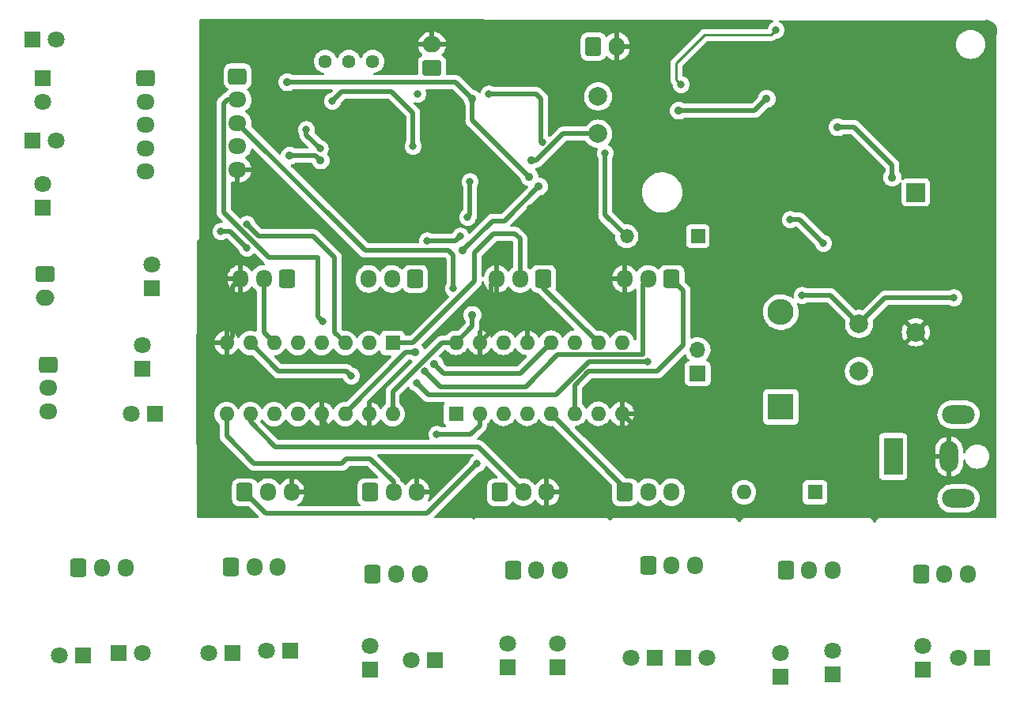
<source format=gbr>
%TF.GenerationSoftware,KiCad,Pcbnew,(5.99.0-11498-g1a301d8eea)*%
%TF.CreationDate,2021-09-07T22:17:03+03:00*%
%TF.ProjectId,f,662e6b69-6361-4645-9f70-636258585858,rev?*%
%TF.SameCoordinates,Original*%
%TF.FileFunction,Copper,L2,Bot*%
%TF.FilePolarity,Positive*%
%FSLAX46Y46*%
G04 Gerber Fmt 4.6, Leading zero omitted, Abs format (unit mm)*
G04 Created by KiCad (PCBNEW (5.99.0-11498-g1a301d8eea)) date 2021-09-07 22:17:03*
%MOMM*%
%LPD*%
G01*
G04 APERTURE LIST*
G04 Aperture macros list*
%AMRoundRect*
0 Rectangle with rounded corners*
0 $1 Rounding radius*
0 $2 $3 $4 $5 $6 $7 $8 $9 X,Y pos of 4 corners*
0 Add a 4 corners polygon primitive as box body*
4,1,4,$2,$3,$4,$5,$6,$7,$8,$9,$2,$3,0*
0 Add four circle primitives for the rounded corners*
1,1,$1+$1,$2,$3*
1,1,$1+$1,$4,$5*
1,1,$1+$1,$6,$7*
1,1,$1+$1,$8,$9*
0 Add four rect primitives between the rounded corners*
20,1,$1+$1,$2,$3,$4,$5,0*
20,1,$1+$1,$4,$5,$6,$7,0*
20,1,$1+$1,$6,$7,$8,$9,0*
20,1,$1+$1,$8,$9,$2,$3,0*%
G04 Aperture macros list end*
%TA.AperFunction,ComponentPad*%
%ADD10RoundRect,0.250000X-0.600000X-0.725000X0.600000X-0.725000X0.600000X0.725000X-0.600000X0.725000X0*%
%TD*%
%TA.AperFunction,ComponentPad*%
%ADD11O,1.700000X1.950000*%
%TD*%
%TA.AperFunction,ComponentPad*%
%ADD12RoundRect,0.250000X-0.725000X0.600000X-0.725000X-0.600000X0.725000X-0.600000X0.725000X0.600000X0*%
%TD*%
%TA.AperFunction,ComponentPad*%
%ADD13O,1.950000X1.700000*%
%TD*%
%TA.AperFunction,ComponentPad*%
%ADD14RoundRect,0.250000X0.600000X0.725000X-0.600000X0.725000X-0.600000X-0.725000X0.600000X-0.725000X0*%
%TD*%
%TA.AperFunction,ComponentPad*%
%ADD15R,1.800000X1.800000*%
%TD*%
%TA.AperFunction,ComponentPad*%
%ADD16C,1.800000*%
%TD*%
%TA.AperFunction,ComponentPad*%
%ADD17R,2.800000X2.800000*%
%TD*%
%TA.AperFunction,ComponentPad*%
%ADD18O,2.800000X2.800000*%
%TD*%
%TA.AperFunction,ComponentPad*%
%ADD19C,1.440000*%
%TD*%
%TA.AperFunction,ComponentPad*%
%ADD20R,1.600000X1.600000*%
%TD*%
%TA.AperFunction,ComponentPad*%
%ADD21O,1.600000X1.600000*%
%TD*%
%TA.AperFunction,ComponentPad*%
%ADD22R,2.000000X4.000000*%
%TD*%
%TA.AperFunction,ComponentPad*%
%ADD23O,2.000000X3.300000*%
%TD*%
%TA.AperFunction,ComponentPad*%
%ADD24O,3.500000X2.000000*%
%TD*%
%TA.AperFunction,ComponentPad*%
%ADD25R,1.500000X1.500000*%
%TD*%
%TA.AperFunction,ComponentPad*%
%ADD26O,1.500000X1.500000*%
%TD*%
%TA.AperFunction,ComponentPad*%
%ADD27RoundRect,0.250000X-0.750000X0.600000X-0.750000X-0.600000X0.750000X-0.600000X0.750000X0.600000X0*%
%TD*%
%TA.AperFunction,ComponentPad*%
%ADD28O,2.000000X1.700000*%
%TD*%
%TA.AperFunction,ComponentPad*%
%ADD29RoundRect,0.250000X-0.600000X-0.750000X0.600000X-0.750000X0.600000X0.750000X-0.600000X0.750000X0*%
%TD*%
%TA.AperFunction,ComponentPad*%
%ADD30O,1.700000X2.000000*%
%TD*%
%TA.AperFunction,ComponentPad*%
%ADD31C,2.000000*%
%TD*%
%TA.AperFunction,ComponentPad*%
%ADD32R,1.700000X1.700000*%
%TD*%
%TA.AperFunction,ComponentPad*%
%ADD33O,1.700000X1.700000*%
%TD*%
%TA.AperFunction,ComponentPad*%
%ADD34RoundRect,0.250000X0.750000X-0.600000X0.750000X0.600000X-0.750000X0.600000X-0.750000X-0.600000X0*%
%TD*%
%TA.AperFunction,ComponentPad*%
%ADD35R,2.000000X2.000000*%
%TD*%
%TA.AperFunction,ViaPad*%
%ADD36C,0.900000*%
%TD*%
%TA.AperFunction,ViaPad*%
%ADD37C,0.800000*%
%TD*%
%TA.AperFunction,Conductor*%
%ADD38C,0.500000*%
%TD*%
%TA.AperFunction,Conductor*%
%ADD39C,0.250000*%
%TD*%
%TA.AperFunction,Conductor*%
%ADD40C,0.480000*%
%TD*%
G04 APERTURE END LIST*
D10*
%TO.P,J4,1,Pin_1*%
%TO.N,Q0*%
X156718000Y-88660000D03*
D11*
%TO.P,J4,2,Pin_2*%
%TO.N,Q91*%
X159218000Y-88660000D03*
%TO.P,J4,3,Pin_3*%
%TO.N,BAT-*%
X161718000Y-88660000D03*
%TD*%
D10*
%TO.P,J19,1,Pin_1*%
%TO.N,Q6*%
X197438000Y-88660000D03*
D11*
%TO.P,J19,2,Pin_2*%
%TO.N,Q31*%
X199938000Y-88660000D03*
%TO.P,J19,3,Pin_3*%
%TO.N,N/C*%
X202438000Y-88660000D03*
%TD*%
D12*
%TO.P,J6,1,Pin_1*%
%TO.N,Q8*%
X155956000Y-44062000D03*
D13*
%TO.P,J6,2,Pin_2*%
%TO.N,Q11*%
X155956000Y-46562000D03*
%TO.P,J6,3,Pin_3*%
%TO.N,Q9*%
X155956000Y-49062000D03*
%TO.P,J6,4,Pin_4*%
%TO.N,Q01*%
X155956000Y-51562000D03*
%TO.P,J6,5,Pin_5*%
%TO.N,BAT-*%
X155956000Y-54062000D03*
%TD*%
D14*
%TO.P,J21,1,Pin_1*%
%TO.N,Q7*%
X202438000Y-65786000D03*
D11*
%TO.P,J21,2,Pin_2*%
%TO.N,Q21*%
X199938000Y-65786000D03*
%TO.P,J21,3,Pin_3*%
%TO.N,BAT-*%
X197438000Y-65786000D03*
%TD*%
D15*
%TO.P,D12,1,K*%
%TO.N,Net-(D12-Pad1)*%
X235712000Y-106426000D03*
D16*
%TO.P,D12,2,A*%
%TO.N,Net-(D12-Pad2)*%
X233172000Y-106426000D03*
%TD*%
D15*
%TO.P,D9,1,K*%
%TO.N,Net-(D18-Pad1)*%
X177043000Y-106680000D03*
D16*
%TO.P,D9,2,A*%
%TO.N,Net-(D9-Pad2)*%
X174503000Y-106680000D03*
%TD*%
D15*
%TO.P,D19,1,K*%
%TO.N,Net-(D19-Pad1)*%
X184912000Y-107447000D03*
D16*
%TO.P,D19,2,A*%
%TO.N,Net-(D19-Pad2)*%
X184912000Y-104907000D03*
%TD*%
D10*
%TO.P,J5,1,Pin_1*%
%TO.N,Net-(J5-Pad1)*%
X138938000Y-96774000D03*
D11*
%TO.P,J5,2,Pin_2*%
%TO.N,Net-(J5-Pad2)*%
X141438000Y-96774000D03*
%TO.P,J5,3,Pin_3*%
%TO.N,Net-(D13-Pad1)*%
X143938000Y-96774000D03*
%TD*%
D17*
%TO.P,D25,1,A*%
%TO.N,Net-(D25-Pad1)*%
X214122000Y-79502000D03*
D18*
%TO.P,D25,2,K*%
%TO.N,ALT_5V*%
X214122000Y-69342000D03*
%TD*%
D15*
%TO.P,D26,1,K*%
%TO.N,Net-(D26-Pad1)*%
X146812000Y-66802000D03*
D16*
%TO.P,D26,2,A*%
%TO.N,Net-(D26-Pad2)*%
X146812000Y-64262000D03*
%TD*%
D19*
%TO.P,RV1,1,1*%
%TO.N,D7*%
X165344000Y-42477000D03*
%TO.P,RV1,2,2*%
%TO.N,TH*%
X167884000Y-42477000D03*
%TO.P,RV1,3,3*%
X170424000Y-42477000D03*
%TD*%
D15*
%TO.P,D14,1,K*%
%TO.N,Net-(D13-Pad1)*%
X139446000Y-106172000D03*
D16*
%TO.P,D14,2,A*%
%TO.N,Net-(D14-Pad2)*%
X136906000Y-106172000D03*
%TD*%
D10*
%TO.P,J14,1,Pin_1*%
%TO.N,Net-(J14-Pad1)*%
X185460000Y-96982000D03*
D11*
%TO.P,J14,2,Pin_2*%
%TO.N,Net-(J14-Pad2)*%
X187960000Y-96982000D03*
%TO.P,J14,3,Pin_3*%
%TO.N,Net-(D19-Pad1)*%
X190460000Y-96982000D03*
%TD*%
D12*
%TO.P,J11,1,Pin_1*%
%TO.N,Net-(J11-Pad1)*%
X135691000Y-74965000D03*
D13*
%TO.P,J11,2,Pin_2*%
%TO.N,Net-(J11-Pad2)*%
X135691000Y-77465000D03*
%TO.P,J11,3,Pin_3*%
%TO.N,Net-(D11-Pad1)*%
X135691000Y-79965000D03*
%TD*%
D20*
%TO.P,SW1,1,1*%
%TO.N,Net-(C10-Pad1)*%
X217795600Y-88660000D03*
D21*
%TO.P,SW1,2,2*%
%TO.N,Net-(D25-Pad1)*%
X210175600Y-88660000D03*
%TD*%
D22*
%TO.P,J2,1*%
%TO.N,Net-(F1-Pad1)*%
X226148000Y-84836000D03*
D23*
%TO.P,J2,2*%
%TO.N,BAT-*%
X232148000Y-84836000D03*
D24*
%TO.P,J2,MP*%
%TO.N,N/C*%
X233148000Y-89336000D03*
X233148000Y-80336000D03*
%TD*%
D10*
%TO.P,J15,1,Pin_1*%
%TO.N,Net-(J15-Pad1)*%
X199938000Y-96474000D03*
D11*
%TO.P,J15,2,Pin_2*%
%TO.N,Net-(J15-Pad2)*%
X202438000Y-96474000D03*
%TO.P,J15,3,Pin_3*%
%TO.N,Net-(D20-Pad1)*%
X204938000Y-96474000D03*
%TD*%
D25*
%TO.P,D3,1,K*%
%TO.N,5OT*%
X205237000Y-61214000D03*
D26*
%TO.P,D3,2,A*%
%TO.N,Net-(D3-Pad2)*%
X197617000Y-61214000D03*
%TD*%
D27*
%TO.P,EYE,1,Pin_1*%
%TO.N,N/C*%
X135382000Y-65278000D03*
D28*
%TO.P,EYE,2,Pin_2*%
%TO.N,Net-(D26-Pad1)*%
X135382000Y-67778000D03*
%TD*%
D29*
%TO.P,TH1,1*%
%TO.N,Net-(TH1-Pad1)*%
X194056000Y-40877000D03*
D30*
%TO.P,TH1,2*%
%TO.N,BAT-*%
X196556000Y-40877000D03*
%TD*%
D15*
%TO.P,D13,1,K*%
%TO.N,Net-(D13-Pad1)*%
X143251000Y-105918000D03*
D16*
%TO.P,D13,2,A*%
%TO.N,Net-(D13-Pad2)*%
X145791000Y-105918000D03*
%TD*%
D12*
%TO.P,J20,1,Pin_1*%
%TO.N,Net-(J20-Pad1)*%
X146096000Y-44276000D03*
D13*
%TO.P,J20,2,Pin_2*%
%TO.N,Net-(J20-Pad2)*%
X146096000Y-46776000D03*
%TO.P,J20,3,Pin_3*%
%TO.N,Net-(J20-Pad3)*%
X146096000Y-49276000D03*
%TO.P,J20,4,Pin_4*%
%TO.N,Net-(J20-Pad4)*%
X146096000Y-51776000D03*
%TO.P,J20,5,Pin_5*%
%TO.N,Net-(D22-Pad1)*%
X146096000Y-54276000D03*
%TD*%
D10*
%TO.P,J18,1,Pin_1*%
%TO.N,Q5*%
X184050800Y-88660000D03*
D11*
%TO.P,J18,2,Pin_2*%
%TO.N,Q41*%
X186550800Y-88660000D03*
%TO.P,J18,3,Pin_3*%
%TO.N,BAT-*%
X189050800Y-88660000D03*
%TD*%
D15*
%TO.P,D7,1,K*%
%TO.N,Net-(D20-Pad1)*%
X203708000Y-106426000D03*
D16*
%TO.P,D7,2,A*%
%TO.N,Net-(D7-Pad2)*%
X206248000Y-106426000D03*
%TD*%
D31*
%TO.P,F1,1*%
%TO.N,Net-(F1-Pad1)*%
X222494000Y-75692000D03*
%TO.P,F1,2*%
%TO.N,Net-(C9-Pad1)*%
X222504000Y-70612000D03*
%TD*%
D14*
%TO.P,J8,1,Pin_1*%
%TO.N,Q2*%
X161256000Y-65786000D03*
D11*
%TO.P,J8,2,Pin_2*%
%TO.N,Q71*%
X158756000Y-65786000D03*
%TO.P,J8,3,Pin_3*%
%TO.N,BAT-*%
X156256000Y-65786000D03*
%TD*%
D15*
%TO.P,D21,1,K*%
%TO.N,Net-(D21-Pad1)*%
X214122000Y-108463000D03*
D16*
%TO.P,D21,2,A*%
%TO.N,Net-(D21-Pad2)*%
X214122000Y-105923000D03*
%TD*%
D10*
%TO.P,J10,1,Pin_1*%
%TO.N,Net-(J10-Pad1)*%
X229148000Y-97444000D03*
D11*
%TO.P,J10,2,Pin_2*%
%TO.N,Net-(J10-Pad2)*%
X231648000Y-97444000D03*
%TO.P,J10,3,Pin_3*%
%TO.N,Net-(D12-Pad1)*%
X234148000Y-97444000D03*
%TD*%
D15*
%TO.P,D22,1,K*%
%TO.N,Net-(D22-Pad1)*%
X135128000Y-44275154D03*
D16*
%TO.P,D22,2,A*%
%TO.N,Net-(D22-Pad2)*%
X135128000Y-46815154D03*
%TD*%
D10*
%TO.P,J12,1,Pin_1*%
%TO.N,Net-(J12-Pad1)*%
X155244000Y-96682000D03*
D11*
%TO.P,J12,2,Pin_2*%
%TO.N,Net-(J12-Pad2)*%
X157744000Y-96682000D03*
%TO.P,J12,3,Pin_3*%
%TO.N,Net-(D10-Pad1)*%
X160244000Y-96682000D03*
%TD*%
D15*
%TO.P,D18,1,K*%
%TO.N,Net-(D18-Pad1)*%
X170180000Y-107701000D03*
D16*
%TO.P,D18,2,A*%
%TO.N,Net-(D18-Pad2)*%
X170180000Y-105161000D03*
%TD*%
D15*
%TO.P,D17,1,K*%
%TO.N,Net-(D10-Pad1)*%
X155448000Y-105918000D03*
D16*
%TO.P,D17,2,A*%
%TO.N,Net-(D17-Pad2)*%
X152908000Y-105918000D03*
%TD*%
D10*
%TO.P,J7,1,Pin_1*%
%TO.N,Q1*%
X170153400Y-88660000D03*
D11*
%TO.P,J7,2,Pin_2*%
%TO.N,Q81*%
X172653400Y-88660000D03*
%TO.P,J7,3,Pin_3*%
%TO.N,BAT-*%
X175153400Y-88660000D03*
%TD*%
D31*
%TO.P,L1,1*%
%TO.N,Net-(D3-Pad2)*%
X194564000Y-46228000D03*
%TO.P,L1,2*%
%TO.N,BOOST*%
X194564000Y-50228000D03*
%TD*%
D15*
%TO.P,D20,1,K*%
%TO.N,Net-(D20-Pad1)*%
X200660000Y-106426000D03*
D16*
%TO.P,D20,2,A*%
%TO.N,Net-(D20-Pad2)*%
X198120000Y-106426000D03*
%TD*%
D15*
%TO.P,D23,1,K*%
%TO.N,Net-(D22-Pad1)*%
X134028000Y-40132000D03*
D16*
%TO.P,D23,2,A*%
%TO.N,Net-(D23-Pad2)*%
X136568000Y-40132000D03*
%TD*%
D15*
%TO.P,D5,1,K*%
%TO.N,Net-(D22-Pad1)*%
X134028000Y-50968308D03*
D16*
%TO.P,D5,2,A*%
%TO.N,Net-(D5-Pad2)*%
X136568000Y-50968308D03*
%TD*%
D14*
%TO.P,J17,1,Pin_1*%
%TO.N,Q4*%
X188710666Y-65786000D03*
D11*
%TO.P,J17,2,Pin_2*%
%TO.N,Q51*%
X186210666Y-65786000D03*
%TO.P,J17,3,Pin_3*%
%TO.N,BAT-*%
X183710666Y-65786000D03*
%TD*%
D15*
%TO.P,D6,1,K*%
%TO.N,Net-(D21-Pad1)*%
X219710000Y-108204000D03*
D16*
%TO.P,D6,2,A*%
%TO.N,Net-(D6-Pad2)*%
X219710000Y-105664000D03*
%TD*%
D15*
%TO.P,D10,1,K*%
%TO.N,Net-(D10-Pad1)*%
X161549000Y-105664000D03*
D16*
%TO.P,D10,2,A*%
%TO.N,Net-(D10-Pad2)*%
X159009000Y-105664000D03*
%TD*%
D14*
%TO.P,J9,1,Pin_1*%
%TO.N,Q3*%
X174983333Y-65786000D03*
D11*
%TO.P,J9,2,Pin_2*%
%TO.N,Q61*%
X172483333Y-65786000D03*
%TO.P,J9,3,Pin_3*%
%TO.N,N/C*%
X169983333Y-65786000D03*
%TD*%
D20*
%TO.P,U5,1,Q5*%
%TO.N,Q5*%
X179339000Y-80254000D03*
D21*
%TO.P,U5,2,Q1*%
%TO.N,Q1*%
X181879000Y-80254000D03*
%TO.P,U5,3,Q0*%
%TO.N,Q0*%
X184419000Y-80254000D03*
%TO.P,U5,4,Q2*%
%TO.N,Q2*%
X186959000Y-80254000D03*
%TO.P,U5,5,Q6*%
%TO.N,Q6*%
X189499000Y-80254000D03*
%TO.P,U5,6,Q7*%
%TO.N,Q7*%
X192039000Y-80254000D03*
%TO.P,U5,7,Q3*%
%TO.N,Q3*%
X194579000Y-80254000D03*
%TO.P,U5,8,VSS*%
%TO.N,BAT-*%
X197119000Y-80254000D03*
%TO.P,U5,9,Q8*%
%TO.N,Q8*%
X197119000Y-72634000D03*
%TO.P,U5,10,Q4*%
%TO.N,Q4*%
X194579000Y-72634000D03*
%TO.P,U5,11,Q9*%
%TO.N,Q9*%
X192039000Y-72634000D03*
%TO.P,U5,12,Cout*%
%TO.N,Cout*%
X189499000Y-72634000D03*
%TO.P,U5,13,CKEN*%
%TO.N,BAT-*%
X186959000Y-72634000D03*
%TO.P,U5,14,CLK*%
%TO.N,SO*%
X184419000Y-72634000D03*
%TO.P,U5,15,Reset*%
%TO.N,BAT-*%
X181879000Y-72634000D03*
%TO.P,U5,16,VDD*%
%TO.N,5OT*%
X179339000Y-72634000D03*
%TD*%
D15*
%TO.P,D15,1,K*%
%TO.N,Net-(D12-Pad1)*%
X229362000Y-107701000D03*
D16*
%TO.P,D15,2,A*%
%TO.N,Net-(D15-Pad2)*%
X229362000Y-105161000D03*
%TD*%
D15*
%TO.P,D4,1,K*%
%TO.N,Net-(D22-Pad1)*%
X135128000Y-58166000D03*
D16*
%TO.P,D4,2,A*%
%TO.N,Net-(D4-Pad2)*%
X135128000Y-55626000D03*
%TD*%
D15*
%TO.P,D8,1,K*%
%TO.N,Net-(D19-Pad1)*%
X190246000Y-107447000D03*
D16*
%TO.P,D8,2,A*%
%TO.N,Net-(D8-Pad2)*%
X190246000Y-104907000D03*
%TD*%
D10*
%TO.P,J16,1,Pin_1*%
%TO.N,Net-(J16-Pad1)*%
X214670000Y-97028000D03*
D11*
%TO.P,J16,2,Pin_2*%
%TO.N,Net-(J16-Pad2)*%
X217170000Y-97028000D03*
%TO.P,J16,3,Pin_3*%
%TO.N,Net-(D21-Pad1)*%
X219670000Y-97028000D03*
%TD*%
D15*
%TO.P,D16,1,K*%
%TO.N,Net-(D11-Pad1)*%
X145796000Y-75443000D03*
D16*
%TO.P,D16,2,A*%
%TO.N,Net-(D16-Pad2)*%
X145796000Y-72903000D03*
%TD*%
D32*
%TO.P,J3,1,Pin_1*%
%TO.N,ALT_5V*%
X205232000Y-75946000D03*
D33*
%TO.P,J3,2,Pin_2*%
%TO.N,5OT*%
X205232000Y-73406000D03*
%TD*%
D34*
%TO.P,J22,1,Pin_1*%
%TO.N,5OT*%
X176784000Y-43160000D03*
D28*
%TO.P,J22,2,Pin_2*%
%TO.N,BAT-*%
X176784000Y-40660000D03*
%TD*%
D20*
%TO.P,U4,1,Q5*%
%TO.N,Q51*%
X172556000Y-72654000D03*
D21*
%TO.P,U4,2,Q1*%
%TO.N,Q11*%
X170016000Y-72654000D03*
%TO.P,U4,3,Q0*%
%TO.N,Q01*%
X167476000Y-72654000D03*
%TO.P,U4,4,Q2*%
%TO.N,Q21*%
X164936000Y-72654000D03*
%TO.P,U4,5,Q6*%
%TO.N,Q61*%
X162396000Y-72654000D03*
%TO.P,U4,6,Q7*%
%TO.N,Q71*%
X159856000Y-72654000D03*
%TO.P,U4,7,Q3*%
%TO.N,Q31*%
X157316000Y-72654000D03*
%TO.P,U4,8,VSS*%
%TO.N,BAT-*%
X154776000Y-72654000D03*
%TO.P,U4,9,Q8*%
%TO.N,Q81*%
X154776000Y-80274000D03*
%TO.P,U4,10,Q4*%
%TO.N,Q41*%
X157316000Y-80274000D03*
%TO.P,U4,11,Q9*%
%TO.N,Q91*%
X159856000Y-80274000D03*
%TO.P,U4,12,Cout*%
%TO.N,N/C*%
X162396000Y-80274000D03*
%TO.P,U4,13,CKEN*%
%TO.N,BAT-*%
X164936000Y-80274000D03*
%TO.P,U4,14,CLK*%
%TO.N,Cout*%
X167476000Y-80274000D03*
%TO.P,U4,15,Reset*%
%TO.N,BAT-*%
X170016000Y-80274000D03*
%TO.P,U4,16,VDD*%
%TO.N,5OT*%
X172556000Y-80274000D03*
%TD*%
D10*
%TO.P,J13,1,Pin_1*%
%TO.N,Net-(J13-Pad1)*%
X170434000Y-97444000D03*
D11*
%TO.P,J13,2,Pin_2*%
%TO.N,Net-(J13-Pad2)*%
X172934000Y-97444000D03*
%TO.P,J13,3,Pin_3*%
%TO.N,Net-(D18-Pad1)*%
X175434000Y-97444000D03*
%TD*%
D15*
%TO.P,D11,1,K*%
%TO.N,Net-(D11-Pad1)*%
X147071000Y-80264000D03*
D16*
%TO.P,D11,2,A*%
%TO.N,Net-(D11-Pad2)*%
X144531000Y-80264000D03*
%TD*%
D35*
%TO.P,BT1,1,+*%
%TO.N,BOOST*%
X228587000Y-56513000D03*
D31*
%TO.P,BT1,2,-*%
%TO.N,BAT-*%
X228587000Y-71503000D03*
%TD*%
D36*
%TO.N,BOOST*%
X187452000Y-53086000D03*
X212598000Y-46482000D03*
X226060000Y-54912011D03*
X203200000Y-47752000D03*
X220218000Y-49530000D03*
%TO.N,BAT-*%
X187353602Y-58264398D03*
X184912000Y-62484000D03*
X193802000Y-55692500D03*
X205486000Y-43942000D03*
D37*
X202184000Y-83312000D03*
D36*
X205232000Y-46228000D03*
D37*
%TO.N,Net-(C1-Pad1)*%
X203454000Y-44958000D03*
X213614000Y-39116000D03*
D36*
%TO.N,5OT*%
X180086000Y-62738000D03*
X161290000Y-44704000D03*
X181102000Y-46482000D03*
D37*
X175260000Y-45974000D03*
D36*
X187198000Y-54864000D03*
X161544000Y-52578000D03*
X181102000Y-69656500D03*
X188214000Y-55880000D03*
X164846000Y-53086000D03*
D37*
%TO.N,Net-(C8-Pad1)*%
X174752000Y-51562000D03*
X166116000Y-46736000D03*
%TO.N,Net-(D3-Pad2)*%
X195326000Y-52324000D03*
%TO.N,Net-(R2-Pad2)*%
X182880000Y-45974000D03*
X188615948Y-51157966D03*
%TO.N,D7*%
X163322000Y-49784000D03*
X164791935Y-51801441D03*
%TO.N,Net-(R8-Pad2)*%
X180848000Y-55372000D03*
X180594000Y-59182000D03*
D36*
%TO.N,Cout*%
X175006000Y-73660000D03*
X177038000Y-74930000D03*
D37*
%TO.N,Net-(C10-Pad1)*%
X218694000Y-61976000D03*
X215138000Y-59436000D03*
%TO.N,Q0*%
X181610000Y-85598000D03*
%TO.N,Q8*%
X176276000Y-61722000D03*
X154178000Y-60706000D03*
X156972000Y-62484000D03*
X179832000Y-61214000D03*
%TO.N,Q11*%
X165100000Y-70358000D03*
%TO.N,Q9*%
X179070000Y-66802000D03*
%TO.N,Q01*%
X156972000Y-59944000D03*
%TO.N,Q1*%
X177292000Y-82462500D03*
%TO.N,Q31*%
X175134043Y-76962000D03*
X168148000Y-76200000D03*
X199898000Y-74676000D03*
%TO.N,Q21*%
X176023043Y-75693043D03*
%TO.N,Net-(C9-Pad1)*%
X216408000Y-67564000D03*
X232664000Y-67818000D03*
%TD*%
D38*
%TO.N,BOOST*%
X203200000Y-47752000D02*
X211328000Y-47752000D01*
X190818000Y-50228000D02*
X194564000Y-50228000D01*
X187960000Y-53086000D02*
X190818000Y-50228000D01*
X220218000Y-49530000D02*
X221996000Y-49530000D01*
X226060000Y-53594000D02*
X226060000Y-54912011D01*
X211328000Y-47752000D02*
X212598000Y-46482000D01*
X187452000Y-53086000D02*
X187960000Y-53086000D01*
X221996000Y-49530000D02*
X226060000Y-53594000D01*
%TO.N,BAT-*%
X164936000Y-80274000D02*
X164936000Y-80949000D01*
X191230102Y-58264398D02*
X187353602Y-58264398D01*
X155702000Y-76708000D02*
X154776000Y-75782000D01*
X166537000Y-82550000D02*
X169164000Y-82550000D01*
X170016000Y-81698000D02*
X170016000Y-80274000D01*
X164936000Y-80949000D02*
X166537000Y-82550000D01*
X169164000Y-82550000D02*
X170016000Y-81698000D01*
X162814000Y-76708000D02*
X155702000Y-76708000D01*
X183710666Y-63685334D02*
X184912000Y-62484000D01*
X183710666Y-65786000D02*
X183710666Y-63685334D01*
X202184000Y-83312000D02*
X200177000Y-83312000D01*
X164936000Y-80274000D02*
X164936000Y-78830000D01*
X156256000Y-65786000D02*
X155448000Y-66594000D01*
X155448000Y-66594000D02*
X155448000Y-71982000D01*
X154776000Y-75782000D02*
X154776000Y-72654000D01*
X181879000Y-72634000D02*
X183134000Y-71379000D01*
X193802000Y-55692500D02*
X191230102Y-58264398D01*
X205232000Y-46228000D02*
X205232000Y-44196000D01*
X200177000Y-83312000D02*
X197119000Y-80254000D01*
X183134000Y-71379000D02*
X183134000Y-66362666D01*
X155448000Y-71982000D02*
X154776000Y-72654000D01*
X164936000Y-78830000D02*
X162814000Y-76708000D01*
X205232000Y-44196000D02*
X205486000Y-43942000D01*
X183134000Y-66362666D02*
X183710666Y-65786000D01*
D39*
%TO.N,Net-(C1-Pad1)*%
X205994000Y-39624000D02*
X213106000Y-39624000D01*
X213106000Y-39624000D02*
X213614000Y-39116000D01*
X202946000Y-44450000D02*
X202946000Y-42672000D01*
X202946000Y-42672000D02*
X205994000Y-39624000D01*
X203454000Y-44958000D02*
X202946000Y-44450000D01*
D38*
%TO.N,5OT*%
X179324000Y-44704000D02*
X181102000Y-46482000D01*
X184531000Y-59563000D02*
X183261000Y-59563000D01*
X187198000Y-54864000D02*
X181102000Y-48768000D01*
X188214000Y-55880000D02*
X184531000Y-59563000D01*
X161290000Y-44704000D02*
X179324000Y-44704000D01*
X164338000Y-52578000D02*
X164846000Y-53086000D01*
X177810000Y-72634000D02*
X172556000Y-77888000D01*
X181102000Y-48768000D02*
X181102000Y-46482000D01*
X172556000Y-77888000D02*
X172556000Y-80274000D01*
X181102000Y-69656500D02*
X181102000Y-70871000D01*
X161544000Y-52578000D02*
X164338000Y-52578000D01*
X183261000Y-59563000D02*
X180086000Y-62738000D01*
X181102000Y-70871000D02*
X179339000Y-72634000D01*
X179339000Y-72634000D02*
X177810000Y-72634000D01*
D40*
%TO.N,Net-(C8-Pad1)*%
X172466000Y-45720000D02*
X167132000Y-45720000D01*
X174752000Y-48006000D02*
X172466000Y-45720000D01*
X174752000Y-51562000D02*
X174752000Y-48006000D01*
X167132000Y-45720000D02*
X166116000Y-46736000D01*
D38*
%TO.N,Net-(D3-Pad2)*%
X195326000Y-58923000D02*
X197617000Y-61214000D01*
X195326000Y-52324000D02*
X195326000Y-58923000D01*
%TO.N,Net-(R2-Pad2)*%
X187960000Y-45974000D02*
X188468000Y-46482000D01*
X188468000Y-46482000D02*
X188468000Y-51010018D01*
X188722000Y-51264018D02*
X188615948Y-51157966D01*
X188468000Y-51010018D02*
X188615948Y-51157966D01*
X182880000Y-45974000D02*
X187960000Y-45974000D01*
X188468000Y-46482000D02*
X188468000Y-47244000D01*
%TO.N,D7*%
X163322000Y-49784000D02*
X163322000Y-50331506D01*
X163322000Y-50331506D02*
X164791935Y-51801441D01*
%TO.N,Net-(R8-Pad2)*%
X180848000Y-55372000D02*
X180848000Y-58928000D01*
X180848000Y-58928000D02*
X180594000Y-59182000D01*
%TO.N,Cout*%
X186187000Y-75946000D02*
X189499000Y-72634000D01*
X177038000Y-74930000D02*
X178054000Y-75946000D01*
X173990000Y-73660000D02*
X167476000Y-80174000D01*
X178054000Y-75946000D02*
X186187000Y-75946000D01*
X175006000Y-73660000D02*
X173990000Y-73660000D01*
X167476000Y-80174000D02*
X167476000Y-80274000D01*
%TO.N,Net-(C10-Pad1)*%
X215138000Y-59436000D02*
X216154000Y-59436000D01*
X216154000Y-59436000D02*
X218694000Y-61976000D01*
%TO.N,Q0*%
X156718000Y-88660000D02*
X158990000Y-90932000D01*
X158990000Y-90932000D02*
X176276000Y-90932000D01*
X176276000Y-90932000D02*
X181610000Y-85598000D01*
%TO.N,Q8*%
X176276000Y-61722000D02*
X179324000Y-61722000D01*
X155194000Y-60706000D02*
X156972000Y-62484000D01*
X154178000Y-60706000D02*
X155194000Y-60706000D01*
X179324000Y-61722000D02*
X179832000Y-61214000D01*
%TO.N,Q11*%
X155956000Y-46562000D02*
X154860000Y-46562000D01*
X164592000Y-63500000D02*
X164592000Y-69850000D01*
X159326609Y-63500000D02*
X164592000Y-63500000D01*
X154481480Y-46940520D02*
X154481480Y-58654871D01*
X164592000Y-69850000D02*
X165100000Y-70358000D01*
X154860000Y-46562000D02*
X154481480Y-46940520D01*
X154481480Y-58654871D02*
X159326609Y-63500000D01*
%TO.N,Q9*%
X168616000Y-61722000D02*
X168870000Y-61976000D01*
X168382000Y-61488000D02*
X169378000Y-62484000D01*
X155956000Y-49062000D02*
X168382000Y-61488000D01*
X168382000Y-61488000D02*
X168616000Y-61722000D01*
X179070000Y-63246000D02*
X179070000Y-66802000D01*
X169378000Y-62484000D02*
X169632000Y-62738000D01*
X169632000Y-62738000D02*
X178562000Y-62738000D01*
X178562000Y-62738000D02*
X179070000Y-63246000D01*
%TO.N,Q01*%
X166370000Y-63500000D02*
X166370000Y-71548000D01*
X164084000Y-61214000D02*
X166370000Y-63500000D01*
X158242000Y-61214000D02*
X164084000Y-61214000D01*
X166370000Y-71548000D02*
X167476000Y-72654000D01*
X156972000Y-59944000D02*
X158242000Y-61214000D01*
%TO.N,Q1*%
X180935500Y-82462500D02*
X181879000Y-81519000D01*
X177292000Y-82462500D02*
X180935500Y-82462500D01*
X181879000Y-81519000D02*
X181879000Y-80254000D01*
%TO.N,Q81*%
X170180000Y-85090000D02*
X172653400Y-87563400D01*
X154776000Y-80274000D02*
X154776000Y-82640000D01*
X172653400Y-87563400D02*
X172653400Y-88660000D01*
X167640000Y-85090000D02*
X170180000Y-85090000D01*
X154776000Y-82640000D02*
X157734000Y-85598000D01*
X167132000Y-85598000D02*
X167640000Y-85090000D01*
X157734000Y-85598000D02*
X167132000Y-85598000D01*
%TO.N,Q71*%
X158756000Y-71554000D02*
X159856000Y-72654000D01*
X158756000Y-65786000D02*
X158756000Y-71554000D01*
%TO.N,Q4*%
X188710666Y-66765666D02*
X194579000Y-72634000D01*
X188710666Y-65786000D02*
X188710666Y-66765666D01*
%TO.N,Q51*%
X181356000Y-62992000D02*
X183388000Y-60960000D01*
X181356000Y-66040000D02*
X181356000Y-62992000D01*
X172556000Y-72654000D02*
X174742000Y-72654000D01*
X186210666Y-61496666D02*
X186210666Y-65786000D01*
X174742000Y-72654000D02*
X181356000Y-66040000D01*
X183388000Y-60960000D02*
X185674000Y-60960000D01*
X185674000Y-60960000D02*
X186210666Y-61496666D01*
%TO.N,Q41*%
X160020000Y-83820000D02*
X181710800Y-83820000D01*
X157316000Y-81116000D02*
X160020000Y-83820000D01*
X181710800Y-83820000D02*
X186550800Y-88660000D01*
X157316000Y-80274000D02*
X157316000Y-81116000D01*
%TO.N,Q6*%
X189499000Y-80254000D02*
X197438000Y-88193000D01*
X197438000Y-88193000D02*
X197438000Y-88660000D01*
%TO.N,Q31*%
X175134043Y-76962000D02*
X176404043Y-78232000D01*
X167640000Y-75692000D02*
X160354000Y-75692000D01*
X160354000Y-75692000D02*
X157316000Y-72654000D01*
X193574730Y-74676000D02*
X199898000Y-74676000D01*
X176404043Y-78232000D02*
X190018730Y-78232000D01*
X168148000Y-76200000D02*
X167640000Y-75692000D01*
X190018730Y-78232000D02*
X193574730Y-74676000D01*
%TO.N,Q7*%
X200914000Y-75692000D02*
X203708000Y-72898000D01*
X192039000Y-77201000D02*
X193548000Y-75692000D01*
X203708000Y-72898000D02*
X203708000Y-67056000D01*
X203708000Y-67056000D02*
X202438000Y-65786000D01*
X192039000Y-80254000D02*
X192039000Y-77201000D01*
X193548000Y-75692000D02*
X200914000Y-75692000D01*
%TO.N,Q21*%
X199390000Y-73914000D02*
X199390000Y-66334000D01*
X186810693Y-77349307D02*
X190246000Y-73914000D01*
X176023043Y-75693043D02*
X177679307Y-77349307D01*
X199390000Y-66334000D02*
X199938000Y-65786000D01*
X177679307Y-77349307D02*
X186810693Y-77349307D01*
X190246000Y-73914000D02*
X199390000Y-73914000D01*
%TO.N,Net-(C9-Pad1)*%
X222504000Y-70612000D02*
X225298000Y-67818000D01*
X219456000Y-67564000D02*
X216408000Y-67564000D01*
X225298000Y-67818000D02*
X232664000Y-67818000D01*
X222504000Y-70612000D02*
X219456000Y-67564000D01*
%TD*%
%TA.AperFunction,Conductor*%
%TO.N,BAT-*%
G36*
X213193522Y-38044945D02*
G01*
X213261594Y-38065114D01*
X213307955Y-38118883D01*
X213317887Y-38189182D01*
X213288236Y-38253690D01*
X213244462Y-38286052D01*
X213163281Y-38322195D01*
X213163274Y-38322199D01*
X213157248Y-38324882D01*
X213151907Y-38328762D01*
X213151906Y-38328763D01*
X213101843Y-38365136D01*
X213002747Y-38437134D01*
X212874960Y-38579056D01*
X212779473Y-38744444D01*
X212729381Y-38898611D01*
X212727813Y-38903436D01*
X212687739Y-38962042D01*
X212622343Y-38989679D01*
X212607980Y-38990500D01*
X206072767Y-38990500D01*
X206061584Y-38989973D01*
X206054091Y-38988298D01*
X206046165Y-38988547D01*
X206046164Y-38988547D01*
X205986001Y-38990438D01*
X205982043Y-38990500D01*
X205954144Y-38990500D01*
X205950154Y-38991004D01*
X205938320Y-38991936D01*
X205894111Y-38993326D01*
X205886497Y-38995538D01*
X205886492Y-38995539D01*
X205874659Y-38998977D01*
X205855296Y-39002988D01*
X205835203Y-39005526D01*
X205827836Y-39008443D01*
X205827831Y-39008444D01*
X205794092Y-39021802D01*
X205782865Y-39025646D01*
X205740407Y-39037982D01*
X205733581Y-39042019D01*
X205722972Y-39048293D01*
X205705224Y-39056988D01*
X205686383Y-39064448D01*
X205679967Y-39069110D01*
X205679966Y-39069110D01*
X205650613Y-39090436D01*
X205640693Y-39096952D01*
X205609465Y-39115420D01*
X205609462Y-39115422D01*
X205602638Y-39119458D01*
X205588317Y-39133779D01*
X205573284Y-39146619D01*
X205556893Y-39158528D01*
X205551842Y-39164634D01*
X205528702Y-39192605D01*
X205520712Y-39201384D01*
X202553747Y-42168348D01*
X202545461Y-42175888D01*
X202538982Y-42180000D01*
X202533557Y-42185777D01*
X202492357Y-42229651D01*
X202489602Y-42232493D01*
X202469865Y-42252230D01*
X202467385Y-42255427D01*
X202459682Y-42264447D01*
X202429414Y-42296679D01*
X202425595Y-42303625D01*
X202425593Y-42303628D01*
X202419652Y-42314434D01*
X202408801Y-42330953D01*
X202396386Y-42346959D01*
X202393241Y-42354228D01*
X202393238Y-42354232D01*
X202378826Y-42387537D01*
X202373609Y-42398187D01*
X202352305Y-42436940D01*
X202350334Y-42444615D01*
X202350334Y-42444616D01*
X202347267Y-42456562D01*
X202340863Y-42475266D01*
X202337744Y-42482475D01*
X202332819Y-42493855D01*
X202331580Y-42501678D01*
X202331577Y-42501688D01*
X202325901Y-42537524D01*
X202323495Y-42549144D01*
X202312500Y-42591970D01*
X202312500Y-42612224D01*
X202310949Y-42631934D01*
X202307780Y-42651943D01*
X202308526Y-42659835D01*
X202311941Y-42695961D01*
X202312500Y-42707819D01*
X202312500Y-44371233D01*
X202311973Y-44382416D01*
X202310298Y-44389909D01*
X202310547Y-44397835D01*
X202310547Y-44397836D01*
X202312438Y-44457986D01*
X202312500Y-44461945D01*
X202312500Y-44489856D01*
X202312997Y-44493790D01*
X202312997Y-44493791D01*
X202313005Y-44493856D01*
X202313938Y-44505693D01*
X202315327Y-44549889D01*
X202320978Y-44569339D01*
X202324987Y-44588700D01*
X202327526Y-44608797D01*
X202330445Y-44616168D01*
X202330445Y-44616170D01*
X202343804Y-44649912D01*
X202347649Y-44661142D01*
X202359982Y-44703593D01*
X202364015Y-44710412D01*
X202364017Y-44710417D01*
X202370293Y-44721028D01*
X202378988Y-44738776D01*
X202386448Y-44757617D01*
X202391110Y-44764033D01*
X202391110Y-44764034D01*
X202412436Y-44793387D01*
X202418952Y-44803307D01*
X202430829Y-44823389D01*
X202441458Y-44841362D01*
X202455779Y-44855683D01*
X202468619Y-44870716D01*
X202480528Y-44887107D01*
X202486632Y-44892156D01*
X202486636Y-44892161D01*
X202498425Y-44901913D01*
X202538164Y-44960747D01*
X202543421Y-44985829D01*
X202559676Y-45140483D01*
X202560458Y-45147928D01*
X202619473Y-45329556D01*
X202622776Y-45335278D01*
X202622777Y-45335279D01*
X202631900Y-45351080D01*
X202714960Y-45494944D01*
X202719378Y-45499851D01*
X202719379Y-45499852D01*
X202834257Y-45627437D01*
X202842747Y-45636866D01*
X202997248Y-45749118D01*
X203003276Y-45751802D01*
X203003278Y-45751803D01*
X203165681Y-45824109D01*
X203171712Y-45826794D01*
X203258079Y-45845152D01*
X203352056Y-45865128D01*
X203352061Y-45865128D01*
X203358513Y-45866500D01*
X203549487Y-45866500D01*
X203555939Y-45865128D01*
X203555944Y-45865128D01*
X203649921Y-45845152D01*
X203736288Y-45826794D01*
X203742319Y-45824109D01*
X203904722Y-45751803D01*
X203904724Y-45751802D01*
X203910752Y-45749118D01*
X204065253Y-45636866D01*
X204073743Y-45627437D01*
X204188621Y-45499852D01*
X204188622Y-45499851D01*
X204193040Y-45494944D01*
X204276100Y-45351080D01*
X204285223Y-45335279D01*
X204285224Y-45335278D01*
X204288527Y-45329556D01*
X204347542Y-45147928D01*
X204348325Y-45140483D01*
X204366814Y-44964565D01*
X204367504Y-44958000D01*
X204355245Y-44841362D01*
X204348232Y-44774635D01*
X204348232Y-44774633D01*
X204347542Y-44768072D01*
X204288527Y-44586444D01*
X204278652Y-44569339D01*
X204215500Y-44459958D01*
X204193040Y-44421056D01*
X204065253Y-44279134D01*
X203910752Y-44166882D01*
X203904724Y-44164198D01*
X203904722Y-44164197D01*
X203742316Y-44091890D01*
X203742317Y-44091890D01*
X203736288Y-44089206D01*
X203679302Y-44077093D01*
X203616829Y-44043365D01*
X203582508Y-43981215D01*
X203579500Y-43953847D01*
X203579500Y-42986594D01*
X203599502Y-42918473D01*
X203616405Y-42897499D01*
X205873905Y-40640000D01*
X232878681Y-40640000D01*
X232897928Y-40884557D01*
X232899082Y-40889364D01*
X232899083Y-40889370D01*
X232913009Y-40947376D01*
X232955195Y-41123092D01*
X232957088Y-41127663D01*
X232957089Y-41127665D01*
X232973658Y-41167665D01*
X233049073Y-41349732D01*
X233120966Y-41467052D01*
X233163349Y-41536214D01*
X233177248Y-41558896D01*
X233180463Y-41562660D01*
X233180465Y-41562663D01*
X233282970Y-41682680D01*
X233336567Y-41745433D01*
X233340323Y-41748641D01*
X233512041Y-41895303D01*
X233523104Y-41904752D01*
X233527327Y-41907340D01*
X233527330Y-41907342D01*
X233569795Y-41933364D01*
X233732268Y-42032927D01*
X233847068Y-42080479D01*
X233954335Y-42124911D01*
X233954337Y-42124912D01*
X233958908Y-42126805D01*
X234041563Y-42146649D01*
X234192630Y-42182917D01*
X234192636Y-42182918D01*
X234197443Y-42184072D01*
X234442000Y-42203319D01*
X234686557Y-42184072D01*
X234691364Y-42182918D01*
X234691370Y-42182917D01*
X234842437Y-42146649D01*
X234925092Y-42126805D01*
X234929663Y-42124912D01*
X234929665Y-42124911D01*
X235036932Y-42080479D01*
X235151732Y-42032927D01*
X235314205Y-41933364D01*
X235356670Y-41907342D01*
X235356673Y-41907340D01*
X235360896Y-41904752D01*
X235371960Y-41895303D01*
X235543677Y-41748641D01*
X235547433Y-41745433D01*
X235601030Y-41682680D01*
X235703535Y-41562663D01*
X235703537Y-41562660D01*
X235706752Y-41558896D01*
X235720652Y-41536214D01*
X235763034Y-41467052D01*
X235834927Y-41349732D01*
X235910342Y-41167665D01*
X235926911Y-41127665D01*
X235926912Y-41127663D01*
X235928805Y-41123092D01*
X235970991Y-40947376D01*
X235984917Y-40889370D01*
X235984918Y-40889364D01*
X235986072Y-40884557D01*
X236005319Y-40640000D01*
X235986072Y-40395443D01*
X235984296Y-40388043D01*
X235948647Y-40239555D01*
X235928805Y-40156908D01*
X235922831Y-40142484D01*
X235888238Y-40058971D01*
X235834927Y-39930268D01*
X235731314Y-39761186D01*
X235709342Y-39725330D01*
X235709340Y-39725327D01*
X235706752Y-39721104D01*
X235683769Y-39694194D01*
X235550641Y-39538323D01*
X235547433Y-39534567D01*
X235511952Y-39504263D01*
X235364663Y-39378465D01*
X235364660Y-39378463D01*
X235360896Y-39375248D01*
X235356673Y-39372660D01*
X235356670Y-39372658D01*
X235155950Y-39249658D01*
X235151732Y-39247073D01*
X234937967Y-39158528D01*
X234929665Y-39155089D01*
X234929663Y-39155088D01*
X234925092Y-39153195D01*
X234842437Y-39133351D01*
X234691370Y-39097083D01*
X234691364Y-39097082D01*
X234686557Y-39095928D01*
X234442000Y-39076681D01*
X234197443Y-39095928D01*
X234192636Y-39097082D01*
X234192630Y-39097083D01*
X234041563Y-39133351D01*
X233958908Y-39153195D01*
X233954337Y-39155088D01*
X233954335Y-39155089D01*
X233946033Y-39158528D01*
X233732268Y-39247073D01*
X233728050Y-39249658D01*
X233527330Y-39372658D01*
X233527327Y-39372660D01*
X233523104Y-39375248D01*
X233519340Y-39378463D01*
X233519337Y-39378465D01*
X233372048Y-39504263D01*
X233336567Y-39534567D01*
X233333359Y-39538323D01*
X233200232Y-39694194D01*
X233177248Y-39721104D01*
X233174660Y-39725327D01*
X233174658Y-39725330D01*
X233152686Y-39761186D01*
X233049073Y-39930268D01*
X232995762Y-40058971D01*
X232961170Y-40142484D01*
X232955195Y-40156908D01*
X232935353Y-40239555D01*
X232899705Y-40388043D01*
X232897928Y-40395443D01*
X232878681Y-40640000D01*
X205873905Y-40640000D01*
X206219500Y-40294405D01*
X206281812Y-40260379D01*
X206308595Y-40257500D01*
X213027233Y-40257500D01*
X213038416Y-40258027D01*
X213045909Y-40259702D01*
X213053835Y-40259453D01*
X213053836Y-40259453D01*
X213113986Y-40257562D01*
X213117945Y-40257500D01*
X213145856Y-40257500D01*
X213149791Y-40257003D01*
X213149856Y-40256995D01*
X213161693Y-40256062D01*
X213193951Y-40255048D01*
X213197970Y-40254922D01*
X213205889Y-40254673D01*
X213225343Y-40249021D01*
X213244700Y-40245013D01*
X213256930Y-40243468D01*
X213256931Y-40243468D01*
X213264797Y-40242474D01*
X213272168Y-40239555D01*
X213272170Y-40239555D01*
X213305912Y-40226196D01*
X213317142Y-40222351D01*
X213351983Y-40212229D01*
X213351984Y-40212229D01*
X213359593Y-40210018D01*
X213366412Y-40205985D01*
X213366417Y-40205983D01*
X213377028Y-40199707D01*
X213394776Y-40191012D01*
X213413617Y-40183552D01*
X213449387Y-40157564D01*
X213459307Y-40151048D01*
X213490535Y-40132580D01*
X213490538Y-40132578D01*
X213497362Y-40128542D01*
X213511683Y-40114221D01*
X213526717Y-40101380D01*
X213536694Y-40094131D01*
X213543107Y-40089472D01*
X213559062Y-40070186D01*
X213617895Y-40030447D01*
X213656148Y-40024500D01*
X213709487Y-40024500D01*
X213715939Y-40023128D01*
X213715944Y-40023128D01*
X213802887Y-40004647D01*
X213896288Y-39984794D01*
X213982159Y-39946562D01*
X214064722Y-39909803D01*
X214064724Y-39909802D01*
X214070752Y-39907118D01*
X214225253Y-39794866D01*
X214262744Y-39753228D01*
X214348621Y-39657852D01*
X214348622Y-39657851D01*
X214353040Y-39652944D01*
X214448527Y-39487556D01*
X214507542Y-39305928D01*
X214509535Y-39286971D01*
X214526814Y-39122565D01*
X214527504Y-39116000D01*
X214515893Y-39005526D01*
X214508232Y-38932635D01*
X214508232Y-38932633D01*
X214507542Y-38926072D01*
X214448527Y-38744444D01*
X214353040Y-38579056D01*
X214225253Y-38437134D01*
X214126157Y-38365136D01*
X214076094Y-38328763D01*
X214076093Y-38328762D01*
X214070752Y-38324882D01*
X214064726Y-38322199D01*
X214064719Y-38322195D01*
X213988185Y-38288121D01*
X213934089Y-38242141D01*
X213913439Y-38174214D01*
X213932791Y-38105906D01*
X213986001Y-38058904D01*
X214039741Y-38047014D01*
X235660255Y-38099876D01*
X235680099Y-38101498D01*
X235693690Y-38103700D01*
X235693693Y-38103700D01*
X235702555Y-38105136D01*
X235711464Y-38104027D01*
X235711466Y-38104027D01*
X235740293Y-38100439D01*
X235744007Y-38100080D01*
X235747235Y-38100088D01*
X235777861Y-38095779D01*
X235779851Y-38095515D01*
X235838363Y-38088232D01*
X235838369Y-38088231D01*
X235846955Y-38087162D01*
X235850745Y-38085522D01*
X235854841Y-38084946D01*
X235862731Y-38081382D01*
X235863401Y-38081141D01*
X235871646Y-38078752D01*
X235871655Y-38078782D01*
X235889146Y-38073238D01*
X235980309Y-38055738D01*
X236038038Y-38044656D01*
X236060226Y-38042407D01*
X236147890Y-38041322D01*
X236238886Y-38040196D01*
X236261129Y-38041895D01*
X236437389Y-38071228D01*
X236458984Y-38076824D01*
X236627303Y-38136779D01*
X236647567Y-38146093D01*
X236802675Y-38234793D01*
X236820984Y-38247538D01*
X236958020Y-38362205D01*
X236973794Y-38377980D01*
X237088460Y-38515016D01*
X237101204Y-38533322D01*
X237189905Y-38688432D01*
X237199218Y-38708695D01*
X237214191Y-38750729D01*
X237259175Y-38877016D01*
X237264771Y-38898611D01*
X237294103Y-39074869D01*
X237295802Y-39097112D01*
X237295042Y-39158528D01*
X237293970Y-39245180D01*
X237293591Y-39275769D01*
X237291341Y-39297965D01*
X237263548Y-39442741D01*
X237258907Y-39457023D01*
X237259637Y-39457246D01*
X237258692Y-39460336D01*
X237258183Y-39461668D01*
X237256813Y-39466253D01*
X237253200Y-39473948D01*
X237252953Y-39475531D01*
X237252281Y-39476987D01*
X237251026Y-39485392D01*
X237251025Y-39485394D01*
X237241820Y-39547023D01*
X237241702Y-39547793D01*
X237235999Y-39584423D01*
X237235999Y-39585711D01*
X237235867Y-39586876D01*
X237233680Y-39601519D01*
X237230785Y-39620904D01*
X237232004Y-39629798D01*
X237234832Y-39650432D01*
X237235999Y-39667541D01*
X237235999Y-45416678D01*
X237234499Y-45436062D01*
X237232572Y-45448440D01*
X237230814Y-45459730D01*
X237231978Y-45468632D01*
X237231978Y-45468634D01*
X237234935Y-45491243D01*
X237235999Y-45507581D01*
X237236000Y-68434166D01*
X237236000Y-91314000D01*
X237215998Y-91382121D01*
X237162342Y-91428614D01*
X237110000Y-91440000D01*
X224798702Y-91440000D01*
X224797932Y-91439998D01*
X224797078Y-91439993D01*
X224720348Y-91439524D01*
X224711719Y-91441990D01*
X224711714Y-91441991D01*
X224691952Y-91447639D01*
X224675191Y-91451217D01*
X224654848Y-91454130D01*
X224654838Y-91454133D01*
X224645955Y-91455405D01*
X224622605Y-91466021D01*
X224605093Y-91472464D01*
X224597057Y-91474761D01*
X224580435Y-91479512D01*
X224555452Y-91495274D01*
X224540386Y-91503404D01*
X224513490Y-91515633D01*
X224494061Y-91532374D01*
X224479053Y-91543479D01*
X224457369Y-91557160D01*
X224451427Y-91563888D01*
X224437819Y-91579296D01*
X224425627Y-91591340D01*
X224403253Y-91610619D01*
X224398374Y-91618147D01*
X224398371Y-91618150D01*
X224389304Y-91632139D01*
X224378014Y-91647013D01*
X224361044Y-91666228D01*
X224348490Y-91692966D01*
X224340176Y-91707935D01*
X224324107Y-91732727D01*
X224321535Y-91741327D01*
X224316761Y-91757290D01*
X224310099Y-91774736D01*
X224299201Y-91797948D01*
X224297820Y-91806821D01*
X224295196Y-91815402D01*
X224292516Y-91814583D01*
X224268391Y-91865822D01*
X224208222Y-91903507D01*
X224173765Y-91908205D01*
X224148143Y-91908129D01*
X224135782Y-91908093D01*
X224067721Y-91887891D01*
X224021387Y-91834098D01*
X224015220Y-91817462D01*
X224013867Y-91812834D01*
X224012595Y-91803955D01*
X224001979Y-91780605D01*
X223995536Y-91763093D01*
X223990954Y-91747063D01*
X223988488Y-91738435D01*
X223972726Y-91713452D01*
X223964596Y-91698386D01*
X223952367Y-91671490D01*
X223935626Y-91652061D01*
X223924521Y-91637053D01*
X223915630Y-91622961D01*
X223910840Y-91615369D01*
X223888703Y-91595818D01*
X223876659Y-91583626D01*
X223863239Y-91568051D01*
X223863237Y-91568050D01*
X223857381Y-91561253D01*
X223849853Y-91556374D01*
X223849850Y-91556371D01*
X223835861Y-91547304D01*
X223820987Y-91536014D01*
X223808502Y-91524988D01*
X223801772Y-91519044D01*
X223793646Y-91515229D01*
X223793645Y-91515228D01*
X223787979Y-91512568D01*
X223775034Y-91506490D01*
X223760065Y-91498176D01*
X223735273Y-91482107D01*
X223710709Y-91474761D01*
X223693264Y-91468099D01*
X223688827Y-91466016D01*
X223670052Y-91457201D01*
X223640870Y-91452657D01*
X223624151Y-91448874D01*
X223604464Y-91442986D01*
X223604461Y-91442985D01*
X223595859Y-91440413D01*
X223586884Y-91440358D01*
X223586883Y-91440358D01*
X223580190Y-91440317D01*
X223561444Y-91440203D01*
X223560672Y-91440170D01*
X223559577Y-91440000D01*
X223528702Y-91440000D01*
X223527932Y-91439998D01*
X223454284Y-91439548D01*
X223454283Y-91439548D01*
X223450348Y-91439524D01*
X223449004Y-91439908D01*
X223447659Y-91440000D01*
X210320702Y-91440000D01*
X210319932Y-91439998D01*
X210319078Y-91439993D01*
X210242348Y-91439524D01*
X210233719Y-91441990D01*
X210233714Y-91441991D01*
X210213952Y-91447639D01*
X210197191Y-91451217D01*
X210176848Y-91454130D01*
X210176838Y-91454133D01*
X210167955Y-91455405D01*
X210144605Y-91466021D01*
X210127093Y-91472464D01*
X210119057Y-91474761D01*
X210102435Y-91479512D01*
X210077452Y-91495274D01*
X210062386Y-91503404D01*
X210035490Y-91515633D01*
X210016061Y-91532374D01*
X210001053Y-91543479D01*
X209979369Y-91557160D01*
X209973427Y-91563888D01*
X209959819Y-91579296D01*
X209947627Y-91591340D01*
X209925253Y-91610619D01*
X209920374Y-91618147D01*
X209920371Y-91618150D01*
X209911304Y-91632139D01*
X209900014Y-91647013D01*
X209883044Y-91666228D01*
X209870490Y-91692966D01*
X209862176Y-91707935D01*
X209846107Y-91732727D01*
X209843535Y-91741327D01*
X209838761Y-91757290D01*
X209832098Y-91774737D01*
X209823365Y-91793337D01*
X209776308Y-91846499D01*
X209708941Y-91865786D01*
X209686018Y-91865719D01*
X209643373Y-91865593D01*
X209575312Y-91845391D01*
X209529045Y-91791748D01*
X209528169Y-91789821D01*
X209523984Y-91780616D01*
X209517536Y-91763093D01*
X209512954Y-91747063D01*
X209510488Y-91738435D01*
X209494726Y-91713452D01*
X209486596Y-91698386D01*
X209474367Y-91671490D01*
X209457626Y-91652061D01*
X209446521Y-91637053D01*
X209437630Y-91622961D01*
X209432840Y-91615369D01*
X209410703Y-91595818D01*
X209398659Y-91583626D01*
X209385239Y-91568051D01*
X209385237Y-91568050D01*
X209379381Y-91561253D01*
X209371853Y-91556374D01*
X209371850Y-91556371D01*
X209357861Y-91547304D01*
X209342987Y-91536014D01*
X209330502Y-91524988D01*
X209323772Y-91519044D01*
X209315646Y-91515229D01*
X209315645Y-91515228D01*
X209309979Y-91512568D01*
X209297034Y-91506490D01*
X209282065Y-91498176D01*
X209257273Y-91482107D01*
X209232709Y-91474761D01*
X209215264Y-91468099D01*
X209210827Y-91466016D01*
X209192052Y-91457201D01*
X209162870Y-91452657D01*
X209146151Y-91448874D01*
X209126464Y-91442986D01*
X209126461Y-91442985D01*
X209117859Y-91440413D01*
X209108884Y-91440358D01*
X209108883Y-91440358D01*
X209102190Y-91440317D01*
X209083444Y-91440203D01*
X209082672Y-91440170D01*
X209081577Y-91440000D01*
X209050702Y-91440000D01*
X209049932Y-91439998D01*
X208976284Y-91439548D01*
X208976283Y-91439548D01*
X208972348Y-91439524D01*
X208971004Y-91439908D01*
X208969659Y-91440000D01*
X196350702Y-91440000D01*
X196349932Y-91439998D01*
X196349078Y-91439993D01*
X196272348Y-91439524D01*
X196263719Y-91441990D01*
X196263714Y-91441991D01*
X196243952Y-91447639D01*
X196227191Y-91451217D01*
X196206848Y-91454130D01*
X196206838Y-91454133D01*
X196197955Y-91455405D01*
X196174605Y-91466021D01*
X196157093Y-91472464D01*
X196149057Y-91474761D01*
X196132435Y-91479512D01*
X196107452Y-91495274D01*
X196092386Y-91503404D01*
X196065490Y-91515633D01*
X196046061Y-91532374D01*
X196031053Y-91543479D01*
X196009369Y-91557160D01*
X196003427Y-91563888D01*
X195989819Y-91579296D01*
X195977627Y-91591340D01*
X195955253Y-91610619D01*
X195950374Y-91618147D01*
X195950371Y-91618150D01*
X195941304Y-91632139D01*
X195930020Y-91647006D01*
X195928616Y-91648596D01*
X195868534Y-91686419D01*
X195797540Y-91685755D01*
X195738176Y-91646814D01*
X195727607Y-91632433D01*
X195721631Y-91622962D01*
X195721630Y-91622960D01*
X195716840Y-91615369D01*
X195694703Y-91595818D01*
X195682659Y-91583626D01*
X195669239Y-91568051D01*
X195669237Y-91568050D01*
X195663381Y-91561253D01*
X195655853Y-91556374D01*
X195655850Y-91556371D01*
X195641861Y-91547304D01*
X195626987Y-91536014D01*
X195614502Y-91524988D01*
X195607772Y-91519044D01*
X195599646Y-91515229D01*
X195599645Y-91515228D01*
X195593979Y-91512568D01*
X195581034Y-91506490D01*
X195566065Y-91498176D01*
X195541273Y-91482107D01*
X195516709Y-91474761D01*
X195499264Y-91468099D01*
X195494827Y-91466016D01*
X195476052Y-91457201D01*
X195446870Y-91452657D01*
X195430151Y-91448874D01*
X195410464Y-91442986D01*
X195410461Y-91442985D01*
X195401859Y-91440413D01*
X195392884Y-91440358D01*
X195392883Y-91440358D01*
X195386190Y-91440317D01*
X195367444Y-91440203D01*
X195366672Y-91440170D01*
X195365577Y-91440000D01*
X195334702Y-91440000D01*
X195333932Y-91439998D01*
X195260284Y-91439548D01*
X195260283Y-91439548D01*
X195256348Y-91439524D01*
X195255004Y-91439908D01*
X195253659Y-91440000D01*
X181618702Y-91440000D01*
X181617932Y-91439998D01*
X181617078Y-91439993D01*
X181540348Y-91439524D01*
X181531719Y-91441990D01*
X181531714Y-91441991D01*
X181511952Y-91447639D01*
X181495191Y-91451217D01*
X181474848Y-91454130D01*
X181474838Y-91454133D01*
X181465955Y-91455405D01*
X181442605Y-91466021D01*
X181425093Y-91472464D01*
X181417057Y-91474761D01*
X181400435Y-91479512D01*
X181375452Y-91495274D01*
X181360386Y-91503404D01*
X181333490Y-91515633D01*
X181314061Y-91532374D01*
X181299054Y-91543478D01*
X181296312Y-91545208D01*
X181228027Y-91564641D01*
X181160076Y-91544071D01*
X181145670Y-91533085D01*
X181136502Y-91524988D01*
X181129772Y-91519044D01*
X181121646Y-91515229D01*
X181121645Y-91515228D01*
X181115979Y-91512568D01*
X181103034Y-91506490D01*
X181088065Y-91498176D01*
X181063273Y-91482107D01*
X181038709Y-91474761D01*
X181021264Y-91468099D01*
X181016827Y-91466016D01*
X180998052Y-91457201D01*
X180968870Y-91452657D01*
X180952151Y-91448874D01*
X180932464Y-91442986D01*
X180932461Y-91442985D01*
X180923859Y-91440413D01*
X180914884Y-91440358D01*
X180914883Y-91440358D01*
X180908190Y-91440317D01*
X180889444Y-91440203D01*
X180888672Y-91440170D01*
X180887577Y-91440000D01*
X180856702Y-91440000D01*
X180855932Y-91439998D01*
X180782284Y-91439548D01*
X180782283Y-91439548D01*
X180778348Y-91439524D01*
X180777004Y-91439908D01*
X180775659Y-91440000D01*
X177144871Y-91440000D01*
X177076750Y-91419998D01*
X177030257Y-91366342D01*
X177020153Y-91296068D01*
X177049647Y-91231488D01*
X177055776Y-91224905D01*
X181766331Y-86514350D01*
X181829228Y-86480199D01*
X181885824Y-86468169D01*
X181885833Y-86468166D01*
X181892288Y-86466794D01*
X181898319Y-86464109D01*
X182060722Y-86391803D01*
X182060724Y-86391802D01*
X182066752Y-86389118D01*
X182111076Y-86356915D01*
X182137200Y-86337934D01*
X182221253Y-86276866D01*
X182254429Y-86240020D01*
X182344621Y-86139852D01*
X182344622Y-86139851D01*
X182349040Y-86134944D01*
X182444527Y-85969556D01*
X182465142Y-85906110D01*
X182505216Y-85847504D01*
X182570612Y-85819867D01*
X182640569Y-85831974D01*
X182674070Y-85855951D01*
X183779524Y-86961405D01*
X183813550Y-87023717D01*
X183808485Y-87094532D01*
X183765938Y-87151368D01*
X183699418Y-87176179D01*
X183690429Y-87176500D01*
X183400828Y-87176500D01*
X183397619Y-87176832D01*
X183397612Y-87176832D01*
X183301502Y-87186764D01*
X183301500Y-87186765D01*
X183294634Y-87187474D01*
X183288086Y-87189659D01*
X183288084Y-87189659D01*
X183155862Y-87233772D01*
X183126854Y-87243450D01*
X182976452Y-87336522D01*
X182851495Y-87461697D01*
X182847655Y-87467927D01*
X182847654Y-87467928D01*
X182773266Y-87588608D01*
X182758685Y-87612262D01*
X182737272Y-87676822D01*
X182707232Y-87767390D01*
X182703003Y-87780139D01*
X182702303Y-87786975D01*
X182702302Y-87786978D01*
X182700136Y-87808121D01*
X182692300Y-87884600D01*
X182692300Y-89434972D01*
X182692632Y-89438181D01*
X182692632Y-89438188D01*
X182701681Y-89525752D01*
X182703274Y-89541166D01*
X182705459Y-89547714D01*
X182705459Y-89547716D01*
X182737205Y-89642870D01*
X182759250Y-89708946D01*
X182852322Y-89859348D01*
X182977497Y-89984305D01*
X182983727Y-89988145D01*
X182983728Y-89988146D01*
X183120890Y-90072694D01*
X183128062Y-90077115D01*
X183163738Y-90088948D01*
X183289411Y-90130632D01*
X183289413Y-90130632D01*
X183295939Y-90132797D01*
X183302775Y-90133497D01*
X183302778Y-90133498D01*
X183338463Y-90137154D01*
X183400400Y-90143500D01*
X184700772Y-90143500D01*
X184703981Y-90143168D01*
X184703988Y-90143168D01*
X184800098Y-90133236D01*
X184800100Y-90133235D01*
X184806966Y-90132526D01*
X184813514Y-90130341D01*
X184813516Y-90130341D01*
X184953806Y-90083536D01*
X184974746Y-90076550D01*
X185125148Y-89983478D01*
X185250105Y-89858303D01*
X185339881Y-89712660D01*
X185392652Y-89665168D01*
X185462724Y-89653744D01*
X185527848Y-89682018D01*
X185538310Y-89691805D01*
X185580015Y-89735523D01*
X185647376Y-89806135D01*
X185832342Y-89943754D01*
X185837093Y-89946170D01*
X185837097Y-89946172D01*
X185889902Y-89973019D01*
X186037851Y-90048240D01*
X186042945Y-90049822D01*
X186042948Y-90049823D01*
X186204035Y-90099842D01*
X186258027Y-90116607D01*
X186263316Y-90117308D01*
X186481289Y-90146198D01*
X186481294Y-90146198D01*
X186486574Y-90146898D01*
X186491903Y-90146698D01*
X186491905Y-90146698D01*
X186605908Y-90142418D01*
X186716958Y-90138249D01*
X186739602Y-90133498D01*
X186893572Y-90101192D01*
X186942591Y-90090907D01*
X186947550Y-90088949D01*
X186947552Y-90088948D01*
X187152056Y-90008185D01*
X187152058Y-90008184D01*
X187157021Y-90006224D01*
X187162325Y-90003006D01*
X187345320Y-89891961D01*
X187354117Y-89886623D01*
X187393934Y-89852072D01*
X187524212Y-89739023D01*
X187524214Y-89739021D01*
X187528245Y-89735523D01*
X187585933Y-89665168D01*
X187671040Y-89561373D01*
X187671044Y-89561367D01*
X187674424Y-89557245D01*
X187684320Y-89539861D01*
X187692629Y-89525265D01*
X187743712Y-89475959D01*
X187813342Y-89462098D01*
X187879413Y-89488082D01*
X187906651Y-89517232D01*
X187985652Y-89634578D01*
X187992319Y-89642870D01*
X188144028Y-89801900D01*
X188151986Y-89808941D01*
X188328325Y-89940141D01*
X188337362Y-89945745D01*
X188533284Y-90045357D01*
X188543135Y-90049357D01*
X188753040Y-90114534D01*
X188763424Y-90116817D01*
X188778843Y-90118861D01*
X188793007Y-90116665D01*
X188796800Y-90103478D01*
X188796800Y-88927548D01*
X189304800Y-88927548D01*
X189304800Y-90101192D01*
X189308773Y-90114723D01*
X189319380Y-90116248D01*
X189437221Y-90091523D01*
X189447417Y-90088463D01*
X189651829Y-90007737D01*
X189661361Y-90003006D01*
X189849262Y-89888984D01*
X189857852Y-89882720D01*
X190023852Y-89738673D01*
X190031272Y-89731042D01*
X190170626Y-89561089D01*
X190176650Y-89552322D01*
X190285376Y-89361318D01*
X190289841Y-89351654D01*
X190364831Y-89145059D01*
X190367602Y-89134792D01*
X190404304Y-88931826D01*
X190402885Y-88918586D01*
X190388250Y-88914000D01*
X189322915Y-88914000D01*
X189307676Y-88918475D01*
X189306471Y-88919865D01*
X189304800Y-88927548D01*
X188796800Y-88927548D01*
X188796800Y-87218808D01*
X188796129Y-87216522D01*
X189304800Y-87216522D01*
X189304800Y-88387885D01*
X189309275Y-88403124D01*
X189310665Y-88404329D01*
X189318348Y-88406000D01*
X190384649Y-88406000D01*
X190399327Y-88401690D01*
X190401390Y-88389807D01*
X190394676Y-88310675D01*
X190392886Y-88300203D01*
X190337670Y-88087465D01*
X190334135Y-88077425D01*
X190243863Y-87877030D01*
X190238694Y-87867744D01*
X190115950Y-87685425D01*
X190109281Y-87677130D01*
X189957572Y-87518100D01*
X189949614Y-87511059D01*
X189773275Y-87379859D01*
X189764238Y-87374255D01*
X189568316Y-87274643D01*
X189558465Y-87270643D01*
X189348560Y-87205466D01*
X189338176Y-87203183D01*
X189322757Y-87201139D01*
X189308593Y-87203335D01*
X189304800Y-87216522D01*
X188796129Y-87216522D01*
X188792827Y-87205277D01*
X188782220Y-87203752D01*
X188664379Y-87228477D01*
X188654183Y-87231537D01*
X188449771Y-87312263D01*
X188440239Y-87316994D01*
X188252338Y-87431016D01*
X188243748Y-87437280D01*
X188077748Y-87581327D01*
X188070328Y-87588958D01*
X187930974Y-87758911D01*
X187924952Y-87767674D01*
X187909562Y-87794711D01*
X187858480Y-87844018D01*
X187788849Y-87857880D01*
X187722778Y-87831897D01*
X187695539Y-87802747D01*
X187654833Y-87742285D01*
X187613359Y-87680681D01*
X187554718Y-87619209D01*
X187525525Y-87588608D01*
X187454224Y-87513865D01*
X187269258Y-87376246D01*
X187264507Y-87373830D01*
X187264503Y-87373828D01*
X187146388Y-87313776D01*
X187063749Y-87271760D01*
X187058655Y-87270178D01*
X187058652Y-87270177D01*
X186848671Y-87204976D01*
X186843573Y-87203393D01*
X186838284Y-87202692D01*
X186620311Y-87173802D01*
X186620306Y-87173802D01*
X186615026Y-87173102D01*
X186609697Y-87173302D01*
X186609695Y-87173302D01*
X186499834Y-87177427D01*
X186384642Y-87181751D01*
X186253497Y-87209268D01*
X186182722Y-87203681D01*
X186138529Y-87175048D01*
X182294570Y-83331089D01*
X182282184Y-83316677D01*
X182273651Y-83305082D01*
X182273646Y-83305077D01*
X182269308Y-83299182D01*
X182263730Y-83294443D01*
X182263727Y-83294440D01*
X182229032Y-83264965D01*
X182221516Y-83258035D01*
X182215821Y-83252340D01*
X182208166Y-83246284D01*
X182193549Y-83234719D01*
X182190145Y-83231928D01*
X182140097Y-83189409D01*
X182140095Y-83189408D01*
X182134515Y-83184667D01*
X182127999Y-83181339D01*
X182122950Y-83177972D01*
X182117821Y-83174805D01*
X182112084Y-83170266D01*
X182045925Y-83139345D01*
X182042025Y-83137439D01*
X181976992Y-83104231D01*
X181969884Y-83102492D01*
X181964241Y-83100393D01*
X181958478Y-83098476D01*
X181951850Y-83095378D01*
X181880383Y-83080513D01*
X181876099Y-83079543D01*
X181805190Y-83062192D01*
X181799588Y-83061844D01*
X181799585Y-83061844D01*
X181794036Y-83061500D01*
X181794038Y-83061464D01*
X181790045Y-83061225D01*
X181785853Y-83060851D01*
X181778685Y-83059360D01*
X181746336Y-83060235D01*
X181717209Y-83061023D01*
X181648572Y-83042870D01*
X181600646Y-82990491D01*
X181588645Y-82920516D01*
X181616381Y-82855162D01*
X181624707Y-82845974D01*
X182367911Y-82102770D01*
X182382323Y-82090384D01*
X182393918Y-82081851D01*
X182393923Y-82081846D01*
X182399818Y-82077508D01*
X182404557Y-82071930D01*
X182404560Y-82071927D01*
X182434035Y-82037232D01*
X182440965Y-82029716D01*
X182446660Y-82024021D01*
X182464281Y-82001749D01*
X182467072Y-81998345D01*
X182509591Y-81948297D01*
X182509592Y-81948295D01*
X182514333Y-81942715D01*
X182517661Y-81936199D01*
X182521020Y-81931162D01*
X182524194Y-81926023D01*
X182528734Y-81920284D01*
X182559636Y-81854163D01*
X182561569Y-81850209D01*
X182572535Y-81828734D01*
X182594769Y-81785192D01*
X182596510Y-81778076D01*
X182598604Y-81772446D01*
X182600523Y-81766679D01*
X182603621Y-81760050D01*
X182618483Y-81688600D01*
X182619453Y-81684315D01*
X182621197Y-81677188D01*
X182636808Y-81613390D01*
X182637500Y-81602236D01*
X182637536Y-81602238D01*
X182637775Y-81598248D01*
X182638150Y-81594050D01*
X182639640Y-81586885D01*
X182637546Y-81509496D01*
X182637500Y-81506088D01*
X182637500Y-81385867D01*
X182657502Y-81317746D01*
X182691228Y-81282655D01*
X182723300Y-81260198D01*
X182885198Y-81098300D01*
X182890806Y-81090292D01*
X182958027Y-80994290D01*
X183016523Y-80910749D01*
X183018846Y-80905767D01*
X183018849Y-80905762D01*
X183034805Y-80871543D01*
X183081722Y-80818258D01*
X183149999Y-80798797D01*
X183217959Y-80819339D01*
X183263195Y-80871543D01*
X183279151Y-80905762D01*
X183279154Y-80905767D01*
X183281477Y-80910749D01*
X183339973Y-80994290D01*
X183407195Y-81090292D01*
X183412802Y-81098300D01*
X183574700Y-81260198D01*
X183579208Y-81263355D01*
X183579211Y-81263357D01*
X183607774Y-81283357D01*
X183762251Y-81391523D01*
X183767233Y-81393846D01*
X183767238Y-81393849D01*
X183945931Y-81477174D01*
X183969757Y-81488284D01*
X183975065Y-81489706D01*
X183975067Y-81489707D01*
X184185598Y-81546119D01*
X184185600Y-81546119D01*
X184190913Y-81547543D01*
X184419000Y-81567498D01*
X184647087Y-81547543D01*
X184652400Y-81546119D01*
X184652402Y-81546119D01*
X184862933Y-81489707D01*
X184862935Y-81489706D01*
X184868243Y-81488284D01*
X184892069Y-81477174D01*
X185070762Y-81393849D01*
X185070767Y-81393846D01*
X185075749Y-81391523D01*
X185230226Y-81283357D01*
X185258789Y-81263357D01*
X185258792Y-81263355D01*
X185263300Y-81260198D01*
X185425198Y-81098300D01*
X185430806Y-81090292D01*
X185498027Y-80994290D01*
X185556523Y-80910749D01*
X185558846Y-80905767D01*
X185558849Y-80905762D01*
X185574805Y-80871543D01*
X185621722Y-80818258D01*
X185689999Y-80798797D01*
X185757959Y-80819339D01*
X185803195Y-80871543D01*
X185819151Y-80905762D01*
X185819154Y-80905767D01*
X185821477Y-80910749D01*
X185879973Y-80994290D01*
X185947195Y-81090292D01*
X185952802Y-81098300D01*
X186114700Y-81260198D01*
X186119208Y-81263355D01*
X186119211Y-81263357D01*
X186147774Y-81283357D01*
X186302251Y-81391523D01*
X186307233Y-81393846D01*
X186307238Y-81393849D01*
X186485931Y-81477174D01*
X186509757Y-81488284D01*
X186515065Y-81489706D01*
X186515067Y-81489707D01*
X186725598Y-81546119D01*
X186725600Y-81546119D01*
X186730913Y-81547543D01*
X186959000Y-81567498D01*
X187187087Y-81547543D01*
X187192400Y-81546119D01*
X187192402Y-81546119D01*
X187402933Y-81489707D01*
X187402935Y-81489706D01*
X187408243Y-81488284D01*
X187432069Y-81477174D01*
X187610762Y-81393849D01*
X187610767Y-81393846D01*
X187615749Y-81391523D01*
X187770226Y-81283357D01*
X187798789Y-81263357D01*
X187798792Y-81263355D01*
X187803300Y-81260198D01*
X187965198Y-81098300D01*
X187970806Y-81090292D01*
X188038027Y-80994290D01*
X188096523Y-80910749D01*
X188098846Y-80905767D01*
X188098849Y-80905762D01*
X188114805Y-80871543D01*
X188161722Y-80818258D01*
X188229999Y-80798797D01*
X188297959Y-80819339D01*
X188343195Y-80871543D01*
X188359151Y-80905762D01*
X188359154Y-80905767D01*
X188361477Y-80910749D01*
X188419973Y-80994290D01*
X188487195Y-81090292D01*
X188492802Y-81098300D01*
X188654700Y-81260198D01*
X188659208Y-81263355D01*
X188659211Y-81263357D01*
X188687774Y-81283357D01*
X188842251Y-81391523D01*
X188847233Y-81393846D01*
X188847238Y-81393849D01*
X189025931Y-81477174D01*
X189049757Y-81488284D01*
X189055065Y-81489706D01*
X189055067Y-81489707D01*
X189265598Y-81546119D01*
X189265600Y-81546119D01*
X189270913Y-81547543D01*
X189499000Y-81567498D01*
X189504475Y-81567019D01*
X189661913Y-81553245D01*
X189731518Y-81567234D01*
X189761990Y-81589671D01*
X196042595Y-87870276D01*
X196076621Y-87932588D01*
X196079500Y-87959371D01*
X196079500Y-89434972D01*
X196079832Y-89438181D01*
X196079832Y-89438188D01*
X196088881Y-89525752D01*
X196090474Y-89541166D01*
X196092659Y-89547714D01*
X196092659Y-89547716D01*
X196124405Y-89642870D01*
X196146450Y-89708946D01*
X196239522Y-89859348D01*
X196364697Y-89984305D01*
X196370927Y-89988145D01*
X196370928Y-89988146D01*
X196508090Y-90072694D01*
X196515262Y-90077115D01*
X196550938Y-90088948D01*
X196676611Y-90130632D01*
X196676613Y-90130632D01*
X196683139Y-90132797D01*
X196689975Y-90133497D01*
X196689978Y-90133498D01*
X196725663Y-90137154D01*
X196787600Y-90143500D01*
X198087972Y-90143500D01*
X198091181Y-90143168D01*
X198091188Y-90143168D01*
X198187298Y-90133236D01*
X198187300Y-90133235D01*
X198194166Y-90132526D01*
X198200714Y-90130341D01*
X198200716Y-90130341D01*
X198341006Y-90083536D01*
X198361946Y-90076550D01*
X198512348Y-89983478D01*
X198637305Y-89858303D01*
X198727081Y-89712660D01*
X198779852Y-89665168D01*
X198849924Y-89653744D01*
X198915048Y-89682018D01*
X198925510Y-89691805D01*
X198967215Y-89735523D01*
X199034576Y-89806135D01*
X199219542Y-89943754D01*
X199224293Y-89946170D01*
X199224297Y-89946172D01*
X199277102Y-89973019D01*
X199425051Y-90048240D01*
X199430145Y-90049822D01*
X199430148Y-90049823D01*
X199591235Y-90099842D01*
X199645227Y-90116607D01*
X199650516Y-90117308D01*
X199868489Y-90146198D01*
X199868494Y-90146198D01*
X199873774Y-90146898D01*
X199879103Y-90146698D01*
X199879105Y-90146698D01*
X199993108Y-90142418D01*
X200104158Y-90138249D01*
X200126802Y-90133498D01*
X200280772Y-90101192D01*
X200329791Y-90090907D01*
X200334750Y-90088949D01*
X200334752Y-90088948D01*
X200539256Y-90008185D01*
X200539258Y-90008184D01*
X200544221Y-90006224D01*
X200549525Y-90003006D01*
X200732520Y-89891961D01*
X200741317Y-89886623D01*
X200781134Y-89852072D01*
X200911412Y-89739023D01*
X200911414Y-89739021D01*
X200915445Y-89735523D01*
X200973133Y-89665168D01*
X201058240Y-89561373D01*
X201058244Y-89561367D01*
X201061624Y-89557245D01*
X201079552Y-89525750D01*
X201130632Y-89476445D01*
X201200262Y-89462583D01*
X201266333Y-89488566D01*
X201293573Y-89517716D01*
X201375441Y-89639319D01*
X201534576Y-89806135D01*
X201719542Y-89943754D01*
X201724293Y-89946170D01*
X201724297Y-89946172D01*
X201777102Y-89973019D01*
X201925051Y-90048240D01*
X201930145Y-90049822D01*
X201930148Y-90049823D01*
X202091235Y-90099842D01*
X202145227Y-90116607D01*
X202150516Y-90117308D01*
X202368489Y-90146198D01*
X202368494Y-90146198D01*
X202373774Y-90146898D01*
X202379103Y-90146698D01*
X202379105Y-90146698D01*
X202493108Y-90142418D01*
X202604158Y-90138249D01*
X202626802Y-90133498D01*
X202780772Y-90101192D01*
X202829791Y-90090907D01*
X202834750Y-90088949D01*
X202834752Y-90088948D01*
X203039256Y-90008185D01*
X203039258Y-90008184D01*
X203044221Y-90006224D01*
X203049525Y-90003006D01*
X203232520Y-89891961D01*
X203241317Y-89886623D01*
X203281134Y-89852072D01*
X203411412Y-89739023D01*
X203411414Y-89739021D01*
X203415445Y-89735523D01*
X203473133Y-89665168D01*
X203558240Y-89561373D01*
X203558244Y-89561367D01*
X203561624Y-89557245D01*
X203564427Y-89552322D01*
X203673032Y-89361529D01*
X203675675Y-89356886D01*
X203754337Y-89140175D01*
X203755287Y-89134923D01*
X203794623Y-88917392D01*
X203794624Y-88917385D01*
X203795361Y-88913308D01*
X203796500Y-88889156D01*
X203796500Y-88660000D01*
X208862102Y-88660000D01*
X208882057Y-88888087D01*
X208883481Y-88893400D01*
X208883481Y-88893402D01*
X208892631Y-88927548D01*
X208941316Y-89109243D01*
X208943639Y-89114224D01*
X208943639Y-89114225D01*
X209035751Y-89311762D01*
X209035754Y-89311767D01*
X209038077Y-89316749D01*
X209085001Y-89383763D01*
X209149898Y-89476445D01*
X209169402Y-89504300D01*
X209331300Y-89666198D01*
X209335808Y-89669355D01*
X209335811Y-89669357D01*
X209389150Y-89706705D01*
X209518851Y-89797523D01*
X209523833Y-89799846D01*
X209523838Y-89799849D01*
X209715870Y-89889394D01*
X209726357Y-89894284D01*
X209731665Y-89895706D01*
X209731667Y-89895707D01*
X209942198Y-89952119D01*
X209942200Y-89952119D01*
X209947513Y-89953543D01*
X210175600Y-89973498D01*
X210403687Y-89953543D01*
X210409000Y-89952119D01*
X210409002Y-89952119D01*
X210619533Y-89895707D01*
X210619535Y-89895706D01*
X210624843Y-89894284D01*
X210635330Y-89889394D01*
X210827362Y-89799849D01*
X210827367Y-89799846D01*
X210832349Y-89797523D01*
X210962050Y-89706705D01*
X211015389Y-89669357D01*
X211015392Y-89669355D01*
X211019900Y-89666198D01*
X211181798Y-89504300D01*
X211201303Y-89476445D01*
X211266199Y-89383763D01*
X211313123Y-89316749D01*
X211315446Y-89311767D01*
X211315449Y-89311762D01*
X211407561Y-89114225D01*
X211407561Y-89114224D01*
X211409884Y-89109243D01*
X211458570Y-88927548D01*
X211467719Y-88893402D01*
X211467719Y-88893400D01*
X211469143Y-88888087D01*
X211489098Y-88660000D01*
X211469143Y-88431913D01*
X211461045Y-88401690D01*
X211411307Y-88216067D01*
X211411306Y-88216065D01*
X211409884Y-88210757D01*
X211407561Y-88205775D01*
X211315449Y-88008238D01*
X211315446Y-88008233D01*
X211313123Y-88003251D01*
X211232295Y-87887817D01*
X211184957Y-87820211D01*
X211184955Y-87820208D01*
X211181798Y-87815700D01*
X211177964Y-87811866D01*
X216487100Y-87811866D01*
X216487100Y-89508134D01*
X216493855Y-89570316D01*
X216544985Y-89706705D01*
X216632339Y-89823261D01*
X216748895Y-89910615D01*
X216885284Y-89961745D01*
X216947466Y-89968500D01*
X218643734Y-89968500D01*
X218705916Y-89961745D01*
X218842305Y-89910615D01*
X218958861Y-89823261D01*
X219046215Y-89706705D01*
X219097345Y-89570316D01*
X219104100Y-89508134D01*
X219104100Y-89388817D01*
X230885514Y-89388817D01*
X230886095Y-89393837D01*
X230886095Y-89393841D01*
X230905480Y-89561373D01*
X230913415Y-89629956D01*
X230914791Y-89634820D01*
X230914792Y-89634823D01*
X230959938Y-89794366D01*
X230979510Y-89863532D01*
X230981644Y-89868108D01*
X230981646Y-89868114D01*
X231079922Y-90078868D01*
X231082099Y-90083536D01*
X231084940Y-90087717D01*
X231084941Y-90087718D01*
X231122625Y-90143168D01*
X231218544Y-90284307D01*
X231385332Y-90460681D01*
X231389358Y-90463759D01*
X231389359Y-90463760D01*
X231574154Y-90605047D01*
X231574158Y-90605050D01*
X231578174Y-90608120D01*
X231792109Y-90722831D01*
X232021631Y-90801862D01*
X232120978Y-90819022D01*
X232256926Y-90842504D01*
X232256932Y-90842505D01*
X232260836Y-90843179D01*
X232264797Y-90843359D01*
X232264798Y-90843359D01*
X232288506Y-90844436D01*
X232288525Y-90844436D01*
X232289925Y-90844500D01*
X233959001Y-90844500D01*
X233961509Y-90844298D01*
X233961514Y-90844298D01*
X234134924Y-90830346D01*
X234134929Y-90830345D01*
X234139965Y-90829940D01*
X234144873Y-90828734D01*
X234144876Y-90828734D01*
X234370792Y-90773244D01*
X234375706Y-90772037D01*
X234380358Y-90770062D01*
X234380362Y-90770061D01*
X234594498Y-90679165D01*
X234599156Y-90677188D01*
X234705037Y-90610511D01*
X234800288Y-90550528D01*
X234800291Y-90550526D01*
X234804567Y-90547833D01*
X234903422Y-90460681D01*
X234982858Y-90390650D01*
X234982861Y-90390647D01*
X234986655Y-90387302D01*
X235140734Y-90199722D01*
X235230577Y-90045357D01*
X235260299Y-89994290D01*
X235260300Y-89994288D01*
X235262841Y-89989922D01*
X235276622Y-89954022D01*
X235348020Y-89768022D01*
X235348021Y-89768018D01*
X235349833Y-89763298D01*
X235350868Y-89758345D01*
X235398440Y-89530631D01*
X235398440Y-89530627D01*
X235399474Y-89525680D01*
X235410486Y-89283183D01*
X235395235Y-89151373D01*
X235383167Y-89047071D01*
X235383166Y-89047067D01*
X235382585Y-89042044D01*
X235343517Y-88903978D01*
X235317866Y-88813331D01*
X235316490Y-88808468D01*
X235314356Y-88803892D01*
X235314354Y-88803886D01*
X235216038Y-88593046D01*
X235216036Y-88593042D01*
X235213901Y-88588464D01*
X235077456Y-88387693D01*
X234910668Y-88211319D01*
X234903417Y-88205775D01*
X234721846Y-88066953D01*
X234721842Y-88066950D01*
X234717826Y-88063880D01*
X234604754Y-88003251D01*
X234508352Y-87951561D01*
X234503891Y-87949169D01*
X234274369Y-87870138D01*
X234175022Y-87852978D01*
X234039074Y-87829496D01*
X234039068Y-87829495D01*
X234035164Y-87828821D01*
X234031203Y-87828641D01*
X234031202Y-87828641D01*
X234007494Y-87827564D01*
X234007475Y-87827564D01*
X234006075Y-87827500D01*
X232336999Y-87827500D01*
X232334491Y-87827702D01*
X232334486Y-87827702D01*
X232161076Y-87841654D01*
X232161071Y-87841655D01*
X232156035Y-87842060D01*
X232151127Y-87843266D01*
X232151124Y-87843266D01*
X231969744Y-87887817D01*
X231920294Y-87899963D01*
X231915642Y-87901938D01*
X231915638Y-87901939D01*
X231903289Y-87907181D01*
X231696844Y-87994812D01*
X231692560Y-87997510D01*
X231495712Y-88121472D01*
X231495709Y-88121474D01*
X231491433Y-88124167D01*
X231487639Y-88127512D01*
X231313142Y-88281350D01*
X231313139Y-88281353D01*
X231309345Y-88284698D01*
X231306135Y-88288606D01*
X231306134Y-88288607D01*
X231183921Y-88437393D01*
X231155266Y-88472278D01*
X231033159Y-88682078D01*
X231031346Y-88686801D01*
X230953099Y-88890644D01*
X230946167Y-88908702D01*
X230945133Y-88913652D01*
X230945132Y-88913655D01*
X230897810Y-89140175D01*
X230896526Y-89146320D01*
X230885514Y-89388817D01*
X219104100Y-89388817D01*
X219104100Y-87811866D01*
X219097345Y-87749684D01*
X219046215Y-87613295D01*
X218958861Y-87496739D01*
X218842305Y-87409385D01*
X218705916Y-87358255D01*
X218643734Y-87351500D01*
X216947466Y-87351500D01*
X216885284Y-87358255D01*
X216748895Y-87409385D01*
X216632339Y-87496739D01*
X216544985Y-87613295D01*
X216493855Y-87749684D01*
X216487100Y-87811866D01*
X211177964Y-87811866D01*
X211019900Y-87653802D01*
X211015392Y-87650645D01*
X211015389Y-87650643D01*
X210915895Y-87580977D01*
X210832349Y-87522477D01*
X210827367Y-87520154D01*
X210827362Y-87520151D01*
X210629825Y-87428039D01*
X210629824Y-87428039D01*
X210624843Y-87425716D01*
X210619535Y-87424294D01*
X210619533Y-87424293D01*
X210409002Y-87367881D01*
X210409000Y-87367881D01*
X210403687Y-87366457D01*
X210175600Y-87346502D01*
X209947513Y-87366457D01*
X209942200Y-87367881D01*
X209942198Y-87367881D01*
X209731667Y-87424293D01*
X209731665Y-87424294D01*
X209726357Y-87425716D01*
X209721376Y-87428039D01*
X209721375Y-87428039D01*
X209523838Y-87520151D01*
X209523833Y-87520154D01*
X209518851Y-87522477D01*
X209435305Y-87580977D01*
X209335811Y-87650643D01*
X209335808Y-87650645D01*
X209331300Y-87653802D01*
X209169402Y-87815700D01*
X209166245Y-87820208D01*
X209166243Y-87820211D01*
X209118905Y-87887817D01*
X209038077Y-88003251D01*
X209035754Y-88008233D01*
X209035751Y-88008238D01*
X208943639Y-88205775D01*
X208941316Y-88210757D01*
X208939894Y-88216065D01*
X208939893Y-88216067D01*
X208890155Y-88401690D01*
X208882057Y-88431913D01*
X208862102Y-88660000D01*
X203796500Y-88660000D01*
X203796500Y-88477110D01*
X203781920Y-88305280D01*
X203780582Y-88300125D01*
X203780581Y-88300119D01*
X203725343Y-88087297D01*
X203725342Y-88087293D01*
X203724001Y-88082128D01*
X203629312Y-87871925D01*
X203500559Y-87680681D01*
X203441918Y-87619209D01*
X203412725Y-87588608D01*
X203341424Y-87513865D01*
X203156458Y-87376246D01*
X203151707Y-87373830D01*
X203151703Y-87373828D01*
X203033588Y-87313776D01*
X202950949Y-87271760D01*
X202945855Y-87270178D01*
X202945852Y-87270177D01*
X202735871Y-87204976D01*
X202730773Y-87203393D01*
X202725484Y-87202692D01*
X202507511Y-87173802D01*
X202507506Y-87173802D01*
X202502226Y-87173102D01*
X202496897Y-87173302D01*
X202496895Y-87173302D01*
X202387034Y-87177427D01*
X202271842Y-87181751D01*
X202266623Y-87182846D01*
X202244566Y-87187474D01*
X202046209Y-87229093D01*
X202041250Y-87231051D01*
X202041248Y-87231052D01*
X201836744Y-87311815D01*
X201836742Y-87311816D01*
X201831779Y-87313776D01*
X201827220Y-87316543D01*
X201827217Y-87316544D01*
X201732113Y-87374255D01*
X201634683Y-87433377D01*
X201630653Y-87436874D01*
X201537484Y-87517722D01*
X201460555Y-87584477D01*
X201457168Y-87588608D01*
X201317760Y-87758627D01*
X201317756Y-87758633D01*
X201314376Y-87762755D01*
X201296448Y-87794250D01*
X201245368Y-87843555D01*
X201175738Y-87857417D01*
X201109667Y-87831434D01*
X201082427Y-87802284D01*
X201055814Y-87762755D01*
X201000559Y-87680681D01*
X200941918Y-87619209D01*
X200912725Y-87588608D01*
X200841424Y-87513865D01*
X200656458Y-87376246D01*
X200651707Y-87373830D01*
X200651703Y-87373828D01*
X200533588Y-87313776D01*
X200450949Y-87271760D01*
X200445855Y-87270178D01*
X200445852Y-87270177D01*
X200235871Y-87204976D01*
X200230773Y-87203393D01*
X200225484Y-87202692D01*
X200007511Y-87173802D01*
X200007506Y-87173802D01*
X200002226Y-87173102D01*
X199996897Y-87173302D01*
X199996895Y-87173302D01*
X199887034Y-87177427D01*
X199771842Y-87181751D01*
X199766623Y-87182846D01*
X199744566Y-87187474D01*
X199546209Y-87229093D01*
X199541250Y-87231051D01*
X199541248Y-87231052D01*
X199336744Y-87311815D01*
X199336742Y-87311816D01*
X199331779Y-87313776D01*
X199327220Y-87316543D01*
X199327217Y-87316544D01*
X199232113Y-87374255D01*
X199134683Y-87433377D01*
X199130653Y-87436874D01*
X199037484Y-87517722D01*
X198960555Y-87584477D01*
X198931330Y-87620120D01*
X198872671Y-87660114D01*
X198801701Y-87662046D01*
X198740952Y-87625302D01*
X198726752Y-87606532D01*
X198640332Y-87466880D01*
X198636478Y-87460652D01*
X198511303Y-87335695D01*
X198505072Y-87331854D01*
X198366968Y-87246725D01*
X198366966Y-87246724D01*
X198360738Y-87242885D01*
X198247353Y-87205277D01*
X198199389Y-87189368D01*
X198199387Y-87189368D01*
X198192861Y-87187203D01*
X198186025Y-87186503D01*
X198186022Y-87186502D01*
X198142969Y-87182091D01*
X198088400Y-87176500D01*
X197546371Y-87176500D01*
X197478250Y-87156498D01*
X197457276Y-87139595D01*
X193105547Y-82787866D01*
X224639500Y-82787866D01*
X224639500Y-86884134D01*
X224646255Y-86946316D01*
X224697385Y-87082705D01*
X224784739Y-87199261D01*
X224901295Y-87286615D01*
X225037684Y-87337745D01*
X225099866Y-87344500D01*
X227196134Y-87344500D01*
X227258316Y-87337745D01*
X227394705Y-87286615D01*
X227511261Y-87199261D01*
X227598615Y-87082705D01*
X227649745Y-86946316D01*
X227656500Y-86884134D01*
X227656500Y-85103548D01*
X230640000Y-85103548D01*
X230640000Y-85544456D01*
X230640202Y-85549488D01*
X230654150Y-85722843D01*
X230655762Y-85732796D01*
X230711233Y-85958633D01*
X230714416Y-85968203D01*
X230805280Y-86182265D01*
X230809955Y-86191207D01*
X230933874Y-86387987D01*
X230939914Y-86396060D01*
X231093703Y-86570500D01*
X231100956Y-86577504D01*
X231280654Y-86725110D01*
X231288936Y-86730866D01*
X231489919Y-86847841D01*
X231499024Y-86852203D01*
X231716115Y-86935537D01*
X231725804Y-86938388D01*
X231876264Y-86969821D01*
X231890325Y-86968698D01*
X231894000Y-86958590D01*
X231894000Y-85108115D01*
X231889525Y-85092876D01*
X231888135Y-85091671D01*
X231880452Y-85090000D01*
X230658115Y-85090000D01*
X230642876Y-85094475D01*
X230641671Y-85095865D01*
X230640000Y-85103548D01*
X227656500Y-85103548D01*
X227656500Y-84079384D01*
X230640000Y-84079384D01*
X230640000Y-84563885D01*
X230644475Y-84579124D01*
X230645865Y-84580329D01*
X230653548Y-84582000D01*
X231875885Y-84582000D01*
X231891124Y-84577525D01*
X231892329Y-84576135D01*
X231894000Y-84568452D01*
X231894000Y-82715410D01*
X231893413Y-82713410D01*
X232402000Y-82713410D01*
X232402000Y-86956590D01*
X232406136Y-86970676D01*
X232419114Y-86972725D01*
X232436830Y-86970675D01*
X232446727Y-86968715D01*
X232670494Y-86905396D01*
X232679938Y-86901884D01*
X232890705Y-86803601D01*
X232899471Y-86798622D01*
X233091802Y-86667913D01*
X233099677Y-86661581D01*
X233268626Y-86501814D01*
X233275387Y-86494305D01*
X233416625Y-86309574D01*
X233422089Y-86301095D01*
X233531978Y-86096153D01*
X233536020Y-86086901D01*
X233611727Y-85867029D01*
X233614236Y-85857257D01*
X233654004Y-85627029D01*
X233654859Y-85619157D01*
X233655936Y-85595449D01*
X233656000Y-85592616D01*
X233656000Y-85280500D01*
X233676002Y-85212379D01*
X233729658Y-85165886D01*
X233799932Y-85155782D01*
X233864512Y-85185276D01*
X233903707Y-85247889D01*
X233913716Y-85285243D01*
X233916039Y-85290224D01*
X233916039Y-85290225D01*
X234008151Y-85487762D01*
X234008154Y-85487767D01*
X234010477Y-85492749D01*
X234141802Y-85680300D01*
X234303700Y-85842198D01*
X234308208Y-85845355D01*
X234308211Y-85845357D01*
X234323341Y-85855951D01*
X234491251Y-85973523D01*
X234496233Y-85975846D01*
X234496238Y-85975849D01*
X234693775Y-86067961D01*
X234698757Y-86070284D01*
X234704065Y-86071706D01*
X234704067Y-86071707D01*
X234914598Y-86128119D01*
X234914600Y-86128119D01*
X234919913Y-86129543D01*
X235148000Y-86149498D01*
X235376087Y-86129543D01*
X235381400Y-86128119D01*
X235381402Y-86128119D01*
X235591933Y-86071707D01*
X235591935Y-86071706D01*
X235597243Y-86070284D01*
X235602225Y-86067961D01*
X235799762Y-85975849D01*
X235799767Y-85975846D01*
X235804749Y-85973523D01*
X235972659Y-85855951D01*
X235987789Y-85845357D01*
X235987792Y-85845355D01*
X235992300Y-85842198D01*
X236154198Y-85680300D01*
X236285523Y-85492749D01*
X236287846Y-85487767D01*
X236287849Y-85487762D01*
X236379961Y-85290225D01*
X236379961Y-85290224D01*
X236382284Y-85285243D01*
X236430970Y-85103548D01*
X236440119Y-85069402D01*
X236440119Y-85069400D01*
X236441543Y-85064087D01*
X236461498Y-84836000D01*
X236441543Y-84607913D01*
X236439021Y-84598502D01*
X236383707Y-84392067D01*
X236383706Y-84392065D01*
X236382284Y-84386757D01*
X236363074Y-84345560D01*
X236287849Y-84184238D01*
X236287846Y-84184233D01*
X236285523Y-84179251D01*
X236191499Y-84044971D01*
X236157357Y-83996211D01*
X236157355Y-83996208D01*
X236154198Y-83991700D01*
X235992300Y-83829802D01*
X235987792Y-83826645D01*
X235987789Y-83826643D01*
X235869964Y-83744141D01*
X235804749Y-83698477D01*
X235799767Y-83696154D01*
X235799762Y-83696151D01*
X235602225Y-83604039D01*
X235602224Y-83604039D01*
X235597243Y-83601716D01*
X235591935Y-83600294D01*
X235591933Y-83600293D01*
X235381402Y-83543881D01*
X235381400Y-83543881D01*
X235376087Y-83542457D01*
X235148000Y-83522502D01*
X234919913Y-83542457D01*
X234914600Y-83543881D01*
X234914598Y-83543881D01*
X234704067Y-83600293D01*
X234704065Y-83600294D01*
X234698757Y-83601716D01*
X234693776Y-83604039D01*
X234693775Y-83604039D01*
X234496238Y-83696151D01*
X234496233Y-83696154D01*
X234491251Y-83698477D01*
X234426036Y-83744141D01*
X234308211Y-83826643D01*
X234308208Y-83826645D01*
X234303700Y-83829802D01*
X234141802Y-83991700D01*
X234138645Y-83996208D01*
X234138643Y-83996211D01*
X234104501Y-84044971D01*
X234010477Y-84179251D01*
X234008154Y-84184233D01*
X234008151Y-84184238D01*
X233932926Y-84345560D01*
X233913716Y-84386757D01*
X233912294Y-84392065D01*
X233912293Y-84392067D01*
X233903707Y-84424111D01*
X233866755Y-84484734D01*
X233802895Y-84515755D01*
X233732400Y-84507327D01*
X233677653Y-84462124D01*
X233656000Y-84391500D01*
X233656000Y-84127544D01*
X233655798Y-84122512D01*
X233641850Y-83949157D01*
X233640238Y-83939204D01*
X233584767Y-83713367D01*
X233581584Y-83703797D01*
X233490720Y-83489735D01*
X233486045Y-83480793D01*
X233362126Y-83284013D01*
X233356086Y-83275940D01*
X233202297Y-83101500D01*
X233195044Y-83094496D01*
X233015346Y-82946890D01*
X233007064Y-82941134D01*
X232806081Y-82824159D01*
X232796976Y-82819797D01*
X232579885Y-82736463D01*
X232570196Y-82733612D01*
X232419736Y-82702179D01*
X232405675Y-82703302D01*
X232402000Y-82713410D01*
X231893413Y-82713410D01*
X231889864Y-82701324D01*
X231876886Y-82699275D01*
X231859170Y-82701325D01*
X231849273Y-82703285D01*
X231625506Y-82766604D01*
X231616062Y-82770116D01*
X231405295Y-82868399D01*
X231396529Y-82873378D01*
X231204198Y-83004087D01*
X231196323Y-83010419D01*
X231027374Y-83170186D01*
X231020613Y-83177695D01*
X230879375Y-83362426D01*
X230873911Y-83370905D01*
X230764022Y-83575847D01*
X230759980Y-83585099D01*
X230684273Y-83804971D01*
X230681764Y-83814743D01*
X230641996Y-84044971D01*
X230641141Y-84052843D01*
X230640064Y-84076551D01*
X230640000Y-84079384D01*
X227656500Y-84079384D01*
X227656500Y-82787866D01*
X227649745Y-82725684D01*
X227598615Y-82589295D01*
X227511261Y-82472739D01*
X227394705Y-82385385D01*
X227258316Y-82334255D01*
X227196134Y-82327500D01*
X225099866Y-82327500D01*
X225037684Y-82334255D01*
X224901295Y-82385385D01*
X224784739Y-82472739D01*
X224697385Y-82589295D01*
X224646255Y-82725684D01*
X224639500Y-82787866D01*
X193105547Y-82787866D01*
X192088620Y-81770939D01*
X192054594Y-81708627D01*
X192059659Y-81637812D01*
X192102206Y-81580976D01*
X192166733Y-81556323D01*
X192193791Y-81553956D01*
X192267087Y-81547543D01*
X192272400Y-81546119D01*
X192272402Y-81546119D01*
X192482933Y-81489707D01*
X192482935Y-81489706D01*
X192488243Y-81488284D01*
X192512069Y-81477174D01*
X192690762Y-81393849D01*
X192690767Y-81393846D01*
X192695749Y-81391523D01*
X192850226Y-81283357D01*
X192878789Y-81263357D01*
X192878792Y-81263355D01*
X192883300Y-81260198D01*
X193045198Y-81098300D01*
X193050806Y-81090292D01*
X193118027Y-80994290D01*
X193176523Y-80910749D01*
X193178846Y-80905767D01*
X193178849Y-80905762D01*
X193194805Y-80871543D01*
X193241722Y-80818258D01*
X193309999Y-80798797D01*
X193377959Y-80819339D01*
X193423195Y-80871543D01*
X193439151Y-80905762D01*
X193439154Y-80905767D01*
X193441477Y-80910749D01*
X193499973Y-80994290D01*
X193567195Y-81090292D01*
X193572802Y-81098300D01*
X193734700Y-81260198D01*
X193739208Y-81263355D01*
X193739211Y-81263357D01*
X193767774Y-81283357D01*
X193922251Y-81391523D01*
X193927233Y-81393846D01*
X193927238Y-81393849D01*
X194105931Y-81477174D01*
X194129757Y-81488284D01*
X194135065Y-81489706D01*
X194135067Y-81489707D01*
X194345598Y-81546119D01*
X194345600Y-81546119D01*
X194350913Y-81547543D01*
X194579000Y-81567498D01*
X194807087Y-81547543D01*
X194812400Y-81546119D01*
X194812402Y-81546119D01*
X195022933Y-81489707D01*
X195022935Y-81489706D01*
X195028243Y-81488284D01*
X195052069Y-81477174D01*
X195230762Y-81393849D01*
X195230767Y-81393846D01*
X195235749Y-81391523D01*
X195390226Y-81283357D01*
X195418789Y-81263357D01*
X195418792Y-81263355D01*
X195423300Y-81260198D01*
X195585198Y-81098300D01*
X195590806Y-81090292D01*
X195658027Y-80994290D01*
X195716523Y-80910749D01*
X195718846Y-80905767D01*
X195718849Y-80905762D01*
X195735081Y-80870951D01*
X195781998Y-80817666D01*
X195850275Y-80798205D01*
X195918235Y-80818747D01*
X195963471Y-80870951D01*
X195979586Y-80905511D01*
X195985069Y-80915007D01*
X196110028Y-81093467D01*
X196117084Y-81101875D01*
X196271125Y-81255916D01*
X196279533Y-81262972D01*
X196457993Y-81387931D01*
X196467489Y-81393414D01*
X196664947Y-81485490D01*
X196675239Y-81489236D01*
X196847503Y-81535394D01*
X196861599Y-81535058D01*
X196865000Y-81527116D01*
X196865000Y-80521548D01*
X197373000Y-80521548D01*
X197373000Y-81521967D01*
X197376973Y-81535498D01*
X197385522Y-81536727D01*
X197562761Y-81489236D01*
X197573053Y-81485490D01*
X197770511Y-81393414D01*
X197780007Y-81387931D01*
X197958467Y-81262972D01*
X197966875Y-81255916D01*
X198120916Y-81101875D01*
X198127972Y-81093467D01*
X198252931Y-80915007D01*
X198258414Y-80905511D01*
X198350490Y-80708053D01*
X198354236Y-80697761D01*
X198400394Y-80525497D01*
X198400058Y-80511401D01*
X198392116Y-80508000D01*
X197391115Y-80508000D01*
X197375876Y-80512475D01*
X197374671Y-80513865D01*
X197373000Y-80521548D01*
X196865000Y-80521548D01*
X196865000Y-78986033D01*
X196863488Y-78980884D01*
X197373000Y-78980884D01*
X197373000Y-79981885D01*
X197377475Y-79997124D01*
X197378865Y-79998329D01*
X197386548Y-80000000D01*
X198386967Y-80000000D01*
X198400498Y-79996027D01*
X198401727Y-79987478D01*
X198354236Y-79810239D01*
X198350490Y-79799947D01*
X198258414Y-79602489D01*
X198252931Y-79592993D01*
X198127972Y-79414533D01*
X198120916Y-79406125D01*
X197966875Y-79252084D01*
X197958467Y-79245028D01*
X197780007Y-79120069D01*
X197770511Y-79114586D01*
X197573053Y-79022510D01*
X197562761Y-79018764D01*
X197390497Y-78972606D01*
X197376401Y-78972942D01*
X197373000Y-78980884D01*
X196863488Y-78980884D01*
X196861027Y-78972502D01*
X196852478Y-78971273D01*
X196675239Y-79018764D01*
X196664947Y-79022510D01*
X196467489Y-79114586D01*
X196457993Y-79120069D01*
X196279533Y-79245028D01*
X196271125Y-79252084D01*
X196117084Y-79406125D01*
X196110028Y-79414533D01*
X195985069Y-79592993D01*
X195979586Y-79602489D01*
X195963471Y-79637049D01*
X195916554Y-79690334D01*
X195848277Y-79709795D01*
X195780317Y-79689253D01*
X195735081Y-79637049D01*
X195718849Y-79602238D01*
X195718846Y-79602233D01*
X195716523Y-79597251D01*
X195618648Y-79457471D01*
X195588357Y-79414211D01*
X195588355Y-79414208D01*
X195585198Y-79409700D01*
X195423300Y-79247802D01*
X195418792Y-79244645D01*
X195418789Y-79244643D01*
X195337500Y-79187724D01*
X195235749Y-79116477D01*
X195230767Y-79114154D01*
X195230762Y-79114151D01*
X195033225Y-79022039D01*
X195033224Y-79022039D01*
X195028243Y-79019716D01*
X195022935Y-79018294D01*
X195022933Y-79018293D01*
X194812402Y-78961881D01*
X194812400Y-78961881D01*
X194807087Y-78960457D01*
X194579000Y-78940502D01*
X194350913Y-78960457D01*
X194345600Y-78961881D01*
X194345598Y-78961881D01*
X194135067Y-79018293D01*
X194135065Y-79018294D01*
X194129757Y-79019716D01*
X194124776Y-79022039D01*
X194124775Y-79022039D01*
X193927238Y-79114151D01*
X193927233Y-79114154D01*
X193922251Y-79116477D01*
X193820500Y-79187724D01*
X193739211Y-79244643D01*
X193739208Y-79244645D01*
X193734700Y-79247802D01*
X193572802Y-79409700D01*
X193569645Y-79414208D01*
X193569643Y-79414211D01*
X193539352Y-79457471D01*
X193441477Y-79597251D01*
X193439154Y-79602233D01*
X193439151Y-79602238D01*
X193423195Y-79636457D01*
X193376278Y-79689742D01*
X193308001Y-79709203D01*
X193240041Y-79688661D01*
X193194805Y-79636457D01*
X193178849Y-79602238D01*
X193178846Y-79602233D01*
X193176523Y-79597251D01*
X193078648Y-79457471D01*
X193048357Y-79414211D01*
X193048355Y-79414208D01*
X193045198Y-79409700D01*
X192883300Y-79247802D01*
X192851229Y-79225345D01*
X192806901Y-79169890D01*
X192797500Y-79122133D01*
X192797500Y-78053866D01*
X212213500Y-78053866D01*
X212213500Y-80950134D01*
X212220255Y-81012316D01*
X212271385Y-81148705D01*
X212358739Y-81265261D01*
X212475295Y-81352615D01*
X212611684Y-81403745D01*
X212673866Y-81410500D01*
X215570134Y-81410500D01*
X215632316Y-81403745D01*
X215768705Y-81352615D01*
X215885261Y-81265261D01*
X215972615Y-81148705D01*
X216023745Y-81012316D01*
X216030500Y-80950134D01*
X216030500Y-80388817D01*
X230885514Y-80388817D01*
X230886095Y-80393837D01*
X230886095Y-80393841D01*
X230901923Y-80530631D01*
X230913415Y-80629956D01*
X230914791Y-80634820D01*
X230914792Y-80634823D01*
X230960476Y-80796266D01*
X230979510Y-80863532D01*
X230981644Y-80868108D01*
X230981646Y-80868114D01*
X231079962Y-81078954D01*
X231082099Y-81083536D01*
X231218544Y-81284307D01*
X231385332Y-81460681D01*
X231389358Y-81463759D01*
X231389359Y-81463760D01*
X231574154Y-81605047D01*
X231574158Y-81605050D01*
X231578174Y-81608120D01*
X231582632Y-81610510D01*
X231582633Y-81610511D01*
X231598174Y-81618844D01*
X231792109Y-81722831D01*
X232021631Y-81801862D01*
X232120978Y-81819022D01*
X232256926Y-81842504D01*
X232256932Y-81842505D01*
X232260836Y-81843179D01*
X232264797Y-81843359D01*
X232264798Y-81843359D01*
X232288506Y-81844436D01*
X232288525Y-81844436D01*
X232289925Y-81844500D01*
X233959001Y-81844500D01*
X233961509Y-81844298D01*
X233961514Y-81844298D01*
X234134924Y-81830346D01*
X234134929Y-81830345D01*
X234139965Y-81829940D01*
X234144873Y-81828734D01*
X234144876Y-81828734D01*
X234370792Y-81773244D01*
X234375706Y-81772037D01*
X234380358Y-81770062D01*
X234380362Y-81770061D01*
X234542773Y-81701121D01*
X234599156Y-81677188D01*
X234705037Y-81610511D01*
X234800288Y-81550528D01*
X234800291Y-81550526D01*
X234804567Y-81547833D01*
X234863941Y-81495488D01*
X234982858Y-81390650D01*
X234982861Y-81390647D01*
X234986655Y-81387302D01*
X234989866Y-81383393D01*
X235137526Y-81203628D01*
X235137528Y-81203625D01*
X235140734Y-81199722D01*
X235245640Y-81019477D01*
X235260299Y-80994290D01*
X235260300Y-80994288D01*
X235262841Y-80989922D01*
X235285555Y-80930749D01*
X235348020Y-80768022D01*
X235348021Y-80768018D01*
X235349833Y-80763298D01*
X235358201Y-80723243D01*
X235398440Y-80530631D01*
X235398440Y-80530627D01*
X235399474Y-80525680D01*
X235410486Y-80283183D01*
X235409905Y-80278159D01*
X235383167Y-80047071D01*
X235383166Y-80047067D01*
X235382585Y-80042044D01*
X235378021Y-80025913D01*
X235321099Y-79824757D01*
X235316490Y-79808468D01*
X235314356Y-79803892D01*
X235314354Y-79803886D01*
X235216038Y-79593046D01*
X235216036Y-79593042D01*
X235213901Y-79588464D01*
X235077456Y-79387693D01*
X234910668Y-79211319D01*
X234856481Y-79169890D01*
X234721846Y-79066953D01*
X234721842Y-79066950D01*
X234717826Y-79063880D01*
X234670107Y-79038293D01*
X234508352Y-78951561D01*
X234503891Y-78949169D01*
X234274369Y-78870138D01*
X234175022Y-78852978D01*
X234039074Y-78829496D01*
X234039068Y-78829495D01*
X234035164Y-78828821D01*
X234031203Y-78828641D01*
X234031202Y-78828641D01*
X234007494Y-78827564D01*
X234007475Y-78827564D01*
X234006075Y-78827500D01*
X232336999Y-78827500D01*
X232334491Y-78827702D01*
X232334486Y-78827702D01*
X232161076Y-78841654D01*
X232161071Y-78841655D01*
X232156035Y-78842060D01*
X232151127Y-78843266D01*
X232151124Y-78843266D01*
X232027585Y-78873610D01*
X231920294Y-78899963D01*
X231915642Y-78901938D01*
X231915638Y-78901939D01*
X231804372Y-78949169D01*
X231696844Y-78994812D01*
X231627798Y-79038293D01*
X231495712Y-79121472D01*
X231495709Y-79121474D01*
X231491433Y-79124167D01*
X231445961Y-79164256D01*
X231313142Y-79281350D01*
X231313139Y-79281353D01*
X231309345Y-79284698D01*
X231306135Y-79288606D01*
X231306134Y-79288607D01*
X231167429Y-79457471D01*
X231155266Y-79472278D01*
X231152724Y-79476646D01*
X231059367Y-79637049D01*
X231033159Y-79682078D01*
X231031346Y-79686801D01*
X230980303Y-79819775D01*
X230946167Y-79908702D01*
X230945133Y-79913652D01*
X230945132Y-79913655D01*
X230927695Y-79997124D01*
X230896526Y-80146320D01*
X230885514Y-80388817D01*
X216030500Y-80388817D01*
X216030500Y-78053866D01*
X216023745Y-77991684D01*
X215972615Y-77855295D01*
X215885261Y-77738739D01*
X215768705Y-77651385D01*
X215632316Y-77600255D01*
X215570134Y-77593500D01*
X212673866Y-77593500D01*
X212611684Y-77600255D01*
X212475295Y-77651385D01*
X212358739Y-77738739D01*
X212271385Y-77855295D01*
X212220255Y-77991684D01*
X212213500Y-78053866D01*
X192797500Y-78053866D01*
X192797500Y-77567371D01*
X192817502Y-77499250D01*
X192834405Y-77478276D01*
X193825276Y-76487405D01*
X193887588Y-76453379D01*
X193914371Y-76450500D01*
X200846930Y-76450500D01*
X200865880Y-76451933D01*
X200880115Y-76454099D01*
X200880119Y-76454099D01*
X200887349Y-76455199D01*
X200894641Y-76454606D01*
X200894644Y-76454606D01*
X200940018Y-76450915D01*
X200950233Y-76450500D01*
X200958293Y-76450500D01*
X200975680Y-76448473D01*
X200986507Y-76447211D01*
X200990882Y-76446778D01*
X201056339Y-76441454D01*
X201056342Y-76441453D01*
X201063637Y-76440860D01*
X201070601Y-76438604D01*
X201076560Y-76437413D01*
X201082415Y-76436029D01*
X201089681Y-76435182D01*
X201158327Y-76410265D01*
X201162455Y-76408848D01*
X201224936Y-76388607D01*
X201224938Y-76388606D01*
X201231899Y-76386351D01*
X201238154Y-76382555D01*
X201243628Y-76380049D01*
X201249058Y-76377330D01*
X201255937Y-76374833D01*
X201262058Y-76370820D01*
X201316976Y-76334814D01*
X201320680Y-76332477D01*
X201383107Y-76294595D01*
X201391484Y-76287197D01*
X201391508Y-76287224D01*
X201394500Y-76284571D01*
X201397733Y-76281868D01*
X201403852Y-76277856D01*
X201457128Y-76221617D01*
X201459506Y-76219175D01*
X203777756Y-73900925D01*
X203840068Y-73866899D01*
X203910883Y-73871964D01*
X203967719Y-73914511D01*
X203983593Y-73942614D01*
X203987910Y-73953245D01*
X204013322Y-74015830D01*
X204013325Y-74015836D01*
X204015266Y-74020616D01*
X204048157Y-74074290D01*
X204124347Y-74198620D01*
X204131987Y-74211088D01*
X204278250Y-74379938D01*
X204282230Y-74383242D01*
X204286981Y-74387187D01*
X204326616Y-74446090D01*
X204328113Y-74517071D01*
X204290997Y-74577593D01*
X204250725Y-74602112D01*
X204154751Y-74638091D01*
X204135295Y-74645385D01*
X204018739Y-74732739D01*
X203931385Y-74849295D01*
X203880255Y-74985684D01*
X203873500Y-75047866D01*
X203873500Y-76844134D01*
X203880255Y-76906316D01*
X203931385Y-77042705D01*
X204018739Y-77159261D01*
X204135295Y-77246615D01*
X204271684Y-77297745D01*
X204333866Y-77304500D01*
X206130134Y-77304500D01*
X206192316Y-77297745D01*
X206328705Y-77246615D01*
X206445261Y-77159261D01*
X206532615Y-77042705D01*
X206583745Y-76906316D01*
X206590500Y-76844134D01*
X206590500Y-75692000D01*
X220980835Y-75692000D01*
X220999465Y-75928711D01*
X221000619Y-75933518D01*
X221000620Y-75933524D01*
X221035640Y-76079391D01*
X221054895Y-76159594D01*
X221056788Y-76164165D01*
X221056789Y-76164167D01*
X221126897Y-76333423D01*
X221145760Y-76378963D01*
X221148346Y-76383183D01*
X221267241Y-76577202D01*
X221267245Y-76577208D01*
X221269824Y-76581416D01*
X221424031Y-76761969D01*
X221604584Y-76916176D01*
X221608792Y-76918755D01*
X221608798Y-76918759D01*
X221731259Y-76993803D01*
X221807037Y-77040240D01*
X221811607Y-77042133D01*
X221811611Y-77042135D01*
X221971832Y-77108500D01*
X222026406Y-77131105D01*
X222106609Y-77150360D01*
X222252476Y-77185380D01*
X222252482Y-77185381D01*
X222257289Y-77186535D01*
X222494000Y-77205165D01*
X222730711Y-77186535D01*
X222735518Y-77185381D01*
X222735524Y-77185380D01*
X222881391Y-77150360D01*
X222961594Y-77131105D01*
X223016168Y-77108500D01*
X223176389Y-77042135D01*
X223176393Y-77042133D01*
X223180963Y-77040240D01*
X223256741Y-76993803D01*
X223379202Y-76918759D01*
X223379208Y-76918755D01*
X223383416Y-76916176D01*
X223563969Y-76761969D01*
X223718176Y-76581416D01*
X223720755Y-76577208D01*
X223720759Y-76577202D01*
X223839654Y-76383183D01*
X223842240Y-76378963D01*
X223861104Y-76333423D01*
X223931211Y-76164167D01*
X223931212Y-76164165D01*
X223933105Y-76159594D01*
X223952360Y-76079391D01*
X223987380Y-75933524D01*
X223987381Y-75933518D01*
X223988535Y-75928711D01*
X224007165Y-75692000D01*
X223988535Y-75455289D01*
X223978326Y-75412763D01*
X223934260Y-75229218D01*
X223933105Y-75224406D01*
X223896886Y-75136965D01*
X223844135Y-75009611D01*
X223844133Y-75009607D01*
X223842240Y-75005037D01*
X223824588Y-74976231D01*
X223720759Y-74806798D01*
X223720755Y-74806792D01*
X223718176Y-74802584D01*
X223563969Y-74622031D01*
X223383416Y-74467824D01*
X223379208Y-74465245D01*
X223379202Y-74465241D01*
X223185183Y-74346346D01*
X223180963Y-74343760D01*
X223176393Y-74341867D01*
X223176389Y-74341865D01*
X222966167Y-74254789D01*
X222966165Y-74254788D01*
X222961594Y-74252895D01*
X222881391Y-74233640D01*
X222735524Y-74198620D01*
X222735518Y-74198619D01*
X222730711Y-74197465D01*
X222494000Y-74178835D01*
X222257289Y-74197465D01*
X222252482Y-74198619D01*
X222252476Y-74198620D01*
X222106609Y-74233640D01*
X222026406Y-74252895D01*
X222021835Y-74254788D01*
X222021833Y-74254789D01*
X221811611Y-74341865D01*
X221811607Y-74341867D01*
X221807037Y-74343760D01*
X221802817Y-74346346D01*
X221608798Y-74465241D01*
X221608792Y-74465245D01*
X221604584Y-74467824D01*
X221424031Y-74622031D01*
X221269824Y-74802584D01*
X221267245Y-74806792D01*
X221267241Y-74806798D01*
X221163412Y-74976231D01*
X221145760Y-75005037D01*
X221143867Y-75009607D01*
X221143865Y-75009611D01*
X221091114Y-75136965D01*
X221054895Y-75224406D01*
X221053740Y-75229218D01*
X221009675Y-75412763D01*
X220999465Y-75455289D01*
X220980835Y-75692000D01*
X206590500Y-75692000D01*
X206590500Y-75047866D01*
X206583745Y-74985684D01*
X206532615Y-74849295D01*
X206445261Y-74732739D01*
X206328705Y-74645385D01*
X206316132Y-74640672D01*
X206210203Y-74600960D01*
X206153439Y-74558318D01*
X206128739Y-74491756D01*
X206143947Y-74422408D01*
X206165493Y-74393727D01*
X206215635Y-74343760D01*
X206270096Y-74289489D01*
X206329594Y-74206689D01*
X206397435Y-74112277D01*
X206400453Y-74108077D01*
X206409331Y-74090115D01*
X206497136Y-73912453D01*
X206497137Y-73912451D01*
X206499430Y-73907811D01*
X206564370Y-73694069D01*
X206593529Y-73472590D01*
X206595013Y-73411871D01*
X206595074Y-73409365D01*
X206595074Y-73409361D01*
X206595156Y-73406000D01*
X206576852Y-73183361D01*
X206522431Y-72966702D01*
X206433354Y-72761840D01*
X206416424Y-72735670D01*
X227719160Y-72735670D01*
X227724887Y-72743320D01*
X227896042Y-72848205D01*
X227904837Y-72852687D01*
X228114988Y-72939734D01*
X228124373Y-72942783D01*
X228345554Y-72995885D01*
X228355301Y-72997428D01*
X228582070Y-73015275D01*
X228591930Y-73015275D01*
X228818699Y-72997428D01*
X228828446Y-72995885D01*
X229049627Y-72942783D01*
X229059012Y-72939734D01*
X229269163Y-72852687D01*
X229277958Y-72848205D01*
X229445445Y-72745568D01*
X229454907Y-72735110D01*
X229451124Y-72726334D01*
X228599812Y-71875022D01*
X228585868Y-71867408D01*
X228584035Y-71867539D01*
X228577420Y-71871790D01*
X227725920Y-72723290D01*
X227719160Y-72735670D01*
X206416424Y-72735670D01*
X206312014Y-72574277D01*
X206161670Y-72409051D01*
X206157619Y-72405852D01*
X206157615Y-72405848D01*
X205990414Y-72273800D01*
X205990410Y-72273798D01*
X205986359Y-72270598D01*
X205790789Y-72162638D01*
X205785920Y-72160914D01*
X205785916Y-72160912D01*
X205585087Y-72089795D01*
X205585083Y-72089794D01*
X205580212Y-72088069D01*
X205575119Y-72087162D01*
X205575116Y-72087161D01*
X205365373Y-72049800D01*
X205365367Y-72049799D01*
X205360284Y-72048894D01*
X205286452Y-72047992D01*
X205142081Y-72046228D01*
X205142079Y-72046228D01*
X205136911Y-72046165D01*
X204916091Y-72079955D01*
X204703756Y-72149357D01*
X204650678Y-72176988D01*
X204581021Y-72190700D01*
X204515006Y-72164575D01*
X204473595Y-72106907D01*
X204466500Y-72065224D01*
X204466500Y-69281899D01*
X212209569Y-69281899D01*
X212209744Y-69286351D01*
X212219213Y-69527340D01*
X212220180Y-69551963D01*
X212268737Y-69817837D01*
X212270146Y-69822060D01*
X212333200Y-70011055D01*
X212354272Y-70074217D01*
X212366383Y-70098455D01*
X212462615Y-70291044D01*
X212475078Y-70315987D01*
X212477607Y-70319646D01*
X212581563Y-70470058D01*
X212628744Y-70538324D01*
X212696850Y-70612000D01*
X212805518Y-70729556D01*
X212812205Y-70736790D01*
X213021799Y-70907427D01*
X213025617Y-70909726D01*
X213025619Y-70909727D01*
X213249529Y-71044532D01*
X213253346Y-71046830D01*
X213257441Y-71048564D01*
X213257443Y-71048565D01*
X213498124Y-71150480D01*
X213498131Y-71150482D01*
X213502225Y-71152216D01*
X213598358Y-71177705D01*
X213759172Y-71220345D01*
X213759177Y-71220346D01*
X213763469Y-71221484D01*
X213767878Y-71222006D01*
X213767884Y-71222007D01*
X213917210Y-71239680D01*
X214031868Y-71253251D01*
X214302064Y-71246883D01*
X214306459Y-71246151D01*
X214306464Y-71246151D01*
X214564267Y-71203241D01*
X214564271Y-71203240D01*
X214568669Y-71202508D01*
X214754593Y-71143708D01*
X214822114Y-71122354D01*
X214822116Y-71122353D01*
X214826360Y-71121011D01*
X214830371Y-71119085D01*
X214830376Y-71119083D01*
X215065979Y-71005948D01*
X215065980Y-71005947D01*
X215069998Y-71004018D01*
X215233239Y-70894944D01*
X215291013Y-70856341D01*
X215291017Y-70856338D01*
X215294721Y-70853863D01*
X215298038Y-70850892D01*
X215298042Y-70850889D01*
X215492729Y-70676512D01*
X215496045Y-70673542D01*
X215669953Y-70466654D01*
X215745896Y-70344884D01*
X215810614Y-70241111D01*
X215810615Y-70241109D01*
X215812975Y-70237325D01*
X215826681Y-70206324D01*
X215848135Y-70157795D01*
X215922258Y-69990133D01*
X215995620Y-69730008D01*
X216005493Y-69656500D01*
X216031172Y-69465324D01*
X216031173Y-69465316D01*
X216031599Y-69462142D01*
X216034078Y-69383273D01*
X216035274Y-69345222D01*
X216035274Y-69345217D01*
X216035375Y-69342000D01*
X216018483Y-69103412D01*
X216016602Y-69076852D01*
X216016287Y-69072403D01*
X215959402Y-68808185D01*
X215944806Y-68768619D01*
X215867397Y-68558796D01*
X215865856Y-68554619D01*
X215866728Y-68554297D01*
X215857534Y-68488345D01*
X215887303Y-68423891D01*
X215947193Y-68385764D01*
X216018189Y-68386068D01*
X216033421Y-68391704D01*
X216125712Y-68432794D01*
X216219112Y-68452647D01*
X216306056Y-68471128D01*
X216306061Y-68471128D01*
X216312513Y-68472500D01*
X216503487Y-68472500D01*
X216509939Y-68471128D01*
X216509944Y-68471128D01*
X216596887Y-68452647D01*
X216690288Y-68432794D01*
X216710285Y-68423891D01*
X216858722Y-68357803D01*
X216858724Y-68357802D01*
X216864752Y-68355118D01*
X216870091Y-68351239D01*
X216870098Y-68351235D01*
X216876528Y-68346563D01*
X216950587Y-68322500D01*
X219089629Y-68322500D01*
X219157750Y-68342502D01*
X219178724Y-68359405D01*
X220995412Y-70176093D01*
X221029438Y-70238405D01*
X221028836Y-70294602D01*
X221010620Y-70370476D01*
X221010619Y-70370482D01*
X221009465Y-70375289D01*
X220990835Y-70612000D01*
X221009465Y-70848711D01*
X221010619Y-70853518D01*
X221010620Y-70853524D01*
X221033585Y-70949178D01*
X221064895Y-71079594D01*
X221066788Y-71084165D01*
X221066789Y-71084167D01*
X221144709Y-71272283D01*
X221155760Y-71298963D01*
X221158346Y-71303183D01*
X221277241Y-71497202D01*
X221277245Y-71497208D01*
X221279824Y-71501416D01*
X221382184Y-71621264D01*
X221427514Y-71674338D01*
X221434031Y-71681969D01*
X221614584Y-71836176D01*
X221618792Y-71838755D01*
X221618798Y-71838759D01*
X221794777Y-71946599D01*
X221817037Y-71960240D01*
X221821607Y-71962133D01*
X221821611Y-71962135D01*
X222026370Y-72046948D01*
X222036406Y-72051105D01*
X222095216Y-72065224D01*
X222262476Y-72105380D01*
X222262482Y-72105381D01*
X222267289Y-72106535D01*
X222504000Y-72125165D01*
X222740711Y-72106535D01*
X222745518Y-72105381D01*
X222745524Y-72105380D01*
X222912784Y-72065224D01*
X222971594Y-72051105D01*
X222981630Y-72046948D01*
X223186389Y-71962135D01*
X223186393Y-71962133D01*
X223190963Y-71960240D01*
X223213223Y-71946599D01*
X223389202Y-71838759D01*
X223389208Y-71838755D01*
X223393416Y-71836176D01*
X223573969Y-71681969D01*
X223580487Y-71674338D01*
X223625816Y-71621264D01*
X223728176Y-71501416D01*
X223730227Y-71498070D01*
X227074725Y-71498070D01*
X227074725Y-71507930D01*
X227092572Y-71734699D01*
X227094115Y-71744446D01*
X227147217Y-71965627D01*
X227150266Y-71975012D01*
X227237313Y-72185163D01*
X227241795Y-72193958D01*
X227344432Y-72361445D01*
X227354890Y-72370907D01*
X227363666Y-72367124D01*
X228214978Y-71515812D01*
X228221356Y-71504132D01*
X228951408Y-71504132D01*
X228951539Y-71505965D01*
X228955790Y-71512580D01*
X229807290Y-72364080D01*
X229819670Y-72370840D01*
X229827320Y-72365113D01*
X229932205Y-72193958D01*
X229936687Y-72185163D01*
X230023734Y-71975012D01*
X230026783Y-71965627D01*
X230079885Y-71744446D01*
X230081428Y-71734699D01*
X230099275Y-71507930D01*
X230099275Y-71498070D01*
X230081428Y-71271301D01*
X230079885Y-71261554D01*
X230026783Y-71040373D01*
X230023734Y-71030988D01*
X229936687Y-70820837D01*
X229932205Y-70812042D01*
X229829568Y-70644555D01*
X229819110Y-70635093D01*
X229810334Y-70638876D01*
X228959022Y-71490188D01*
X228951408Y-71504132D01*
X228221356Y-71504132D01*
X228222592Y-71501868D01*
X228222461Y-71500035D01*
X228218210Y-71493420D01*
X227366710Y-70641920D01*
X227354330Y-70635160D01*
X227346680Y-70640887D01*
X227241795Y-70812042D01*
X227237313Y-70820837D01*
X227150266Y-71030988D01*
X227147217Y-71040373D01*
X227094115Y-71261554D01*
X227092572Y-71271301D01*
X227074725Y-71498070D01*
X223730227Y-71498070D01*
X223730755Y-71497208D01*
X223730759Y-71497202D01*
X223849654Y-71303183D01*
X223852240Y-71298963D01*
X223863292Y-71272283D01*
X223941211Y-71084167D01*
X223941212Y-71084165D01*
X223943105Y-71079594D01*
X223974415Y-70949178D01*
X223997380Y-70853524D01*
X223997381Y-70853518D01*
X223998535Y-70848711D01*
X224017165Y-70612000D01*
X223998535Y-70375289D01*
X223997381Y-70370482D01*
X223997380Y-70370476D01*
X223979164Y-70294602D01*
X223980350Y-70270890D01*
X227719093Y-70270890D01*
X227722876Y-70279666D01*
X228574188Y-71130978D01*
X228588132Y-71138592D01*
X228589965Y-71138461D01*
X228596580Y-71134210D01*
X229448080Y-70282710D01*
X229454840Y-70270330D01*
X229449113Y-70262680D01*
X229277958Y-70157795D01*
X229269163Y-70153313D01*
X229059012Y-70066266D01*
X229049627Y-70063217D01*
X228828446Y-70010115D01*
X228818699Y-70008572D01*
X228591930Y-69990725D01*
X228582070Y-69990725D01*
X228355301Y-70008572D01*
X228345554Y-70010115D01*
X228124373Y-70063217D01*
X228114988Y-70066266D01*
X227904837Y-70153313D01*
X227896042Y-70157795D01*
X227728555Y-70260432D01*
X227719093Y-70270890D01*
X223980350Y-70270890D01*
X223982711Y-70223694D01*
X224012588Y-70176093D01*
X225575276Y-68613405D01*
X225637588Y-68579379D01*
X225664371Y-68576500D01*
X232121413Y-68576500D01*
X232195472Y-68600563D01*
X232201902Y-68605235D01*
X232201909Y-68605239D01*
X232207248Y-68609118D01*
X232213276Y-68611802D01*
X232213278Y-68611803D01*
X232375681Y-68684109D01*
X232381712Y-68686794D01*
X232475112Y-68706647D01*
X232562056Y-68725128D01*
X232562061Y-68725128D01*
X232568513Y-68726500D01*
X232759487Y-68726500D01*
X232765939Y-68725128D01*
X232765944Y-68725128D01*
X232852888Y-68706647D01*
X232946288Y-68686794D01*
X232952319Y-68684109D01*
X233114722Y-68611803D01*
X233114724Y-68611802D01*
X233120752Y-68609118D01*
X233126097Y-68605235D01*
X233196206Y-68554297D01*
X233275253Y-68496866D01*
X233403040Y-68354944D01*
X233498527Y-68189556D01*
X233557542Y-68007928D01*
X233568176Y-67906756D01*
X233576814Y-67824565D01*
X233577504Y-67818000D01*
X233557542Y-67628072D01*
X233498527Y-67446444D01*
X233488376Y-67428861D01*
X233419719Y-67309945D01*
X233403040Y-67281056D01*
X233395515Y-67272698D01*
X233279675Y-67144045D01*
X233279674Y-67144044D01*
X233275253Y-67139134D01*
X233165647Y-67059500D01*
X233126094Y-67030763D01*
X233126093Y-67030762D01*
X233120752Y-67026882D01*
X233114724Y-67024198D01*
X233114722Y-67024197D01*
X232952319Y-66951891D01*
X232952318Y-66951891D01*
X232946288Y-66949206D01*
X232843601Y-66927379D01*
X232765944Y-66910872D01*
X232765939Y-66910872D01*
X232759487Y-66909500D01*
X232568513Y-66909500D01*
X232562061Y-66910872D01*
X232562056Y-66910872D01*
X232484399Y-66927379D01*
X232381712Y-66949206D01*
X232375682Y-66951891D01*
X232375681Y-66951891D01*
X232213278Y-67024197D01*
X232213276Y-67024198D01*
X232207248Y-67026882D01*
X232201909Y-67030761D01*
X232201902Y-67030765D01*
X232195472Y-67035437D01*
X232121413Y-67059500D01*
X225365070Y-67059500D01*
X225346120Y-67058067D01*
X225331885Y-67055901D01*
X225331881Y-67055901D01*
X225324651Y-67054801D01*
X225317359Y-67055394D01*
X225317356Y-67055394D01*
X225271982Y-67059085D01*
X225261767Y-67059500D01*
X225253707Y-67059500D01*
X225250073Y-67059924D01*
X225250067Y-67059924D01*
X225237042Y-67061443D01*
X225225480Y-67062791D01*
X225221132Y-67063221D01*
X225148364Y-67069140D01*
X225141403Y-67071395D01*
X225135463Y-67072582D01*
X225129588Y-67073971D01*
X225122319Y-67074818D01*
X225053670Y-67099736D01*
X225049542Y-67101153D01*
X224987064Y-67121393D01*
X224987062Y-67121394D01*
X224980101Y-67123649D01*
X224973846Y-67127445D01*
X224968372Y-67129951D01*
X224962942Y-67132670D01*
X224956063Y-67135167D01*
X224949943Y-67139180D01*
X224949942Y-67139180D01*
X224895024Y-67175186D01*
X224891320Y-67177523D01*
X224828893Y-67215405D01*
X224820516Y-67222803D01*
X224820492Y-67222776D01*
X224817500Y-67225429D01*
X224814267Y-67228132D01*
X224808148Y-67232144D01*
X224777545Y-67264449D01*
X224754872Y-67288383D01*
X224752494Y-67290825D01*
X222939907Y-69103412D01*
X222877595Y-69137438D01*
X222821398Y-69136836D01*
X222745524Y-69118620D01*
X222745518Y-69118619D01*
X222740711Y-69117465D01*
X222504000Y-69098835D01*
X222267289Y-69117465D01*
X222262482Y-69118619D01*
X222262476Y-69118620D01*
X222186602Y-69136836D01*
X222115694Y-69133289D01*
X222068093Y-69103412D01*
X220039770Y-67075089D01*
X220027384Y-67060677D01*
X220018851Y-67049082D01*
X220018846Y-67049077D01*
X220014508Y-67043182D01*
X220008930Y-67038443D01*
X220008927Y-67038440D01*
X219974232Y-67008965D01*
X219966716Y-67002035D01*
X219961021Y-66996340D01*
X219947149Y-66985365D01*
X219938749Y-66978719D01*
X219935345Y-66975928D01*
X219885297Y-66933409D01*
X219885295Y-66933408D01*
X219879715Y-66928667D01*
X219873199Y-66925339D01*
X219868150Y-66921972D01*
X219863021Y-66918805D01*
X219857284Y-66914266D01*
X219791125Y-66883345D01*
X219787225Y-66881439D01*
X219785032Y-66880319D01*
X219722192Y-66848231D01*
X219715084Y-66846492D01*
X219709441Y-66844393D01*
X219703678Y-66842476D01*
X219697050Y-66839378D01*
X219675743Y-66834946D01*
X219650151Y-66829623D01*
X219625583Y-66824513D01*
X219621299Y-66823543D01*
X219550390Y-66806192D01*
X219544788Y-66805844D01*
X219544785Y-66805844D01*
X219539236Y-66805500D01*
X219539238Y-66805464D01*
X219535245Y-66805225D01*
X219531053Y-66804851D01*
X219523885Y-66803360D01*
X219457675Y-66805151D01*
X219446479Y-66805454D01*
X219443072Y-66805500D01*
X216950587Y-66805500D01*
X216876528Y-66781437D01*
X216870098Y-66776765D01*
X216870091Y-66776761D01*
X216864752Y-66772882D01*
X216858724Y-66770198D01*
X216858722Y-66770197D01*
X216696319Y-66697891D01*
X216696318Y-66697891D01*
X216690288Y-66695206D01*
X216582943Y-66672389D01*
X216509944Y-66656872D01*
X216509939Y-66656872D01*
X216503487Y-66655500D01*
X216312513Y-66655500D01*
X216306061Y-66656872D01*
X216306056Y-66656872D01*
X216233057Y-66672389D01*
X216125712Y-66695206D01*
X216119682Y-66697891D01*
X216119681Y-66697891D01*
X215957278Y-66770197D01*
X215957276Y-66770198D01*
X215951248Y-66772882D01*
X215945907Y-66776762D01*
X215945906Y-66776763D01*
X215911171Y-66802000D01*
X215796747Y-66885134D01*
X215792326Y-66890044D01*
X215792325Y-66890045D01*
X215679830Y-67014984D01*
X215668960Y-67027056D01*
X215614494Y-67121393D01*
X215585648Y-67171357D01*
X215573473Y-67192444D01*
X215514458Y-67374072D01*
X215513768Y-67380633D01*
X215513768Y-67380635D01*
X215501688Y-67495570D01*
X215494496Y-67564000D01*
X215509687Y-67708528D01*
X215512463Y-67734942D01*
X215499691Y-67804781D01*
X215451189Y-67856627D01*
X215382356Y-67874022D01*
X215310711Y-67848276D01*
X215176028Y-67745489D01*
X215176024Y-67745487D01*
X215172487Y-67742787D01*
X214936675Y-67610727D01*
X214684609Y-67513210D01*
X214680284Y-67512207D01*
X214680279Y-67512206D01*
X214545068Y-67480866D01*
X214421318Y-67452182D01*
X214152054Y-67428861D01*
X214147619Y-67429105D01*
X214147615Y-67429105D01*
X213886634Y-67443468D01*
X213886627Y-67443469D01*
X213882191Y-67443713D01*
X213750622Y-67469883D01*
X213621484Y-67495570D01*
X213621479Y-67495571D01*
X213617112Y-67496440D01*
X213612909Y-67497916D01*
X213366315Y-67584513D01*
X213366312Y-67584514D01*
X213362107Y-67585991D01*
X213358154Y-67588044D01*
X213358148Y-67588047D01*
X213222846Y-67658332D01*
X213122264Y-67710580D01*
X213118649Y-67713163D01*
X213118643Y-67713167D01*
X212905990Y-67865131D01*
X212905986Y-67865134D01*
X212902369Y-67867719D01*
X212706808Y-68054275D01*
X212539485Y-68266524D01*
X212537253Y-68270366D01*
X212537250Y-68270371D01*
X212405974Y-68496377D01*
X212405971Y-68496384D01*
X212403736Y-68500231D01*
X212402062Y-68504364D01*
X212325275Y-68693944D01*
X212302272Y-68750735D01*
X212301201Y-68755048D01*
X212301199Y-68755053D01*
X212238189Y-69008714D01*
X212237116Y-69013035D01*
X212236662Y-69017463D01*
X212236662Y-69017465D01*
X212226456Y-69117077D01*
X212209569Y-69281899D01*
X204466500Y-69281899D01*
X204466500Y-67123069D01*
X204467933Y-67104118D01*
X204468602Y-67099725D01*
X204471199Y-67082651D01*
X204470036Y-67068345D01*
X204466915Y-67029982D01*
X204466500Y-67019767D01*
X204466500Y-67011707D01*
X204464879Y-66997806D01*
X204463211Y-66983493D01*
X204462778Y-66979118D01*
X204457454Y-66913661D01*
X204457453Y-66913658D01*
X204456860Y-66906363D01*
X204454604Y-66899399D01*
X204453413Y-66893440D01*
X204452029Y-66887585D01*
X204451182Y-66880319D01*
X204426265Y-66811673D01*
X204424848Y-66807545D01*
X204404607Y-66745064D01*
X204404606Y-66745062D01*
X204402351Y-66738101D01*
X204398555Y-66731846D01*
X204396049Y-66726372D01*
X204393330Y-66720942D01*
X204390833Y-66714063D01*
X204350809Y-66653016D01*
X204348472Y-66649312D01*
X204345077Y-66643716D01*
X204322065Y-66605794D01*
X204313509Y-66591693D01*
X204313505Y-66591688D01*
X204310595Y-66586892D01*
X204303197Y-66578516D01*
X204303223Y-66578493D01*
X204300574Y-66575503D01*
X204297866Y-66572264D01*
X204293856Y-66566148D01*
X204288549Y-66561121D01*
X204288546Y-66561117D01*
X204237617Y-66512872D01*
X204235175Y-66510494D01*
X203833405Y-66108724D01*
X203799379Y-66046412D01*
X203796500Y-66019629D01*
X203796500Y-65011028D01*
X203792265Y-64970041D01*
X203786236Y-64911702D01*
X203786235Y-64911700D01*
X203785526Y-64904834D01*
X203781710Y-64893394D01*
X203731868Y-64744002D01*
X203729550Y-64737054D01*
X203636478Y-64586652D01*
X203511303Y-64461695D01*
X203480965Y-64442994D01*
X203366968Y-64372725D01*
X203366966Y-64372724D01*
X203360738Y-64368885D01*
X203247353Y-64331277D01*
X203199389Y-64315368D01*
X203199387Y-64315368D01*
X203192861Y-64313203D01*
X203186025Y-64312503D01*
X203186022Y-64312502D01*
X203142969Y-64308091D01*
X203088400Y-64302500D01*
X201788028Y-64302500D01*
X201784819Y-64302832D01*
X201784812Y-64302832D01*
X201688702Y-64312764D01*
X201688700Y-64312765D01*
X201681834Y-64313474D01*
X201675286Y-64315659D01*
X201675284Y-64315659D01*
X201542933Y-64359815D01*
X201514054Y-64369450D01*
X201363652Y-64462522D01*
X201238695Y-64587697D01*
X201165170Y-64706977D01*
X201148920Y-64733339D01*
X201096148Y-64780832D01*
X201026076Y-64792256D01*
X200960952Y-64763982D01*
X200950490Y-64754195D01*
X200845103Y-64643722D01*
X200841424Y-64639865D01*
X200656458Y-64502246D01*
X200651707Y-64499830D01*
X200651703Y-64499828D01*
X200533588Y-64439776D01*
X200450949Y-64397760D01*
X200445855Y-64396178D01*
X200445852Y-64396177D01*
X200235871Y-64330976D01*
X200230773Y-64329393D01*
X200225484Y-64328692D01*
X200007511Y-64299802D01*
X200007506Y-64299802D01*
X200002226Y-64299102D01*
X199996897Y-64299302D01*
X199996895Y-64299302D01*
X199887034Y-64303427D01*
X199771842Y-64307751D01*
X199766623Y-64308846D01*
X199744566Y-64313474D01*
X199546209Y-64355093D01*
X199541250Y-64357051D01*
X199541248Y-64357052D01*
X199336744Y-64437815D01*
X199336742Y-64437816D01*
X199331779Y-64439776D01*
X199327220Y-64442543D01*
X199327217Y-64442544D01*
X199232113Y-64500255D01*
X199134683Y-64559377D01*
X199130653Y-64562874D01*
X199037484Y-64643722D01*
X198960555Y-64710477D01*
X198941809Y-64733339D01*
X198817760Y-64884627D01*
X198817756Y-64884633D01*
X198814376Y-64888755D01*
X198811733Y-64893398D01*
X198796171Y-64920735D01*
X198745088Y-64970041D01*
X198675458Y-64983902D01*
X198609387Y-64957918D01*
X198582149Y-64928768D01*
X198503148Y-64811422D01*
X198496481Y-64803130D01*
X198344772Y-64644100D01*
X198336814Y-64637059D01*
X198160475Y-64505859D01*
X198151438Y-64500255D01*
X197955516Y-64400643D01*
X197945665Y-64396643D01*
X197735760Y-64331466D01*
X197725376Y-64329183D01*
X197709957Y-64327139D01*
X197695793Y-64329335D01*
X197692000Y-64342522D01*
X197692000Y-67227192D01*
X197695973Y-67240723D01*
X197706580Y-67242248D01*
X197824421Y-67217523D01*
X197834617Y-67214463D01*
X198039029Y-67133737D01*
X198048561Y-67129006D01*
X198236462Y-67014984D01*
X198245052Y-67008720D01*
X198411058Y-66864667D01*
X198415169Y-66860440D01*
X198477000Y-66825548D01*
X198547879Y-66829623D01*
X198605304Y-66871371D01*
X198631041Y-66937539D01*
X198631500Y-66948282D01*
X198631500Y-72266006D01*
X198611498Y-72334127D01*
X198557842Y-72380620D01*
X198487568Y-72390724D01*
X198422988Y-72361230D01*
X198383793Y-72298618D01*
X198354706Y-72190064D01*
X198353284Y-72184757D01*
X198342165Y-72160912D01*
X198258849Y-71982238D01*
X198258846Y-71982233D01*
X198256523Y-71977251D01*
X198144992Y-71817969D01*
X198128357Y-71794211D01*
X198128355Y-71794208D01*
X198125198Y-71789700D01*
X197963300Y-71627802D01*
X197958792Y-71624645D01*
X197958789Y-71624643D01*
X197880611Y-71569902D01*
X197775749Y-71496477D01*
X197770767Y-71494154D01*
X197770762Y-71494151D01*
X197573225Y-71402039D01*
X197573224Y-71402039D01*
X197568243Y-71399716D01*
X197562935Y-71398294D01*
X197562933Y-71398293D01*
X197352402Y-71341881D01*
X197352400Y-71341881D01*
X197347087Y-71340457D01*
X197119000Y-71320502D01*
X196890913Y-71340457D01*
X196885600Y-71341881D01*
X196885598Y-71341881D01*
X196675067Y-71398293D01*
X196675065Y-71398294D01*
X196669757Y-71399716D01*
X196664776Y-71402039D01*
X196664775Y-71402039D01*
X196467238Y-71494151D01*
X196467233Y-71494154D01*
X196462251Y-71496477D01*
X196357389Y-71569902D01*
X196279211Y-71624643D01*
X196279208Y-71624645D01*
X196274700Y-71627802D01*
X196112802Y-71789700D01*
X196109645Y-71794208D01*
X196109643Y-71794211D01*
X196093008Y-71817969D01*
X195981477Y-71977251D01*
X195979154Y-71982233D01*
X195979151Y-71982238D01*
X195963195Y-72016457D01*
X195916278Y-72069742D01*
X195848001Y-72089203D01*
X195780041Y-72068661D01*
X195734805Y-72016457D01*
X195718849Y-71982238D01*
X195718846Y-71982233D01*
X195716523Y-71977251D01*
X195604992Y-71817969D01*
X195588357Y-71794211D01*
X195588355Y-71794208D01*
X195585198Y-71789700D01*
X195423300Y-71627802D01*
X195418792Y-71624645D01*
X195418789Y-71624643D01*
X195340611Y-71569902D01*
X195235749Y-71496477D01*
X195230767Y-71494154D01*
X195230762Y-71494151D01*
X195033225Y-71402039D01*
X195033224Y-71402039D01*
X195028243Y-71399716D01*
X195022935Y-71398294D01*
X195022933Y-71398293D01*
X194812402Y-71341881D01*
X194812400Y-71341881D01*
X194807087Y-71340457D01*
X194579000Y-71320502D01*
X194573525Y-71320981D01*
X194416087Y-71334755D01*
X194346482Y-71320766D01*
X194316010Y-71298329D01*
X190015487Y-66997806D01*
X189981461Y-66935494D01*
X189986526Y-66864679D01*
X189997319Y-66842600D01*
X189998939Y-66839971D01*
X190002781Y-66833738D01*
X190042475Y-66714063D01*
X190056298Y-66672389D01*
X190056298Y-66672387D01*
X190058463Y-66665861D01*
X190059778Y-66653032D01*
X190064919Y-66602851D01*
X190069166Y-66561400D01*
X190069166Y-66056193D01*
X196087410Y-66056193D01*
X196094124Y-66135325D01*
X196095914Y-66145797D01*
X196151130Y-66358535D01*
X196154665Y-66368575D01*
X196244937Y-66568970D01*
X196250106Y-66578256D01*
X196372850Y-66760575D01*
X196379519Y-66768870D01*
X196531228Y-66927900D01*
X196539186Y-66934941D01*
X196715525Y-67066141D01*
X196724562Y-67071745D01*
X196920484Y-67171357D01*
X196930335Y-67175357D01*
X197140240Y-67240534D01*
X197150624Y-67242817D01*
X197166043Y-67244861D01*
X197180207Y-67242665D01*
X197184000Y-67229478D01*
X197184000Y-66058115D01*
X197179525Y-66042876D01*
X197178135Y-66041671D01*
X197170452Y-66040000D01*
X196104151Y-66040000D01*
X196089473Y-66044310D01*
X196087410Y-66056193D01*
X190069166Y-66056193D01*
X190069166Y-65514174D01*
X196084496Y-65514174D01*
X196085915Y-65527414D01*
X196100550Y-65532000D01*
X197165885Y-65532000D01*
X197181124Y-65527525D01*
X197182329Y-65526135D01*
X197184000Y-65518452D01*
X197184000Y-64344808D01*
X197180027Y-64331277D01*
X197169420Y-64329752D01*
X197051579Y-64354477D01*
X197041383Y-64357537D01*
X196836971Y-64438263D01*
X196827439Y-64442994D01*
X196639538Y-64557016D01*
X196630948Y-64563280D01*
X196464948Y-64707327D01*
X196457528Y-64714958D01*
X196318174Y-64884911D01*
X196312150Y-64893678D01*
X196203424Y-65084682D01*
X196198959Y-65094346D01*
X196123969Y-65300941D01*
X196121198Y-65311208D01*
X196084496Y-65514174D01*
X190069166Y-65514174D01*
X190069166Y-65011028D01*
X190064931Y-64970041D01*
X190058902Y-64911702D01*
X190058901Y-64911700D01*
X190058192Y-64904834D01*
X190054376Y-64893394D01*
X190004534Y-64744002D01*
X190002216Y-64737054D01*
X189909144Y-64586652D01*
X189783969Y-64461695D01*
X189753631Y-64442994D01*
X189639634Y-64372725D01*
X189639632Y-64372724D01*
X189633404Y-64368885D01*
X189520019Y-64331277D01*
X189472055Y-64315368D01*
X189472053Y-64315368D01*
X189465527Y-64313203D01*
X189458691Y-64312503D01*
X189458688Y-64312502D01*
X189415635Y-64308091D01*
X189361066Y-64302500D01*
X188060694Y-64302500D01*
X188057485Y-64302832D01*
X188057478Y-64302832D01*
X187961368Y-64312764D01*
X187961366Y-64312765D01*
X187954500Y-64313474D01*
X187947952Y-64315659D01*
X187947950Y-64315659D01*
X187815599Y-64359815D01*
X187786720Y-64369450D01*
X187636318Y-64462522D01*
X187511361Y-64587697D01*
X187437836Y-64706977D01*
X187421586Y-64733339D01*
X187368814Y-64780832D01*
X187298742Y-64792256D01*
X187233618Y-64763982D01*
X187223156Y-64754195D01*
X187117769Y-64643722D01*
X187114090Y-64639865D01*
X187019953Y-64569824D01*
X186977240Y-64513115D01*
X186969166Y-64468736D01*
X186969166Y-61563729D01*
X186970599Y-61544780D01*
X186972763Y-61530552D01*
X186973864Y-61523317D01*
X186969581Y-61470656D01*
X186969166Y-61460443D01*
X186969166Y-61452373D01*
X186968744Y-61448753D01*
X186968743Y-61448735D01*
X186965874Y-61424127D01*
X186965441Y-61419752D01*
X186960120Y-61354327D01*
X186960119Y-61354324D01*
X186959526Y-61347029D01*
X186957270Y-61340065D01*
X186956079Y-61334106D01*
X186954695Y-61328251D01*
X186953848Y-61320985D01*
X186928931Y-61252339D01*
X186927514Y-61248211D01*
X186907273Y-61185730D01*
X186907272Y-61185728D01*
X186905017Y-61178767D01*
X186901221Y-61172512D01*
X186898715Y-61167038D01*
X186895996Y-61161608D01*
X186893499Y-61154729D01*
X186889274Y-61148284D01*
X186864102Y-61109891D01*
X186853475Y-61093682D01*
X186851138Y-61089978D01*
X186848751Y-61086043D01*
X186822713Y-61043134D01*
X186816175Y-61032359D01*
X186816171Y-61032354D01*
X186813261Y-61027558D01*
X186805863Y-61019182D01*
X186805889Y-61019159D01*
X186803240Y-61016169D01*
X186800532Y-61012930D01*
X186796522Y-61006814D01*
X186791215Y-61001787D01*
X186791212Y-61001783D01*
X186740283Y-60953538D01*
X186737841Y-60951160D01*
X186257770Y-60471089D01*
X186245384Y-60456677D01*
X186236851Y-60445082D01*
X186236846Y-60445077D01*
X186232508Y-60439182D01*
X186226930Y-60434443D01*
X186226927Y-60434440D01*
X186192232Y-60404965D01*
X186184716Y-60398035D01*
X186179021Y-60392340D01*
X186172880Y-60387482D01*
X186156749Y-60374719D01*
X186153345Y-60371928D01*
X186103297Y-60329409D01*
X186103295Y-60329408D01*
X186097715Y-60324667D01*
X186091199Y-60321339D01*
X186086150Y-60317972D01*
X186081021Y-60314805D01*
X186075284Y-60310266D01*
X186009125Y-60279345D01*
X186005225Y-60277439D01*
X185940192Y-60244231D01*
X185933084Y-60242492D01*
X185927441Y-60240393D01*
X185921678Y-60238476D01*
X185915050Y-60235378D01*
X185843583Y-60220513D01*
X185839299Y-60219543D01*
X185818698Y-60214502D01*
X185768390Y-60202192D01*
X185762788Y-60201844D01*
X185762785Y-60201844D01*
X185757236Y-60201500D01*
X185757238Y-60201464D01*
X185753245Y-60201225D01*
X185749053Y-60200851D01*
X185741885Y-60199360D01*
X185675675Y-60201151D01*
X185664479Y-60201454D01*
X185661072Y-60201500D01*
X185269371Y-60201500D01*
X185201250Y-60181498D01*
X185154757Y-60127842D01*
X185144653Y-60057568D01*
X185174147Y-59992988D01*
X185180276Y-59986405D01*
X188301626Y-56865055D01*
X188363938Y-56831029D01*
X188369069Y-56830273D01*
X188369030Y-56830050D01*
X188375107Y-56828978D01*
X188381247Y-56828506D01*
X188387182Y-56826849D01*
X188556350Y-56779616D01*
X188556353Y-56779615D01*
X188562294Y-56777956D01*
X188567798Y-56775176D01*
X188567800Y-56775175D01*
X188724574Y-56695983D01*
X188724576Y-56695982D01*
X188730075Y-56693204D01*
X188878199Y-56577477D01*
X189001023Y-56435184D01*
X189093870Y-56271744D01*
X189153203Y-56093382D01*
X189176762Y-55906892D01*
X189177138Y-55880000D01*
X189158795Y-55692926D01*
X189104465Y-55512977D01*
X189016218Y-55347008D01*
X188897415Y-55201340D01*
X188805611Y-55125393D01*
X188757329Y-55085450D01*
X188757324Y-55085447D01*
X188752580Y-55081522D01*
X188747161Y-55078592D01*
X188747158Y-55078590D01*
X188671837Y-55037865D01*
X188587231Y-54992119D01*
X188407666Y-54936534D01*
X188401541Y-54935890D01*
X188401540Y-54935890D01*
X188375261Y-54933128D01*
X188267956Y-54921849D01*
X188202301Y-54894837D01*
X188161671Y-54836615D01*
X188155729Y-54808836D01*
X188150171Y-54752151D01*
X188142795Y-54676926D01*
X188088465Y-54496977D01*
X188000218Y-54331008D01*
X187881415Y-54185340D01*
X187847878Y-54157596D01*
X187808141Y-54098764D01*
X187806518Y-54027786D01*
X187843527Y-53967198D01*
X187871384Y-53948046D01*
X187962574Y-53901983D01*
X187962576Y-53901982D01*
X187968075Y-53899204D01*
X188013812Y-53863470D01*
X188081170Y-53837175D01*
X188090603Y-53836408D01*
X188102338Y-53835454D01*
X188102341Y-53835453D01*
X188109637Y-53834860D01*
X188116602Y-53832604D01*
X188122560Y-53831413D01*
X188128415Y-53830029D01*
X188135681Y-53829182D01*
X188204327Y-53804265D01*
X188208455Y-53802848D01*
X188270936Y-53782607D01*
X188270938Y-53782606D01*
X188277899Y-53780351D01*
X188284154Y-53776555D01*
X188289628Y-53774049D01*
X188295058Y-53771330D01*
X188301937Y-53768833D01*
X188316863Y-53759047D01*
X188362976Y-53728814D01*
X188366680Y-53726477D01*
X188429107Y-53688595D01*
X188437484Y-53681197D01*
X188437508Y-53681224D01*
X188440500Y-53678571D01*
X188443733Y-53675868D01*
X188449852Y-53671856D01*
X188503128Y-53615617D01*
X188505506Y-53613175D01*
X191095276Y-51023405D01*
X191157588Y-50989379D01*
X191184371Y-50986500D01*
X193189035Y-50986500D01*
X193257156Y-51006502D01*
X193296466Y-51046663D01*
X193339824Y-51117416D01*
X193494031Y-51297969D01*
X193674584Y-51452176D01*
X193678792Y-51454755D01*
X193678798Y-51454759D01*
X193864513Y-51568565D01*
X193877037Y-51576240D01*
X193881607Y-51578133D01*
X193881611Y-51578135D01*
X194055219Y-51650045D01*
X194096406Y-51667105D01*
X194163676Y-51683255D01*
X194322476Y-51721380D01*
X194322482Y-51721381D01*
X194327289Y-51722535D01*
X194367352Y-51725688D01*
X194412224Y-51729220D01*
X194478565Y-51754506D01*
X194520704Y-51811644D01*
X194525263Y-51882494D01*
X194511457Y-51917830D01*
X194491473Y-51952444D01*
X194432458Y-52134072D01*
X194431768Y-52140633D01*
X194431768Y-52140635D01*
X194417572Y-52275703D01*
X194412496Y-52324000D01*
X194413186Y-52330565D01*
X194427894Y-52470500D01*
X194432458Y-52513928D01*
X194491473Y-52695556D01*
X194494776Y-52701278D01*
X194494777Y-52701279D01*
X194550619Y-52797999D01*
X194567500Y-52860999D01*
X194567500Y-58855930D01*
X194566067Y-58874880D01*
X194562801Y-58896349D01*
X194563394Y-58903641D01*
X194563394Y-58903644D01*
X194567085Y-58949018D01*
X194567500Y-58959233D01*
X194567500Y-58967293D01*
X194569049Y-58980583D01*
X194570789Y-58995507D01*
X194571222Y-58999882D01*
X194576474Y-59064444D01*
X194577140Y-59072637D01*
X194579396Y-59079601D01*
X194580587Y-59085560D01*
X194581971Y-59091415D01*
X194582818Y-59098681D01*
X194607735Y-59167327D01*
X194609152Y-59171455D01*
X194618522Y-59200377D01*
X194631649Y-59240899D01*
X194635445Y-59247154D01*
X194637951Y-59252628D01*
X194640670Y-59258058D01*
X194643167Y-59264937D01*
X194647180Y-59271057D01*
X194647180Y-59271058D01*
X194683186Y-59325976D01*
X194685523Y-59329680D01*
X194723405Y-59392107D01*
X194727121Y-59396315D01*
X194727122Y-59396316D01*
X194730803Y-59400484D01*
X194730776Y-59400508D01*
X194733429Y-59403500D01*
X194736132Y-59406733D01*
X194740144Y-59412852D01*
X194745456Y-59417884D01*
X194796383Y-59466128D01*
X194798825Y-59468506D01*
X196327482Y-60997163D01*
X196361508Y-61059475D01*
X196363908Y-61097239D01*
X196356225Y-61185056D01*
X196353693Y-61214000D01*
X196372885Y-61433371D01*
X196429880Y-61646076D01*
X196462223Y-61715435D01*
X196520618Y-61840666D01*
X196520621Y-61840671D01*
X196522944Y-61845653D01*
X196526100Y-61850160D01*
X196526101Y-61850162D01*
X196637123Y-62008717D01*
X196649251Y-62026038D01*
X196804962Y-62181749D01*
X196809471Y-62184906D01*
X196809473Y-62184908D01*
X196856578Y-62217891D01*
X196985346Y-62308056D01*
X197184924Y-62401120D01*
X197397629Y-62458115D01*
X197617000Y-62477307D01*
X197836371Y-62458115D01*
X198049076Y-62401120D01*
X198248654Y-62308056D01*
X198377422Y-62217891D01*
X198424527Y-62184908D01*
X198424529Y-62184906D01*
X198429038Y-62181749D01*
X198584749Y-62026038D01*
X198596878Y-62008717D01*
X198707899Y-61850162D01*
X198707900Y-61850160D01*
X198711056Y-61845653D01*
X198713379Y-61840671D01*
X198713382Y-61840666D01*
X198771777Y-61715435D01*
X198804120Y-61646076D01*
X198861115Y-61433371D01*
X198880307Y-61214000D01*
X198861115Y-60994629D01*
X198804120Y-60781924D01*
X198752931Y-60672148D01*
X198713382Y-60587334D01*
X198713379Y-60587329D01*
X198711056Y-60582347D01*
X198704215Y-60572577D01*
X198594485Y-60415866D01*
X203978500Y-60415866D01*
X203978500Y-62012134D01*
X203985255Y-62074316D01*
X204036385Y-62210705D01*
X204123739Y-62327261D01*
X204240295Y-62414615D01*
X204376684Y-62465745D01*
X204438866Y-62472500D01*
X206035134Y-62472500D01*
X206097316Y-62465745D01*
X206233705Y-62414615D01*
X206350261Y-62327261D01*
X206437615Y-62210705D01*
X206488745Y-62074316D01*
X206495500Y-62012134D01*
X206495500Y-60415866D01*
X206488745Y-60353684D01*
X206437615Y-60217295D01*
X206350261Y-60100739D01*
X206233705Y-60013385D01*
X206097316Y-59962255D01*
X206035134Y-59955500D01*
X204438866Y-59955500D01*
X204376684Y-59962255D01*
X204240295Y-60013385D01*
X204123739Y-60100739D01*
X204036385Y-60217295D01*
X203985255Y-60353684D01*
X203978500Y-60415866D01*
X198594485Y-60415866D01*
X198587908Y-60406473D01*
X198587906Y-60406470D01*
X198584749Y-60401962D01*
X198429038Y-60246251D01*
X198401714Y-60227118D01*
X198311783Y-60164148D01*
X198248654Y-60119944D01*
X198049076Y-60026880D01*
X197836371Y-59969885D01*
X197617000Y-59950693D01*
X197611525Y-59951172D01*
X197611524Y-59951172D01*
X197500239Y-59960908D01*
X197430635Y-59946919D01*
X197400163Y-59924482D01*
X196911681Y-59436000D01*
X214224496Y-59436000D01*
X214225186Y-59442565D01*
X214239884Y-59582405D01*
X214244458Y-59625928D01*
X214303473Y-59807556D01*
X214398960Y-59972944D01*
X214403378Y-59977851D01*
X214403379Y-59977852D01*
X214452175Y-60032045D01*
X214526747Y-60114866D01*
X214544607Y-60127842D01*
X214675904Y-60223235D01*
X214681248Y-60227118D01*
X214687276Y-60229802D01*
X214687278Y-60229803D01*
X214849681Y-60302109D01*
X214855712Y-60304794D01*
X214920556Y-60318577D01*
X215036056Y-60343128D01*
X215036061Y-60343128D01*
X215042513Y-60344500D01*
X215233487Y-60344500D01*
X215239939Y-60343128D01*
X215239944Y-60343128D01*
X215355444Y-60318577D01*
X215420288Y-60304794D01*
X215426319Y-60302109D01*
X215588722Y-60229803D01*
X215588724Y-60229802D01*
X215594752Y-60227118D01*
X215600091Y-60223239D01*
X215600098Y-60223235D01*
X215606528Y-60218563D01*
X215680587Y-60194500D01*
X215787629Y-60194500D01*
X215855750Y-60214502D01*
X215876724Y-60231405D01*
X217773875Y-62128556D01*
X217804613Y-62178714D01*
X217859473Y-62347556D01*
X217954960Y-62512944D01*
X217959378Y-62517851D01*
X217959379Y-62517852D01*
X218078325Y-62649955D01*
X218082747Y-62654866D01*
X218237248Y-62767118D01*
X218243276Y-62769802D01*
X218243278Y-62769803D01*
X218405681Y-62842109D01*
X218411712Y-62844794D01*
X218505113Y-62864647D01*
X218592056Y-62883128D01*
X218592061Y-62883128D01*
X218598513Y-62884500D01*
X218789487Y-62884500D01*
X218795939Y-62883128D01*
X218795944Y-62883128D01*
X218882887Y-62864647D01*
X218976288Y-62844794D01*
X218982319Y-62842109D01*
X219144722Y-62769803D01*
X219144724Y-62769802D01*
X219150752Y-62767118D01*
X219305253Y-62654866D01*
X219309675Y-62649955D01*
X219428621Y-62517852D01*
X219428622Y-62517851D01*
X219433040Y-62512944D01*
X219528527Y-62347556D01*
X219587542Y-62165928D01*
X219607504Y-61976000D01*
X219587542Y-61786072D01*
X219528527Y-61604444D01*
X219515976Y-61582704D01*
X219450352Y-61469041D01*
X219433040Y-61439056D01*
X219424232Y-61429273D01*
X219309675Y-61302045D01*
X219309674Y-61302044D01*
X219305253Y-61297134D01*
X219150752Y-61184882D01*
X219144724Y-61182198D01*
X219144722Y-61182197D01*
X218982319Y-61109891D01*
X218982318Y-61109891D01*
X218976288Y-61107206D01*
X218969833Y-61105834D01*
X218969824Y-61105831D01*
X218913228Y-61093801D01*
X218850331Y-61059650D01*
X216737770Y-58947089D01*
X216725384Y-58932677D01*
X216716851Y-58921082D01*
X216716846Y-58921077D01*
X216712508Y-58915182D01*
X216706930Y-58910443D01*
X216706927Y-58910440D01*
X216672232Y-58880965D01*
X216664716Y-58874035D01*
X216659021Y-58868340D01*
X216643335Y-58855930D01*
X216636749Y-58850719D01*
X216633345Y-58847928D01*
X216583297Y-58805409D01*
X216583295Y-58805408D01*
X216577715Y-58800667D01*
X216571199Y-58797339D01*
X216566150Y-58793972D01*
X216561021Y-58790805D01*
X216555284Y-58786266D01*
X216489125Y-58755345D01*
X216485225Y-58753439D01*
X216484857Y-58753251D01*
X216420192Y-58720231D01*
X216413084Y-58718492D01*
X216407441Y-58716393D01*
X216401678Y-58714476D01*
X216395050Y-58711378D01*
X216323583Y-58696513D01*
X216319299Y-58695543D01*
X216248390Y-58678192D01*
X216242788Y-58677844D01*
X216242785Y-58677844D01*
X216237236Y-58677500D01*
X216237238Y-58677464D01*
X216233245Y-58677225D01*
X216229053Y-58676851D01*
X216221885Y-58675360D01*
X216155675Y-58677151D01*
X216144479Y-58677454D01*
X216141072Y-58677500D01*
X215680587Y-58677500D01*
X215606528Y-58653437D01*
X215600098Y-58648765D01*
X215600091Y-58648761D01*
X215594752Y-58644882D01*
X215588724Y-58642198D01*
X215588722Y-58642197D01*
X215426319Y-58569891D01*
X215426318Y-58569891D01*
X215420288Y-58567206D01*
X215302038Y-58542071D01*
X215239944Y-58528872D01*
X215239939Y-58528872D01*
X215233487Y-58527500D01*
X215042513Y-58527500D01*
X215036061Y-58528872D01*
X215036056Y-58528872D01*
X214973962Y-58542071D01*
X214855712Y-58567206D01*
X214849682Y-58569891D01*
X214849681Y-58569891D01*
X214687278Y-58642197D01*
X214687276Y-58642198D01*
X214681248Y-58644882D01*
X214675907Y-58648762D01*
X214675906Y-58648763D01*
X214673138Y-58650774D01*
X214526747Y-58757134D01*
X214522326Y-58762044D01*
X214522325Y-58762045D01*
X214418229Y-58877656D01*
X214398960Y-58899056D01*
X214303473Y-59064444D01*
X214244458Y-59246072D01*
X214243769Y-59252628D01*
X214243768Y-59252635D01*
X214238196Y-59305654D01*
X214224496Y-59436000D01*
X196911681Y-59436000D01*
X196121405Y-58645724D01*
X196087379Y-58583412D01*
X196084500Y-58556629D01*
X196084500Y-56490344D01*
X199258575Y-56490344D01*
X199275516Y-56784164D01*
X199276341Y-56788371D01*
X199276342Y-56788376D01*
X199291386Y-56865055D01*
X199332177Y-57072966D01*
X199427509Y-57351407D01*
X199559747Y-57614334D01*
X199562173Y-57617863D01*
X199562176Y-57617869D01*
X199601950Y-57675740D01*
X199726445Y-57856881D01*
X199924518Y-58074560D01*
X199927807Y-58077310D01*
X200147009Y-58260592D01*
X200147014Y-58260596D01*
X200150301Y-58263344D01*
X200216051Y-58304589D01*
X200395976Y-58417456D01*
X200395980Y-58417458D01*
X200399616Y-58419739D01*
X200472293Y-58452554D01*
X200663937Y-58539085D01*
X200663941Y-58539087D01*
X200667849Y-58540851D01*
X200671968Y-58542071D01*
X200945924Y-58623221D01*
X200945929Y-58623222D01*
X200950037Y-58624439D01*
X200954271Y-58625087D01*
X200954276Y-58625088D01*
X201236717Y-58668307D01*
X201236719Y-58668307D01*
X201240959Y-58668956D01*
X201390772Y-58671310D01*
X201530940Y-58673512D01*
X201530946Y-58673512D01*
X201535231Y-58673579D01*
X201827408Y-58638222D01*
X202087870Y-58569891D01*
X202107939Y-58564626D01*
X202107940Y-58564626D01*
X202112082Y-58563539D01*
X202383988Y-58450912D01*
X202638092Y-58302425D01*
X202869694Y-58120827D01*
X202917605Y-58071387D01*
X203000652Y-57985688D01*
X203074506Y-57909476D01*
X203248741Y-57672285D01*
X203282286Y-57610503D01*
X203387122Y-57417418D01*
X203387123Y-57417416D01*
X203389172Y-57413642D01*
X203493203Y-57138333D01*
X203558907Y-56851453D01*
X203560798Y-56830273D01*
X203584849Y-56560776D01*
X203584849Y-56560774D01*
X203585069Y-56558310D01*
X203585544Y-56513000D01*
X203584000Y-56490344D01*
X203565819Y-56223650D01*
X203565818Y-56223644D01*
X203565527Y-56219373D01*
X203505845Y-55931180D01*
X203407603Y-55653753D01*
X203272618Y-55392226D01*
X203264211Y-55380263D01*
X203105856Y-55154948D01*
X203105855Y-55154947D01*
X203103389Y-55151438D01*
X202903048Y-54935844D01*
X202880936Y-54917745D01*
X202747874Y-54808836D01*
X202675300Y-54749435D01*
X202424361Y-54595660D01*
X202405706Y-54587471D01*
X202158802Y-54479087D01*
X202158798Y-54479086D01*
X202154874Y-54477363D01*
X201871826Y-54396735D01*
X201867584Y-54396131D01*
X201867578Y-54396130D01*
X201584705Y-54355871D01*
X201580454Y-54355266D01*
X201425306Y-54354454D01*
X201290436Y-54353747D01*
X201290430Y-54353747D01*
X201286150Y-54353725D01*
X201281906Y-54354284D01*
X201281902Y-54354284D01*
X201214537Y-54363153D01*
X200994360Y-54392140D01*
X200990220Y-54393273D01*
X200990218Y-54393273D01*
X200973261Y-54397912D01*
X200710483Y-54469800D01*
X200706533Y-54471485D01*
X200443714Y-54583586D01*
X200443707Y-54583590D01*
X200439772Y-54585268D01*
X200296486Y-54671023D01*
X200190918Y-54734204D01*
X200190914Y-54734207D01*
X200187236Y-54736408D01*
X199957549Y-54920422D01*
X199954605Y-54923524D01*
X199954601Y-54923528D01*
X199761371Y-55127150D01*
X199754961Y-55133905D01*
X199583220Y-55372908D01*
X199445504Y-55633007D01*
X199344362Y-55909390D01*
X199281666Y-56196943D01*
X199258575Y-56490344D01*
X196084500Y-56490344D01*
X196084500Y-52860999D01*
X196101381Y-52797999D01*
X196157223Y-52701279D01*
X196157224Y-52701278D01*
X196160527Y-52695556D01*
X196219542Y-52513928D01*
X196224107Y-52470500D01*
X196238814Y-52330565D01*
X196239504Y-52324000D01*
X196234428Y-52275703D01*
X196220232Y-52140635D01*
X196220232Y-52140633D01*
X196219542Y-52134072D01*
X196160527Y-51952444D01*
X196065040Y-51787056D01*
X196058257Y-51779522D01*
X195941675Y-51650045D01*
X195941674Y-51650044D01*
X195937253Y-51645134D01*
X195822829Y-51562000D01*
X195788094Y-51536763D01*
X195788093Y-51536762D01*
X195782752Y-51532882D01*
X195776726Y-51530199D01*
X195776719Y-51530195D01*
X195683746Y-51488802D01*
X195629650Y-51442822D01*
X195609000Y-51374895D01*
X195628352Y-51306587D01*
X195639183Y-51291864D01*
X195662557Y-51264497D01*
X195788176Y-51117416D01*
X195790755Y-51113208D01*
X195790759Y-51113202D01*
X195909654Y-50919183D01*
X195912240Y-50914963D01*
X195924614Y-50885091D01*
X196001211Y-50700167D01*
X196001212Y-50700165D01*
X196003105Y-50695594D01*
X196030866Y-50579961D01*
X196057380Y-50469524D01*
X196057381Y-50469518D01*
X196058535Y-50464711D01*
X196077165Y-50228000D01*
X196058535Y-49991289D01*
X196055875Y-49980206D01*
X196022360Y-49840609D01*
X196003105Y-49760406D01*
X195977918Y-49699598D01*
X195914135Y-49545611D01*
X195914133Y-49545607D01*
X195912240Y-49541037D01*
X195901001Y-49522696D01*
X195897236Y-49516552D01*
X219254956Y-49516552D01*
X219255472Y-49522696D01*
X219264716Y-49632777D01*
X219270685Y-49703865D01*
X219322497Y-49884555D01*
X219325312Y-49890032D01*
X219325313Y-49890035D01*
X219379886Y-49996223D01*
X219408418Y-50051740D01*
X219412241Y-50056564D01*
X219412244Y-50056568D01*
X219485721Y-50149271D01*
X219525177Y-50199052D01*
X219529871Y-50203047D01*
X219625544Y-50284471D01*
X219668324Y-50320880D01*
X219673702Y-50323886D01*
X219673704Y-50323887D01*
X219733891Y-50357524D01*
X219832409Y-50412584D01*
X220011180Y-50470670D01*
X220197830Y-50492927D01*
X220203965Y-50492455D01*
X220203967Y-50492455D01*
X220379105Y-50478979D01*
X220379109Y-50478978D01*
X220385247Y-50478506D01*
X220470378Y-50454737D01*
X220560350Y-50429616D01*
X220560353Y-50429615D01*
X220566294Y-50427956D01*
X220571798Y-50425176D01*
X220571800Y-50425175D01*
X220728574Y-50345983D01*
X220728576Y-50345982D01*
X220734075Y-50343204D01*
X220769906Y-50315210D01*
X220835897Y-50289033D01*
X220847477Y-50288500D01*
X221629629Y-50288500D01*
X221697750Y-50308502D01*
X221718724Y-50325405D01*
X225264595Y-53871276D01*
X225298621Y-53933588D01*
X225301500Y-53960371D01*
X225301500Y-54278870D01*
X225281498Y-54346991D01*
X225272024Y-54359859D01*
X225265302Y-54367870D01*
X225262338Y-54373262D01*
X225262335Y-54373266D01*
X225189424Y-54505891D01*
X225174746Y-54532591D01*
X225117909Y-54711763D01*
X225096956Y-54898563D01*
X225099052Y-54923528D01*
X225111165Y-55067771D01*
X225112685Y-55085876D01*
X225131485Y-55151438D01*
X225162359Y-55259109D01*
X225164497Y-55266566D01*
X225167312Y-55272043D01*
X225167313Y-55272046D01*
X225238489Y-55410540D01*
X225250418Y-55433751D01*
X225254241Y-55438575D01*
X225254244Y-55438579D01*
X225330837Y-55535214D01*
X225367177Y-55581063D01*
X225371871Y-55585058D01*
X225457445Y-55657887D01*
X225510324Y-55702891D01*
X225515702Y-55705897D01*
X225515704Y-55705898D01*
X225571840Y-55737271D01*
X225674409Y-55794595D01*
X225853180Y-55852681D01*
X226039830Y-55874938D01*
X226045965Y-55874466D01*
X226045967Y-55874466D01*
X226221105Y-55860990D01*
X226221109Y-55860989D01*
X226227247Y-55860517D01*
X226313265Y-55836500D01*
X226402350Y-55811627D01*
X226402353Y-55811626D01*
X226408294Y-55809967D01*
X226413798Y-55807187D01*
X226413800Y-55807186D01*
X226570574Y-55727994D01*
X226570576Y-55727993D01*
X226576075Y-55725215D01*
X226724199Y-55609488D01*
X226728225Y-55604824D01*
X226842998Y-55471859D01*
X226843002Y-55471854D01*
X226847023Y-55467195D01*
X226849727Y-55462436D01*
X226905151Y-55418449D01*
X226975796Y-55411386D01*
X227039044Y-55443638D01*
X227074815Y-55504965D01*
X227078500Y-55535214D01*
X227078500Y-57561134D01*
X227085255Y-57623316D01*
X227136385Y-57759705D01*
X227223739Y-57876261D01*
X227340295Y-57963615D01*
X227476684Y-58014745D01*
X227538866Y-58021500D01*
X229635134Y-58021500D01*
X229697316Y-58014745D01*
X229833705Y-57963615D01*
X229950261Y-57876261D01*
X230037615Y-57759705D01*
X230088745Y-57623316D01*
X230095500Y-57561134D01*
X230095500Y-55464866D01*
X230088745Y-55402684D01*
X230037615Y-55266295D01*
X229950261Y-55149739D01*
X229833705Y-55062385D01*
X229697316Y-55011255D01*
X229635134Y-55004500D01*
X227538866Y-55004500D01*
X227476684Y-55011255D01*
X227340295Y-55062385D01*
X227223739Y-55149739D01*
X227221135Y-55153213D01*
X227160869Y-55186122D01*
X227090054Y-55181057D01*
X227033218Y-55138510D01*
X227008407Y-55071990D01*
X227009080Y-55047209D01*
X227015669Y-54995050D01*
X227022762Y-54938903D01*
X227022977Y-54923528D01*
X227023089Y-54915533D01*
X227023089Y-54915529D01*
X227023138Y-54912011D01*
X227004795Y-54724937D01*
X226950465Y-54544988D01*
X226862218Y-54379019D01*
X226846856Y-54360183D01*
X226819303Y-54294751D01*
X226818500Y-54280549D01*
X226818500Y-53661070D01*
X226819933Y-53642120D01*
X226822099Y-53627885D01*
X226822099Y-53627881D01*
X226823199Y-53620651D01*
X226821704Y-53602263D01*
X226818915Y-53567982D01*
X226818500Y-53557767D01*
X226818500Y-53549707D01*
X226817477Y-53540927D01*
X226815211Y-53521497D01*
X226814778Y-53517121D01*
X226811575Y-53477744D01*
X226808860Y-53444364D01*
X226806605Y-53437403D01*
X226805418Y-53431463D01*
X226804029Y-53425588D01*
X226803182Y-53418319D01*
X226778264Y-53349670D01*
X226776847Y-53345542D01*
X226756607Y-53283064D01*
X226756606Y-53283062D01*
X226754351Y-53276101D01*
X226750555Y-53269846D01*
X226748049Y-53264372D01*
X226745330Y-53258942D01*
X226742833Y-53252063D01*
X226702814Y-53191024D01*
X226700467Y-53187305D01*
X226662595Y-53124893D01*
X226655197Y-53116516D01*
X226655224Y-53116492D01*
X226652571Y-53113500D01*
X226649868Y-53110267D01*
X226645856Y-53104148D01*
X226589617Y-53050872D01*
X226587175Y-53048494D01*
X222579770Y-49041089D01*
X222567384Y-49026677D01*
X222558851Y-49015082D01*
X222558846Y-49015077D01*
X222554508Y-49009182D01*
X222548930Y-49004443D01*
X222548927Y-49004440D01*
X222514232Y-48974965D01*
X222506716Y-48968035D01*
X222501021Y-48962340D01*
X222494880Y-48957482D01*
X222478749Y-48944719D01*
X222475345Y-48941928D01*
X222425297Y-48899409D01*
X222425295Y-48899408D01*
X222419715Y-48894667D01*
X222413199Y-48891339D01*
X222408150Y-48887972D01*
X222403021Y-48884805D01*
X222397284Y-48880266D01*
X222331125Y-48849345D01*
X222327225Y-48847439D01*
X222325551Y-48846584D01*
X222262192Y-48814231D01*
X222255084Y-48812492D01*
X222249441Y-48810393D01*
X222243678Y-48808476D01*
X222237050Y-48805378D01*
X222206964Y-48799120D01*
X222196252Y-48796892D01*
X222165583Y-48790513D01*
X222161299Y-48789543D01*
X222153931Y-48787740D01*
X222090390Y-48772192D01*
X222084788Y-48771844D01*
X222084785Y-48771844D01*
X222079236Y-48771500D01*
X222079238Y-48771464D01*
X222075245Y-48771225D01*
X222071053Y-48770851D01*
X222063885Y-48769360D01*
X221997675Y-48771151D01*
X221986479Y-48771454D01*
X221983072Y-48771500D01*
X220850269Y-48771500D01*
X220782148Y-48751498D01*
X220769954Y-48742585D01*
X220761331Y-48735451D01*
X220761322Y-48735445D01*
X220756580Y-48731522D01*
X220751163Y-48728593D01*
X220751160Y-48728591D01*
X220643183Y-48670209D01*
X220591231Y-48642119D01*
X220411666Y-48586534D01*
X220405541Y-48585890D01*
X220405540Y-48585890D01*
X220230852Y-48567529D01*
X220230851Y-48567529D01*
X220224724Y-48566885D01*
X220147673Y-48573897D01*
X220043665Y-48583363D01*
X220043662Y-48583364D01*
X220037526Y-48583922D01*
X220031620Y-48585660D01*
X220031616Y-48585661D01*
X219898278Y-48624905D01*
X219857202Y-48636994D01*
X219832408Y-48649956D01*
X219709524Y-48714198D01*
X219690621Y-48724080D01*
X219544128Y-48841864D01*
X219540170Y-48846582D01*
X219540167Y-48846584D01*
X219452927Y-48950553D01*
X219423302Y-48985859D01*
X219420338Y-48991251D01*
X219420335Y-48991255D01*
X219359865Y-49101251D01*
X219332746Y-49150580D01*
X219330885Y-49156447D01*
X219330884Y-49156449D01*
X219325096Y-49174695D01*
X219275909Y-49329752D01*
X219254956Y-49516552D01*
X195897236Y-49516552D01*
X195790759Y-49342798D01*
X195790755Y-49342792D01*
X195788176Y-49338584D01*
X195633969Y-49158031D01*
X195453416Y-49003824D01*
X195449208Y-49001245D01*
X195449202Y-49001241D01*
X195255183Y-48882346D01*
X195250963Y-48879760D01*
X195246393Y-48877867D01*
X195246389Y-48877865D01*
X195036167Y-48790789D01*
X195036165Y-48790788D01*
X195031594Y-48788895D01*
X194950225Y-48769360D01*
X194805524Y-48734620D01*
X194805518Y-48734619D01*
X194800711Y-48733465D01*
X194564000Y-48714835D01*
X194327289Y-48733465D01*
X194322482Y-48734619D01*
X194322476Y-48734620D01*
X194177775Y-48769360D01*
X194096406Y-48788895D01*
X194091835Y-48790788D01*
X194091833Y-48790789D01*
X193881611Y-48877865D01*
X193881607Y-48877867D01*
X193877037Y-48879760D01*
X193872817Y-48882346D01*
X193678798Y-49001241D01*
X193678792Y-49001245D01*
X193674584Y-49003824D01*
X193494031Y-49158031D01*
X193490823Y-49161787D01*
X193417996Y-49247056D01*
X193339824Y-49338584D01*
X193296467Y-49409336D01*
X193243819Y-49456967D01*
X193189035Y-49469500D01*
X190885063Y-49469500D01*
X190866114Y-49468067D01*
X190865907Y-49468036D01*
X190844651Y-49464802D01*
X190837359Y-49465395D01*
X190837356Y-49465395D01*
X190791991Y-49469085D01*
X190781777Y-49469500D01*
X190773707Y-49469500D01*
X190770087Y-49469922D01*
X190770069Y-49469923D01*
X190745461Y-49472792D01*
X190741100Y-49473224D01*
X190715981Y-49475267D01*
X190675661Y-49478546D01*
X190675658Y-49478547D01*
X190668363Y-49479140D01*
X190661399Y-49481396D01*
X190655440Y-49482587D01*
X190649585Y-49483971D01*
X190642319Y-49484818D01*
X190573673Y-49509735D01*
X190569545Y-49511152D01*
X190507064Y-49531393D01*
X190507062Y-49531394D01*
X190500101Y-49533649D01*
X190493846Y-49537445D01*
X190488372Y-49539951D01*
X190482942Y-49542670D01*
X190476063Y-49545167D01*
X190415016Y-49585191D01*
X190411327Y-49587518D01*
X190400527Y-49594072D01*
X190353693Y-49622491D01*
X190353688Y-49622495D01*
X190348892Y-49625405D01*
X190340516Y-49632803D01*
X190340493Y-49632777D01*
X190337503Y-49635426D01*
X190334264Y-49638134D01*
X190328148Y-49642144D01*
X190323121Y-49647451D01*
X190323117Y-49647454D01*
X190274872Y-49698383D01*
X190272494Y-49700825D01*
X189447600Y-50525719D01*
X189385288Y-50559745D01*
X189314473Y-50554680D01*
X189264870Y-50520936D01*
X189258865Y-50514267D01*
X189228147Y-50450260D01*
X189226500Y-50429955D01*
X189226500Y-46549063D01*
X189227933Y-46530114D01*
X189228198Y-46528370D01*
X189231198Y-46508651D01*
X189229031Y-46482000D01*
X189226915Y-46455991D01*
X189226500Y-46445777D01*
X189226500Y-46437707D01*
X189226078Y-46434087D01*
X189226077Y-46434069D01*
X189223208Y-46409461D01*
X189222775Y-46405086D01*
X189217454Y-46339661D01*
X189217453Y-46339658D01*
X189216860Y-46332363D01*
X189214604Y-46325399D01*
X189213413Y-46319440D01*
X189212029Y-46313585D01*
X189211182Y-46306319D01*
X189186265Y-46237673D01*
X189184848Y-46233545D01*
X189183052Y-46228000D01*
X193050835Y-46228000D01*
X193069465Y-46464711D01*
X193070619Y-46469518D01*
X193070620Y-46469524D01*
X193094818Y-46570315D01*
X193124895Y-46695594D01*
X193126788Y-46700165D01*
X193126789Y-46700167D01*
X193198687Y-46873744D01*
X193215760Y-46914963D01*
X193218346Y-46919183D01*
X193337241Y-47113202D01*
X193337245Y-47113208D01*
X193339824Y-47117416D01*
X193494031Y-47297969D01*
X193674584Y-47452176D01*
X193678792Y-47454755D01*
X193678798Y-47454759D01*
X193872817Y-47573654D01*
X193877037Y-47576240D01*
X193881607Y-47578133D01*
X193881611Y-47578135D01*
X194091833Y-47665211D01*
X194096406Y-47667105D01*
X194154254Y-47680993D01*
X194322476Y-47721380D01*
X194322482Y-47721381D01*
X194327289Y-47722535D01*
X194564000Y-47741165D01*
X194597201Y-47738552D01*
X202236956Y-47738552D01*
X202237472Y-47744696D01*
X202245946Y-47845607D01*
X202252685Y-47925865D01*
X202266860Y-47975300D01*
X202298189Y-48084555D01*
X202304497Y-48106555D01*
X202307312Y-48112032D01*
X202307313Y-48112035D01*
X202382680Y-48258683D01*
X202390418Y-48273740D01*
X202394241Y-48278564D01*
X202394244Y-48278568D01*
X202486381Y-48394814D01*
X202507177Y-48421052D01*
X202511871Y-48425047D01*
X202616507Y-48514099D01*
X202650324Y-48542880D01*
X202655702Y-48545886D01*
X202655704Y-48545887D01*
X202722760Y-48583363D01*
X202814409Y-48634584D01*
X202993180Y-48692670D01*
X203179830Y-48714927D01*
X203185965Y-48714455D01*
X203185967Y-48714455D01*
X203361105Y-48700979D01*
X203361109Y-48700978D01*
X203367247Y-48700506D01*
X203475757Y-48670209D01*
X203542350Y-48651616D01*
X203542353Y-48651615D01*
X203548294Y-48649956D01*
X203553798Y-48647176D01*
X203553800Y-48647175D01*
X203710574Y-48567983D01*
X203710576Y-48567982D01*
X203716075Y-48565204D01*
X203751906Y-48537210D01*
X203817897Y-48511033D01*
X203829477Y-48510500D01*
X211260930Y-48510500D01*
X211279880Y-48511933D01*
X211294115Y-48514099D01*
X211294119Y-48514099D01*
X211301349Y-48515199D01*
X211308641Y-48514606D01*
X211308644Y-48514606D01*
X211354018Y-48510915D01*
X211364233Y-48510500D01*
X211372293Y-48510500D01*
X211385583Y-48508951D01*
X211400507Y-48507211D01*
X211404882Y-48506778D01*
X211470339Y-48501454D01*
X211470342Y-48501453D01*
X211477637Y-48500860D01*
X211484601Y-48498604D01*
X211490560Y-48497413D01*
X211496415Y-48496029D01*
X211503681Y-48495182D01*
X211572327Y-48470265D01*
X211576455Y-48468848D01*
X211638936Y-48448607D01*
X211638938Y-48448606D01*
X211645899Y-48446351D01*
X211652154Y-48442555D01*
X211657628Y-48440049D01*
X211663058Y-48437330D01*
X211669937Y-48434833D01*
X211684863Y-48425047D01*
X211730976Y-48394814D01*
X211734680Y-48392477D01*
X211797107Y-48354595D01*
X211805484Y-48347197D01*
X211805508Y-48347224D01*
X211808500Y-48344571D01*
X211811733Y-48341868D01*
X211817852Y-48337856D01*
X211871128Y-48281617D01*
X211873506Y-48279175D01*
X212685626Y-47467055D01*
X212747938Y-47433029D01*
X212753069Y-47432273D01*
X212753030Y-47432050D01*
X212759107Y-47430978D01*
X212765247Y-47430506D01*
X212771182Y-47428849D01*
X212940350Y-47381616D01*
X212940353Y-47381615D01*
X212946294Y-47379956D01*
X212951798Y-47377176D01*
X212951800Y-47377175D01*
X213108574Y-47297983D01*
X213108576Y-47297982D01*
X213114075Y-47295204D01*
X213262199Y-47179477D01*
X213315769Y-47117416D01*
X213380994Y-47041852D01*
X213380995Y-47041850D01*
X213385023Y-47037184D01*
X213477870Y-46873744D01*
X213537203Y-46695382D01*
X213560762Y-46508892D01*
X213561138Y-46482000D01*
X213542795Y-46294926D01*
X213488465Y-46114977D01*
X213400218Y-45949008D01*
X213281415Y-45803340D01*
X213211181Y-45745237D01*
X213141329Y-45687450D01*
X213141324Y-45687447D01*
X213136580Y-45683522D01*
X213131161Y-45680592D01*
X213131158Y-45680590D01*
X213010373Y-45615283D01*
X212971231Y-45594119D01*
X212791666Y-45538534D01*
X212785541Y-45537890D01*
X212785540Y-45537890D01*
X212610852Y-45519529D01*
X212610851Y-45519529D01*
X212604724Y-45518885D01*
X212527673Y-45525897D01*
X212423665Y-45535363D01*
X212423662Y-45535364D01*
X212417526Y-45535922D01*
X212411620Y-45537660D01*
X212411616Y-45537661D01*
X212278278Y-45576905D01*
X212237202Y-45588994D01*
X212209233Y-45603616D01*
X212089524Y-45666198D01*
X212070621Y-45676080D01*
X211924128Y-45793864D01*
X211920170Y-45798582D01*
X211920167Y-45798584D01*
X211881661Y-45844474D01*
X211803302Y-45937859D01*
X211800338Y-45943251D01*
X211800335Y-45943255D01*
X211739865Y-46053251D01*
X211712746Y-46102580D01*
X211710885Y-46108447D01*
X211710884Y-46108449D01*
X211683699Y-46194148D01*
X211655909Y-46281752D01*
X211655223Y-46287869D01*
X211655222Y-46287873D01*
X211652027Y-46316361D01*
X211624557Y-46381828D01*
X211615907Y-46391412D01*
X211050724Y-46956595D01*
X210988412Y-46990621D01*
X210961629Y-46993500D01*
X203832269Y-46993500D01*
X203764148Y-46973498D01*
X203751954Y-46964585D01*
X203743331Y-46957451D01*
X203743322Y-46957445D01*
X203738580Y-46953522D01*
X203733163Y-46950593D01*
X203733160Y-46950591D01*
X203607226Y-46882500D01*
X203573231Y-46864119D01*
X203393666Y-46808534D01*
X203387541Y-46807890D01*
X203387540Y-46807890D01*
X203212852Y-46789529D01*
X203212851Y-46789529D01*
X203206724Y-46788885D01*
X203129673Y-46795897D01*
X203025665Y-46805363D01*
X203025662Y-46805364D01*
X203019526Y-46805922D01*
X203013620Y-46807660D01*
X203013616Y-46807661D01*
X202906997Y-46839041D01*
X202839202Y-46858994D01*
X202813109Y-46872635D01*
X202699139Y-46932217D01*
X202672621Y-46946080D01*
X202526128Y-47063864D01*
X202522170Y-47068582D01*
X202522167Y-47068584D01*
X202478038Y-47121175D01*
X202405302Y-47207859D01*
X202402338Y-47213251D01*
X202402335Y-47213255D01*
X202355756Y-47297983D01*
X202314746Y-47372580D01*
X202312885Y-47378447D01*
X202312884Y-47378449D01*
X202302890Y-47409955D01*
X202257909Y-47551752D01*
X202236956Y-47738552D01*
X194597201Y-47738552D01*
X194800711Y-47722535D01*
X194805518Y-47721381D01*
X194805524Y-47721380D01*
X194973746Y-47680993D01*
X195031594Y-47667105D01*
X195036167Y-47665211D01*
X195246389Y-47578135D01*
X195246393Y-47578133D01*
X195250963Y-47576240D01*
X195255183Y-47573654D01*
X195449202Y-47454759D01*
X195449208Y-47454755D01*
X195453416Y-47452176D01*
X195633969Y-47297969D01*
X195788176Y-47117416D01*
X195790755Y-47113208D01*
X195790759Y-47113202D01*
X195909654Y-46919183D01*
X195912240Y-46914963D01*
X195929314Y-46873744D01*
X196001211Y-46700167D01*
X196001212Y-46700165D01*
X196003105Y-46695594D01*
X196033182Y-46570315D01*
X196057380Y-46469524D01*
X196057381Y-46469518D01*
X196058535Y-46464711D01*
X196077165Y-46228000D01*
X196058535Y-45991289D01*
X196056175Y-45981456D01*
X196013883Y-45805301D01*
X196003105Y-45760406D01*
X195999542Y-45751803D01*
X195914135Y-45545611D01*
X195914133Y-45545607D01*
X195912240Y-45541037D01*
X195866257Y-45466000D01*
X195790759Y-45342798D01*
X195790755Y-45342792D01*
X195788176Y-45338584D01*
X195633969Y-45158031D01*
X195453416Y-45003824D01*
X195449208Y-45001245D01*
X195449202Y-45001241D01*
X195255183Y-44882346D01*
X195250963Y-44879760D01*
X195246393Y-44877867D01*
X195246389Y-44877865D01*
X195036167Y-44790789D01*
X195036165Y-44790788D01*
X195031594Y-44788895D01*
X194944860Y-44768072D01*
X194805524Y-44734620D01*
X194805518Y-44734619D01*
X194800711Y-44733465D01*
X194564000Y-44714835D01*
X194327289Y-44733465D01*
X194322482Y-44734619D01*
X194322476Y-44734620D01*
X194183140Y-44768072D01*
X194096406Y-44788895D01*
X194091835Y-44790788D01*
X194091833Y-44790789D01*
X193881611Y-44877865D01*
X193881607Y-44877867D01*
X193877037Y-44879760D01*
X193872817Y-44882346D01*
X193678798Y-45001241D01*
X193678792Y-45001245D01*
X193674584Y-45003824D01*
X193494031Y-45158031D01*
X193339824Y-45338584D01*
X193337245Y-45342792D01*
X193337241Y-45342798D01*
X193261743Y-45466000D01*
X193215760Y-45541037D01*
X193213867Y-45545607D01*
X193213865Y-45545611D01*
X193128458Y-45751803D01*
X193124895Y-45760406D01*
X193114117Y-45805301D01*
X193071826Y-45981456D01*
X193069465Y-45991289D01*
X193050835Y-46228000D01*
X189183052Y-46228000D01*
X189164607Y-46171064D01*
X189164606Y-46171062D01*
X189162351Y-46164101D01*
X189158555Y-46157846D01*
X189156049Y-46152372D01*
X189153330Y-46146942D01*
X189150833Y-46140063D01*
X189110809Y-46079016D01*
X189108472Y-46075312D01*
X189073509Y-46017693D01*
X189073505Y-46017688D01*
X189070595Y-46012892D01*
X189063197Y-46004516D01*
X189063223Y-46004493D01*
X189060574Y-46001503D01*
X189057866Y-45998264D01*
X189053856Y-45992148D01*
X189048549Y-45987121D01*
X189048546Y-45987117D01*
X188997617Y-45938872D01*
X188995175Y-45936494D01*
X188543770Y-45485089D01*
X188531384Y-45470677D01*
X188522851Y-45459082D01*
X188522846Y-45459077D01*
X188518508Y-45453182D01*
X188512930Y-45448443D01*
X188512927Y-45448440D01*
X188478232Y-45418965D01*
X188470716Y-45412035D01*
X188465021Y-45406340D01*
X188458880Y-45401482D01*
X188442749Y-45388719D01*
X188439345Y-45385928D01*
X188389297Y-45343409D01*
X188389295Y-45343408D01*
X188383715Y-45338667D01*
X188377199Y-45335339D01*
X188372150Y-45331972D01*
X188367021Y-45328805D01*
X188361284Y-45324266D01*
X188295125Y-45293345D01*
X188291225Y-45291439D01*
X188290857Y-45291251D01*
X188226192Y-45258231D01*
X188219084Y-45256492D01*
X188213441Y-45254393D01*
X188207678Y-45252476D01*
X188201050Y-45249378D01*
X188129583Y-45234513D01*
X188125299Y-45233543D01*
X188093410Y-45225740D01*
X188054390Y-45216192D01*
X188048788Y-45215844D01*
X188048785Y-45215844D01*
X188043236Y-45215500D01*
X188043238Y-45215464D01*
X188039245Y-45215225D01*
X188035053Y-45214851D01*
X188027885Y-45213360D01*
X187961675Y-45215151D01*
X187950479Y-45215454D01*
X187947072Y-45215500D01*
X183422587Y-45215500D01*
X183348528Y-45191437D01*
X183342098Y-45186765D01*
X183342091Y-45186761D01*
X183336752Y-45182882D01*
X183330724Y-45180198D01*
X183330722Y-45180197D01*
X183168319Y-45107891D01*
X183168318Y-45107891D01*
X183162288Y-45105206D01*
X183068887Y-45085353D01*
X182981944Y-45066872D01*
X182981939Y-45066872D01*
X182975487Y-45065500D01*
X182784513Y-45065500D01*
X182778061Y-45066872D01*
X182778056Y-45066872D01*
X182691112Y-45085353D01*
X182597712Y-45105206D01*
X182591682Y-45107891D01*
X182591681Y-45107891D01*
X182429278Y-45180197D01*
X182429276Y-45180198D01*
X182423248Y-45182882D01*
X182417907Y-45186762D01*
X182417906Y-45186763D01*
X182411473Y-45191437D01*
X182268747Y-45295134D01*
X182264326Y-45300044D01*
X182264325Y-45300045D01*
X182160229Y-45415656D01*
X182140960Y-45437056D01*
X182093716Y-45518885D01*
X182051591Y-45591848D01*
X182045473Y-45602444D01*
X182025845Y-45662852D01*
X181995756Y-45755456D01*
X181955682Y-45814062D01*
X181890286Y-45841699D01*
X181820329Y-45829592D01*
X181787721Y-45806167D01*
X181785415Y-45803340D01*
X181747263Y-45771778D01*
X181645329Y-45687450D01*
X181645324Y-45687447D01*
X181640580Y-45683522D01*
X181635161Y-45680592D01*
X181635158Y-45680590D01*
X181514373Y-45615283D01*
X181475231Y-45594119D01*
X181295666Y-45538534D01*
X181289541Y-45537890D01*
X181289540Y-45537890D01*
X181268018Y-45535628D01*
X181202361Y-45508615D01*
X181192094Y-45499413D01*
X179907770Y-44215089D01*
X179895384Y-44200677D01*
X179886851Y-44189082D01*
X179886846Y-44189077D01*
X179882508Y-44183182D01*
X179876930Y-44178443D01*
X179876927Y-44178440D01*
X179842232Y-44148965D01*
X179834716Y-44142035D01*
X179829021Y-44136340D01*
X179822880Y-44131482D01*
X179806749Y-44118719D01*
X179803345Y-44115928D01*
X179753297Y-44073409D01*
X179753295Y-44073408D01*
X179747715Y-44068667D01*
X179741199Y-44065339D01*
X179736150Y-44061972D01*
X179731021Y-44058805D01*
X179725284Y-44054266D01*
X179659125Y-44023345D01*
X179655225Y-44021439D01*
X179636742Y-44012001D01*
X179590192Y-43988231D01*
X179583084Y-43986492D01*
X179577441Y-43984393D01*
X179571678Y-43982476D01*
X179565050Y-43979378D01*
X179493583Y-43964513D01*
X179489299Y-43963543D01*
X179449674Y-43953847D01*
X179418390Y-43946192D01*
X179412788Y-43945844D01*
X179412785Y-43945844D01*
X179407236Y-43945500D01*
X179407238Y-43945464D01*
X179403245Y-43945225D01*
X179399053Y-43944851D01*
X179391885Y-43943360D01*
X179325675Y-43945151D01*
X179314479Y-43945454D01*
X179311072Y-43945500D01*
X178418035Y-43945500D01*
X178349914Y-43925498D01*
X178303421Y-43871842D01*
X178292217Y-43813164D01*
X178292500Y-43810400D01*
X178292500Y-42510028D01*
X178292126Y-42506402D01*
X178282236Y-42410702D01*
X178282235Y-42410700D01*
X178281526Y-42403834D01*
X178275410Y-42385500D01*
X178227868Y-42243002D01*
X178225550Y-42236054D01*
X178132478Y-42085652D01*
X178007303Y-41960695D01*
X177861220Y-41870647D01*
X177813727Y-41817876D01*
X177802303Y-41747804D01*
X177830577Y-41682680D01*
X177840364Y-41672218D01*
X177950906Y-41566766D01*
X177957941Y-41558814D01*
X178089141Y-41382475D01*
X178094745Y-41373438D01*
X178194357Y-41177516D01*
X178198357Y-41167665D01*
X178263534Y-40957760D01*
X178265817Y-40947376D01*
X178267861Y-40931957D01*
X178265665Y-40917793D01*
X178252478Y-40914000D01*
X175317808Y-40914000D01*
X175304277Y-40917973D01*
X175302752Y-40928580D01*
X175327477Y-41046421D01*
X175330537Y-41056617D01*
X175411263Y-41261029D01*
X175415994Y-41270561D01*
X175530016Y-41458462D01*
X175536280Y-41467052D01*
X175680327Y-41633052D01*
X175687956Y-41640470D01*
X175719569Y-41666391D01*
X175759564Y-41725051D01*
X175761496Y-41796021D01*
X175724752Y-41856770D01*
X175705983Y-41870969D01*
X175559652Y-41961522D01*
X175434695Y-42086697D01*
X175430855Y-42092927D01*
X175430854Y-42092928D01*
X175346577Y-42229651D01*
X175341885Y-42237262D01*
X175333395Y-42262858D01*
X175297082Y-42372341D01*
X175286203Y-42405139D01*
X175275500Y-42509600D01*
X175275500Y-43809972D01*
X175275817Y-43813044D01*
X175259354Y-43882075D01*
X175208162Y-43931268D01*
X175149991Y-43945500D01*
X170620309Y-43945500D01*
X170552188Y-43925498D01*
X170505695Y-43871842D01*
X170495591Y-43801568D01*
X170525085Y-43736988D01*
X170584811Y-43698604D01*
X170609327Y-43693979D01*
X170610040Y-43693917D01*
X170638142Y-43691458D01*
X170643455Y-43690034D01*
X170643457Y-43690034D01*
X170840467Y-43637245D01*
X170840469Y-43637244D01*
X170845777Y-43635822D01*
X170850759Y-43633499D01*
X171035616Y-43547299D01*
X171035619Y-43547297D01*
X171040597Y-43544976D01*
X171216681Y-43421681D01*
X171368681Y-43269681D01*
X171491976Y-43093596D01*
X171540892Y-42988697D01*
X171580499Y-42903759D01*
X171580500Y-42903757D01*
X171582822Y-42898777D01*
X171593520Y-42858854D01*
X171637034Y-42696457D01*
X171637034Y-42696455D01*
X171638458Y-42691142D01*
X171657193Y-42477000D01*
X171638458Y-42262858D01*
X171627278Y-42221134D01*
X171584245Y-42060533D01*
X171584244Y-42060531D01*
X171582822Y-42055223D01*
X171541154Y-41965866D01*
X171494299Y-41865385D01*
X171494297Y-41865382D01*
X171491976Y-41860404D01*
X171368681Y-41684319D01*
X171216681Y-41532319D01*
X171040597Y-41409024D01*
X171035619Y-41406703D01*
X171035616Y-41406701D01*
X170850759Y-41320501D01*
X170850758Y-41320500D01*
X170845777Y-41318178D01*
X170840469Y-41316756D01*
X170840467Y-41316755D01*
X170643457Y-41263966D01*
X170643455Y-41263966D01*
X170638142Y-41262542D01*
X170424000Y-41243807D01*
X170209858Y-41262542D01*
X170204545Y-41263966D01*
X170204543Y-41263966D01*
X170007533Y-41316755D01*
X170007531Y-41316756D01*
X170002223Y-41318178D01*
X169997243Y-41320500D01*
X169997241Y-41320501D01*
X169812385Y-41406701D01*
X169812382Y-41406703D01*
X169807404Y-41409024D01*
X169631319Y-41532319D01*
X169479319Y-41684319D01*
X169356024Y-41860404D01*
X169353703Y-41865382D01*
X169353701Y-41865385D01*
X169268195Y-42048753D01*
X169221277Y-42102038D01*
X169153000Y-42121499D01*
X169085040Y-42100957D01*
X169039805Y-42048753D01*
X168954299Y-41865385D01*
X168954297Y-41865382D01*
X168951976Y-41860404D01*
X168828681Y-41684319D01*
X168676681Y-41532319D01*
X168500597Y-41409024D01*
X168495619Y-41406703D01*
X168495616Y-41406701D01*
X168310759Y-41320501D01*
X168310758Y-41320500D01*
X168305777Y-41318178D01*
X168300469Y-41316756D01*
X168300467Y-41316755D01*
X168103457Y-41263966D01*
X168103455Y-41263966D01*
X168098142Y-41262542D01*
X167884000Y-41243807D01*
X167669858Y-41262542D01*
X167664545Y-41263966D01*
X167664543Y-41263966D01*
X167467533Y-41316755D01*
X167467531Y-41316756D01*
X167462223Y-41318178D01*
X167457243Y-41320500D01*
X167457241Y-41320501D01*
X167272385Y-41406701D01*
X167272382Y-41406703D01*
X167267404Y-41409024D01*
X167091319Y-41532319D01*
X166939319Y-41684319D01*
X166816024Y-41860404D01*
X166813703Y-41865382D01*
X166813701Y-41865385D01*
X166728195Y-42048753D01*
X166681277Y-42102038D01*
X166613000Y-42121499D01*
X166545040Y-42100957D01*
X166499805Y-42048753D01*
X166414299Y-41865385D01*
X166414297Y-41865382D01*
X166411976Y-41860404D01*
X166288681Y-41684319D01*
X166136681Y-41532319D01*
X165960597Y-41409024D01*
X165955619Y-41406703D01*
X165955616Y-41406701D01*
X165770759Y-41320501D01*
X165770758Y-41320500D01*
X165765777Y-41318178D01*
X165760469Y-41316756D01*
X165760467Y-41316755D01*
X165563457Y-41263966D01*
X165563455Y-41263966D01*
X165558142Y-41262542D01*
X165344000Y-41243807D01*
X165129858Y-41262542D01*
X165124545Y-41263966D01*
X165124543Y-41263966D01*
X164927533Y-41316755D01*
X164927531Y-41316756D01*
X164922223Y-41318178D01*
X164917243Y-41320500D01*
X164917241Y-41320501D01*
X164732385Y-41406701D01*
X164732382Y-41406703D01*
X164727404Y-41409024D01*
X164551319Y-41532319D01*
X164399319Y-41684319D01*
X164276024Y-41860404D01*
X164273703Y-41865382D01*
X164273701Y-41865385D01*
X164226846Y-41965866D01*
X164185178Y-42055223D01*
X164183756Y-42060531D01*
X164183755Y-42060533D01*
X164140722Y-42221134D01*
X164129542Y-42262858D01*
X164110807Y-42477000D01*
X164129542Y-42691142D01*
X164130966Y-42696455D01*
X164130966Y-42696457D01*
X164174481Y-42858854D01*
X164185178Y-42898777D01*
X164187500Y-42903757D01*
X164187501Y-42903759D01*
X164227109Y-42988697D01*
X164276024Y-43093596D01*
X164399319Y-43269681D01*
X164551319Y-43421681D01*
X164727403Y-43544976D01*
X164732381Y-43547297D01*
X164732384Y-43547299D01*
X164917241Y-43633499D01*
X164922223Y-43635822D01*
X164927531Y-43637244D01*
X164927533Y-43637245D01*
X165124543Y-43690034D01*
X165124545Y-43690034D01*
X165129858Y-43691458D01*
X165157960Y-43693917D01*
X165158673Y-43693979D01*
X165224791Y-43719843D01*
X165266430Y-43777346D01*
X165270371Y-43848233D01*
X165235362Y-43909998D01*
X165172517Y-43943030D01*
X165147691Y-43945500D01*
X161922269Y-43945500D01*
X161854148Y-43925498D01*
X161841954Y-43916585D01*
X161833331Y-43909451D01*
X161833322Y-43909445D01*
X161828580Y-43905522D01*
X161823163Y-43902593D01*
X161823160Y-43902591D01*
X161722625Y-43848233D01*
X161663231Y-43816119D01*
X161483666Y-43760534D01*
X161477541Y-43759890D01*
X161477540Y-43759890D01*
X161302852Y-43741529D01*
X161302851Y-43741529D01*
X161296724Y-43740885D01*
X161219673Y-43747897D01*
X161115665Y-43757363D01*
X161115662Y-43757364D01*
X161109526Y-43757922D01*
X161103620Y-43759660D01*
X161103616Y-43759661D01*
X160970278Y-43798905D01*
X160929202Y-43810994D01*
X160762621Y-43898080D01*
X160616128Y-44015864D01*
X160612170Y-44020582D01*
X160612167Y-44020584D01*
X160524797Y-44124708D01*
X160495302Y-44159859D01*
X160492338Y-44165251D01*
X160492335Y-44165255D01*
X160464939Y-44215089D01*
X160404746Y-44324580D01*
X160347909Y-44503752D01*
X160326956Y-44690552D01*
X160328624Y-44710417D01*
X160342085Y-44870717D01*
X160342685Y-44877865D01*
X160394497Y-45058555D01*
X160397312Y-45064032D01*
X160397313Y-45064035D01*
X160474157Y-45213558D01*
X160480418Y-45225740D01*
X160484241Y-45230564D01*
X160484244Y-45230568D01*
X160573198Y-45342798D01*
X160597177Y-45373052D01*
X160601871Y-45377047D01*
X160733681Y-45489226D01*
X160740324Y-45494880D01*
X160745702Y-45497886D01*
X160745704Y-45497887D01*
X160804889Y-45530964D01*
X160904409Y-45586584D01*
X161083180Y-45644670D01*
X161269830Y-45666927D01*
X161275965Y-45666455D01*
X161275967Y-45666455D01*
X161451105Y-45652979D01*
X161451109Y-45652978D01*
X161457247Y-45652506D01*
X161547033Y-45627437D01*
X161632350Y-45603616D01*
X161632353Y-45603615D01*
X161638294Y-45601956D01*
X161643798Y-45599176D01*
X161643800Y-45599175D01*
X161800574Y-45519983D01*
X161800576Y-45519982D01*
X161806075Y-45517204D01*
X161841906Y-45489210D01*
X161907897Y-45463033D01*
X161919477Y-45462500D01*
X166026771Y-45462500D01*
X166094892Y-45482502D01*
X166141385Y-45536158D01*
X166151489Y-45606432D01*
X166121995Y-45671012D01*
X166115866Y-45677595D01*
X165977627Y-45815834D01*
X165914732Y-45849984D01*
X165833712Y-45867206D01*
X165817107Y-45874599D01*
X165665278Y-45942197D01*
X165665276Y-45942198D01*
X165659248Y-45944882D01*
X165653907Y-45948762D01*
X165653906Y-45948763D01*
X165625462Y-45969429D01*
X165504747Y-46057134D01*
X165500326Y-46062044D01*
X165500325Y-46062045D01*
X165402937Y-46170206D01*
X165376960Y-46199056D01*
X165345045Y-46254335D01*
X165295782Y-46339661D01*
X165281473Y-46364444D01*
X165222458Y-46546072D01*
X165221768Y-46552633D01*
X165221768Y-46552635D01*
X165210296Y-46661790D01*
X165202496Y-46736000D01*
X165203186Y-46742565D01*
X165221306Y-46914963D01*
X165222458Y-46925928D01*
X165281473Y-47107556D01*
X165376960Y-47272944D01*
X165381378Y-47277851D01*
X165381379Y-47277852D01*
X165500325Y-47409955D01*
X165504747Y-47414866D01*
X165659248Y-47527118D01*
X165665276Y-47529802D01*
X165665278Y-47529803D01*
X165827681Y-47602109D01*
X165833712Y-47604794D01*
X165927112Y-47624647D01*
X166014056Y-47643128D01*
X166014061Y-47643128D01*
X166020513Y-47644500D01*
X166211487Y-47644500D01*
X166217939Y-47643128D01*
X166217944Y-47643128D01*
X166304888Y-47624647D01*
X166398288Y-47604794D01*
X166404319Y-47602109D01*
X166566722Y-47529803D01*
X166566724Y-47529802D01*
X166572752Y-47527118D01*
X166727253Y-47414866D01*
X166731675Y-47409955D01*
X166850621Y-47277852D01*
X166850622Y-47277851D01*
X166855040Y-47272944D01*
X166950527Y-47107556D01*
X166971876Y-47041852D01*
X167007499Y-46932217D01*
X167007500Y-46932213D01*
X167009542Y-46925928D01*
X167010555Y-46926257D01*
X167041767Y-46868772D01*
X167405134Y-46505405D01*
X167467446Y-46471379D01*
X167494229Y-46468500D01*
X172103771Y-46468500D01*
X172171892Y-46488502D01*
X172192866Y-46505405D01*
X173966595Y-48279134D01*
X174000621Y-48341446D01*
X174003500Y-48368229D01*
X174003500Y-51007680D01*
X173986619Y-51070680D01*
X173940015Y-51151401D01*
X173917473Y-51190444D01*
X173858458Y-51372072D01*
X173838496Y-51562000D01*
X173839186Y-51568565D01*
X173846826Y-51641251D01*
X173858458Y-51751928D01*
X173917473Y-51933556D01*
X173920776Y-51939278D01*
X173920777Y-51939279D01*
X173927998Y-51951786D01*
X174012960Y-52098944D01*
X174017378Y-52103851D01*
X174017379Y-52103852D01*
X174107957Y-52204449D01*
X174140747Y-52240866D01*
X174200036Y-52283942D01*
X174264207Y-52330565D01*
X174295248Y-52353118D01*
X174301276Y-52355802D01*
X174301278Y-52355803D01*
X174406351Y-52402584D01*
X174469712Y-52430794D01*
X174547075Y-52447238D01*
X174650056Y-52469128D01*
X174650061Y-52469128D01*
X174656513Y-52470500D01*
X174847487Y-52470500D01*
X174853939Y-52469128D01*
X174853944Y-52469128D01*
X174956925Y-52447238D01*
X175034288Y-52430794D01*
X175097649Y-52402584D01*
X175202722Y-52355803D01*
X175202724Y-52355802D01*
X175208752Y-52353118D01*
X175239794Y-52330565D01*
X175303964Y-52283942D01*
X175363253Y-52240866D01*
X175396043Y-52204449D01*
X175486621Y-52103852D01*
X175486622Y-52103851D01*
X175491040Y-52098944D01*
X175576002Y-51951786D01*
X175583223Y-51939279D01*
X175583224Y-51939278D01*
X175586527Y-51933556D01*
X175645542Y-51751928D01*
X175657175Y-51641251D01*
X175664814Y-51568565D01*
X175665504Y-51562000D01*
X175645542Y-51372072D01*
X175586527Y-51190444D01*
X175563986Y-51151401D01*
X175517381Y-51070680D01*
X175500500Y-51007680D01*
X175500500Y-48072305D01*
X175501933Y-48053356D01*
X175504035Y-48039535D01*
X175505136Y-48032300D01*
X175500915Y-47980402D01*
X175500500Y-47970188D01*
X175500500Y-47962290D01*
X175497255Y-47934454D01*
X175496823Y-47930088D01*
X175491580Y-47865630D01*
X175490987Y-47858336D01*
X175488731Y-47851371D01*
X175487579Y-47845607D01*
X175486232Y-47839909D01*
X175485384Y-47832635D01*
X175460805Y-47764922D01*
X175459379Y-47760767D01*
X175439454Y-47699259D01*
X175439453Y-47699256D01*
X175437197Y-47692293D01*
X175433399Y-47686034D01*
X175430954Y-47680694D01*
X175428327Y-47675448D01*
X175425831Y-47668571D01*
X175421822Y-47662457D01*
X175421820Y-47662452D01*
X175386339Y-47608334D01*
X175383994Y-47604617D01*
X175355627Y-47557871D01*
X175346650Y-47543078D01*
X175342943Y-47538880D01*
X175342940Y-47538876D01*
X175339349Y-47534810D01*
X175339372Y-47534790D01*
X175336616Y-47531682D01*
X175334150Y-47528733D01*
X175330133Y-47522606D01*
X175274643Y-47470040D01*
X175272202Y-47467663D01*
X174858354Y-47053815D01*
X174824328Y-46991503D01*
X174829393Y-46920688D01*
X174871940Y-46863852D01*
X174938460Y-46839041D01*
X174977498Y-46843802D01*
X174977712Y-46842794D01*
X175158056Y-46881128D01*
X175158061Y-46881128D01*
X175164513Y-46882500D01*
X175355487Y-46882500D01*
X175361939Y-46881128D01*
X175361944Y-46881128D01*
X175474118Y-46857284D01*
X175542288Y-46842794D01*
X175548319Y-46840109D01*
X175710722Y-46767803D01*
X175710724Y-46767802D01*
X175716752Y-46765118D01*
X175722097Y-46761235D01*
X175858970Y-46661790D01*
X175871253Y-46652866D01*
X175883080Y-46639731D01*
X175994621Y-46515852D01*
X175994622Y-46515851D01*
X175999040Y-46510944D01*
X176083622Y-46364444D01*
X176091223Y-46351279D01*
X176091224Y-46351278D01*
X176094527Y-46345556D01*
X176153542Y-46163928D01*
X176161435Y-46088836D01*
X176172814Y-45980565D01*
X176173504Y-45974000D01*
X176169812Y-45938872D01*
X176154232Y-45790635D01*
X176154232Y-45790633D01*
X176153542Y-45784072D01*
X176102647Y-45627434D01*
X176100619Y-45556469D01*
X176137281Y-45495671D01*
X176200994Y-45464346D01*
X176222480Y-45462500D01*
X178957629Y-45462500D01*
X179025750Y-45482502D01*
X179046724Y-45499405D01*
X180117634Y-46570315D01*
X180151660Y-46632627D01*
X180154097Y-46648861D01*
X180154685Y-46655865D01*
X180156384Y-46661790D01*
X180198985Y-46810356D01*
X180206497Y-46836555D01*
X180209312Y-46842032D01*
X180209313Y-46842035D01*
X180268189Y-46956595D01*
X180292418Y-47003740D01*
X180296241Y-47008564D01*
X180296244Y-47008568D01*
X180316245Y-47033802D01*
X180342883Y-47099612D01*
X180343500Y-47112067D01*
X180343500Y-48700930D01*
X180342067Y-48719880D01*
X180340841Y-48727942D01*
X180338801Y-48741349D01*
X180339394Y-48748641D01*
X180339394Y-48748644D01*
X180343085Y-48794018D01*
X180343500Y-48804233D01*
X180343500Y-48812293D01*
X180343925Y-48815937D01*
X180346789Y-48840507D01*
X180347222Y-48844882D01*
X180351801Y-48901173D01*
X180353140Y-48917637D01*
X180355396Y-48924601D01*
X180356587Y-48930560D01*
X180357971Y-48936415D01*
X180358818Y-48943681D01*
X180383735Y-49012327D01*
X180385152Y-49016455D01*
X180388464Y-49026677D01*
X180407649Y-49085899D01*
X180411445Y-49092154D01*
X180413951Y-49097628D01*
X180416670Y-49103058D01*
X180419167Y-49109937D01*
X180423180Y-49116057D01*
X180423180Y-49116058D01*
X180459186Y-49170976D01*
X180461523Y-49174680D01*
X180499405Y-49237107D01*
X180503121Y-49241315D01*
X180503122Y-49241316D01*
X180506803Y-49245484D01*
X180506776Y-49245508D01*
X180509429Y-49248500D01*
X180512132Y-49251733D01*
X180516144Y-49257852D01*
X180521456Y-49262884D01*
X180572383Y-49311128D01*
X180574825Y-49313506D01*
X186213634Y-54952315D01*
X186247660Y-55014627D01*
X186250097Y-55030861D01*
X186250685Y-55037865D01*
X186252384Y-55043790D01*
X186298930Y-55206114D01*
X186302497Y-55218555D01*
X186305312Y-55224032D01*
X186305313Y-55224035D01*
X186384852Y-55378802D01*
X186388418Y-55385740D01*
X186392241Y-55390564D01*
X186392244Y-55390568D01*
X186456769Y-55471977D01*
X186505177Y-55533052D01*
X186509871Y-55537047D01*
X186599447Y-55613282D01*
X186648324Y-55654880D01*
X186812409Y-55746584D01*
X186880095Y-55768576D01*
X186965806Y-55796426D01*
X187024412Y-55836500D01*
X187052049Y-55901896D01*
X187039942Y-55971853D01*
X187015965Y-56005354D01*
X184253724Y-58767595D01*
X184191412Y-58801621D01*
X184164629Y-58804500D01*
X183328070Y-58804500D01*
X183309120Y-58803067D01*
X183294885Y-58800901D01*
X183294881Y-58800901D01*
X183287651Y-58799801D01*
X183280359Y-58800394D01*
X183280356Y-58800394D01*
X183234982Y-58804085D01*
X183224767Y-58804500D01*
X183216707Y-58804500D01*
X183203417Y-58806049D01*
X183188493Y-58807789D01*
X183184118Y-58808222D01*
X183118661Y-58813546D01*
X183118658Y-58813547D01*
X183111363Y-58814140D01*
X183104399Y-58816396D01*
X183098440Y-58817587D01*
X183092585Y-58818971D01*
X183085319Y-58819818D01*
X183016673Y-58844735D01*
X183012545Y-58846152D01*
X182950064Y-58866393D01*
X182950062Y-58866394D01*
X182943101Y-58868649D01*
X182936846Y-58872445D01*
X182931372Y-58874951D01*
X182925942Y-58877670D01*
X182919063Y-58880167D01*
X182912943Y-58884180D01*
X182912942Y-58884180D01*
X182858024Y-58920186D01*
X182854320Y-58922523D01*
X182791893Y-58960405D01*
X182783516Y-58967803D01*
X182783492Y-58967776D01*
X182780500Y-58970429D01*
X182777267Y-58973132D01*
X182771148Y-58977144D01*
X182742633Y-59007245D01*
X182717872Y-59033383D01*
X182715494Y-59035825D01*
X180870298Y-60881021D01*
X180807986Y-60915047D01*
X180737171Y-60909982D01*
X180680335Y-60867435D01*
X180667593Y-60845724D01*
X180666527Y-60842444D01*
X180663224Y-60836723D01*
X180663224Y-60836722D01*
X180587751Y-60706000D01*
X180571040Y-60677056D01*
X180551772Y-60655656D01*
X180447675Y-60540045D01*
X180447674Y-60540044D01*
X180443253Y-60535134D01*
X180311187Y-60439182D01*
X180294094Y-60426763D01*
X180294093Y-60426762D01*
X180288752Y-60422882D01*
X180282724Y-60420198D01*
X180282722Y-60420197D01*
X180120319Y-60347891D01*
X180120318Y-60347891D01*
X180114288Y-60345206D01*
X180017660Y-60324667D01*
X179933944Y-60306872D01*
X179933939Y-60306872D01*
X179927487Y-60305500D01*
X179736513Y-60305500D01*
X179730061Y-60306872D01*
X179730056Y-60306872D01*
X179646340Y-60324667D01*
X179549712Y-60345206D01*
X179543682Y-60347891D01*
X179543681Y-60347891D01*
X179381278Y-60420197D01*
X179381276Y-60420198D01*
X179375248Y-60422882D01*
X179369907Y-60426762D01*
X179369906Y-60426763D01*
X179352813Y-60439182D01*
X179220747Y-60535134D01*
X179216326Y-60540044D01*
X179216325Y-60540045D01*
X179112229Y-60655656D01*
X179092960Y-60677056D01*
X178997473Y-60842444D01*
X178995432Y-60848727D01*
X178995431Y-60848728D01*
X178986428Y-60876436D01*
X178946355Y-60935042D01*
X178880958Y-60962679D01*
X178866595Y-60963500D01*
X176818587Y-60963500D01*
X176744528Y-60939437D01*
X176738098Y-60934765D01*
X176738091Y-60934761D01*
X176732752Y-60930882D01*
X176726724Y-60928198D01*
X176726722Y-60928197D01*
X176564319Y-60855891D01*
X176564318Y-60855891D01*
X176558288Y-60853206D01*
X176464887Y-60833353D01*
X176377944Y-60814872D01*
X176377939Y-60814872D01*
X176371487Y-60813500D01*
X176180513Y-60813500D01*
X176174061Y-60814872D01*
X176174056Y-60814872D01*
X176087113Y-60833353D01*
X175993712Y-60853206D01*
X175987682Y-60855891D01*
X175987681Y-60855891D01*
X175825278Y-60928197D01*
X175825276Y-60928198D01*
X175819248Y-60930882D01*
X175813907Y-60934762D01*
X175813906Y-60934763D01*
X175813522Y-60935042D01*
X175664747Y-61043134D01*
X175660326Y-61048044D01*
X175660325Y-61048045D01*
X175542623Y-61178767D01*
X175536960Y-61185056D01*
X175498095Y-61252372D01*
X175450464Y-61334872D01*
X175441473Y-61350444D01*
X175382458Y-61532072D01*
X175381768Y-61538633D01*
X175381768Y-61538635D01*
X175373495Y-61617346D01*
X175362496Y-61722000D01*
X175374505Y-61836254D01*
X175374933Y-61840329D01*
X175362161Y-61910168D01*
X175313659Y-61962014D01*
X175249623Y-61979500D01*
X169998371Y-61979500D01*
X169930250Y-61959498D01*
X169909276Y-61942595D01*
X167148681Y-59182000D01*
X179680496Y-59182000D01*
X179681186Y-59188565D01*
X179690224Y-59274553D01*
X179700458Y-59371928D01*
X179759473Y-59553556D01*
X179854960Y-59718944D01*
X179859378Y-59723851D01*
X179859379Y-59723852D01*
X179960208Y-59835834D01*
X179982747Y-59860866D01*
X180137248Y-59973118D01*
X180143276Y-59975802D01*
X180143278Y-59975803D01*
X180305681Y-60048109D01*
X180311712Y-60050794D01*
X180405113Y-60070647D01*
X180492056Y-60089128D01*
X180492061Y-60089128D01*
X180498513Y-60090500D01*
X180689487Y-60090500D01*
X180695939Y-60089128D01*
X180695944Y-60089128D01*
X180782887Y-60070647D01*
X180876288Y-60050794D01*
X180882319Y-60048109D01*
X181044722Y-59975803D01*
X181044724Y-59975802D01*
X181050752Y-59973118D01*
X181205253Y-59860866D01*
X181227792Y-59835834D01*
X181328621Y-59723852D01*
X181328622Y-59723851D01*
X181333040Y-59718944D01*
X181428527Y-59553556D01*
X181487542Y-59371928D01*
X181488232Y-59365365D01*
X181489606Y-59358900D01*
X181490119Y-59359009D01*
X181499318Y-59325895D01*
X181528655Y-59263125D01*
X181530561Y-59259225D01*
X181533930Y-59252628D01*
X181563769Y-59194192D01*
X181565508Y-59187084D01*
X181567607Y-59181441D01*
X181569524Y-59175678D01*
X181572622Y-59169050D01*
X181587487Y-59097583D01*
X181588457Y-59093299D01*
X181602264Y-59036872D01*
X181605808Y-59022390D01*
X181606500Y-59011236D01*
X181606536Y-59011238D01*
X181606775Y-59007245D01*
X181607149Y-59003053D01*
X181608640Y-58995885D01*
X181606546Y-58918479D01*
X181606500Y-58915072D01*
X181606500Y-55908999D01*
X181623381Y-55845999D01*
X181628866Y-55836500D01*
X181682527Y-55743556D01*
X181741542Y-55561928D01*
X181761504Y-55372000D01*
X181748670Y-55249894D01*
X181742232Y-55188635D01*
X181742232Y-55188633D01*
X181741542Y-55182072D01*
X181682527Y-55000444D01*
X181587040Y-54835056D01*
X181563432Y-54808836D01*
X181463675Y-54698045D01*
X181463674Y-54698044D01*
X181459253Y-54693134D01*
X181304752Y-54580882D01*
X181298724Y-54578198D01*
X181298722Y-54578197D01*
X181136319Y-54505891D01*
X181136318Y-54505891D01*
X181130288Y-54503206D01*
X181016818Y-54479087D01*
X180949944Y-54464872D01*
X180949939Y-54464872D01*
X180943487Y-54463500D01*
X180752513Y-54463500D01*
X180746061Y-54464872D01*
X180746056Y-54464872D01*
X180679182Y-54479087D01*
X180565712Y-54503206D01*
X180559682Y-54505891D01*
X180559681Y-54505891D01*
X180397278Y-54578197D01*
X180397276Y-54578198D01*
X180391248Y-54580882D01*
X180236747Y-54693134D01*
X180232326Y-54698044D01*
X180232325Y-54698045D01*
X180132569Y-54808836D01*
X180108960Y-54835056D01*
X180013473Y-55000444D01*
X179954458Y-55182072D01*
X179953768Y-55188633D01*
X179953768Y-55188635D01*
X179947330Y-55249894D01*
X179934496Y-55372000D01*
X179954458Y-55561928D01*
X180013473Y-55743556D01*
X180067135Y-55836500D01*
X180072619Y-55845999D01*
X180089500Y-55908999D01*
X180089500Y-58361373D01*
X180069498Y-58429494D01*
X180037561Y-58463309D01*
X179982747Y-58503134D01*
X179978326Y-58508044D01*
X179978325Y-58508045D01*
X179860650Y-58638737D01*
X179854960Y-58645056D01*
X179813396Y-58717047D01*
X179764983Y-58800901D01*
X179759473Y-58810444D01*
X179700458Y-58992072D01*
X179699768Y-58998633D01*
X179699768Y-58998635D01*
X179691720Y-59075206D01*
X179680496Y-59182000D01*
X167148681Y-59182000D01*
X161693250Y-53726569D01*
X161659224Y-53664257D01*
X161664289Y-53593442D01*
X161706836Y-53536606D01*
X161748460Y-53516116D01*
X161886353Y-53477615D01*
X161886355Y-53477614D01*
X161892294Y-53475956D01*
X161897798Y-53473176D01*
X161897800Y-53473175D01*
X162054574Y-53393983D01*
X162054576Y-53393982D01*
X162060075Y-53391204D01*
X162095906Y-53363210D01*
X162161897Y-53337033D01*
X162173477Y-53336500D01*
X163825712Y-53336500D01*
X163893833Y-53356502D01*
X163940326Y-53410158D01*
X163946831Y-53427770D01*
X163947937Y-53431626D01*
X163950497Y-53440555D01*
X163953312Y-53446032D01*
X163953313Y-53446035D01*
X164006593Y-53549707D01*
X164036418Y-53607740D01*
X164040241Y-53612564D01*
X164040244Y-53612568D01*
X164132381Y-53728814D01*
X164153177Y-53755052D01*
X164157871Y-53759047D01*
X164280569Y-53863471D01*
X164296324Y-53876880D01*
X164301702Y-53879886D01*
X164301704Y-53879887D01*
X164378366Y-53922732D01*
X164460409Y-53968584D01*
X164639180Y-54026670D01*
X164825830Y-54048927D01*
X164831965Y-54048455D01*
X164831967Y-54048455D01*
X165007105Y-54034979D01*
X165007109Y-54034978D01*
X165013247Y-54034506D01*
X165098378Y-54010737D01*
X165188350Y-53985616D01*
X165188353Y-53985615D01*
X165194294Y-53983956D01*
X165199798Y-53981176D01*
X165199800Y-53981175D01*
X165356574Y-53901983D01*
X165356576Y-53901982D01*
X165362075Y-53899204D01*
X165510199Y-53783477D01*
X165518337Y-53774049D01*
X165628994Y-53645852D01*
X165628995Y-53645850D01*
X165633023Y-53641184D01*
X165725870Y-53477744D01*
X165785203Y-53299382D01*
X165808762Y-53112892D01*
X165809138Y-53086000D01*
X165790795Y-52898926D01*
X165736465Y-52718977D01*
X165648218Y-52553008D01*
X165573298Y-52461146D01*
X165561955Y-52447238D01*
X165534401Y-52381806D01*
X165546597Y-52311865D01*
X165550479Y-52304603D01*
X165623158Y-52178720D01*
X165623159Y-52178719D01*
X165626462Y-52172997D01*
X165685477Y-51991369D01*
X165696146Y-51889864D01*
X165704749Y-51808006D01*
X165705439Y-51801441D01*
X165697024Y-51721380D01*
X165686167Y-51618076D01*
X165686167Y-51618074D01*
X165685477Y-51611513D01*
X165626462Y-51429885D01*
X165530975Y-51264497D01*
X165469957Y-51196729D01*
X165407610Y-51127486D01*
X165407609Y-51127485D01*
X165403188Y-51122575D01*
X165248687Y-51010323D01*
X165242659Y-51007639D01*
X165242657Y-51007638D01*
X165080254Y-50935332D01*
X165080253Y-50935332D01*
X165074223Y-50932647D01*
X165067768Y-50931275D01*
X165067759Y-50931272D01*
X165011163Y-50919242D01*
X164948266Y-50885091D01*
X164226380Y-50163205D01*
X164192354Y-50100893D01*
X164195642Y-50035174D01*
X164213502Y-49980206D01*
X164215542Y-49973928D01*
X164224360Y-49890035D01*
X164234814Y-49790565D01*
X164235504Y-49784000D01*
X164219989Y-49636381D01*
X164216232Y-49600635D01*
X164216232Y-49600633D01*
X164215542Y-49594072D01*
X164156527Y-49412444D01*
X164061040Y-49247056D01*
X163994191Y-49172812D01*
X163937675Y-49110045D01*
X163937674Y-49110044D01*
X163933253Y-49105134D01*
X163794660Y-49004440D01*
X163784094Y-48996763D01*
X163784093Y-48996762D01*
X163778752Y-48992882D01*
X163772724Y-48990198D01*
X163772722Y-48990197D01*
X163610319Y-48917891D01*
X163610318Y-48917891D01*
X163604288Y-48915206D01*
X163488635Y-48890623D01*
X163423944Y-48876872D01*
X163423939Y-48876872D01*
X163417487Y-48875500D01*
X163226513Y-48875500D01*
X163220061Y-48876872D01*
X163220056Y-48876872D01*
X163155365Y-48890623D01*
X163039712Y-48915206D01*
X163033682Y-48917891D01*
X163033681Y-48917891D01*
X162871278Y-48990197D01*
X162871276Y-48990198D01*
X162865248Y-48992882D01*
X162859907Y-48996762D01*
X162859906Y-48996763D01*
X162849340Y-49004440D01*
X162710747Y-49105134D01*
X162706326Y-49110044D01*
X162706325Y-49110045D01*
X162649810Y-49172812D01*
X162582960Y-49247056D01*
X162487473Y-49412444D01*
X162428458Y-49594072D01*
X162427768Y-49600633D01*
X162427768Y-49600635D01*
X162424011Y-49636381D01*
X162408496Y-49784000D01*
X162409186Y-49790565D01*
X162419641Y-49890035D01*
X162428458Y-49973928D01*
X162487473Y-50155556D01*
X162490776Y-50161278D01*
X162490777Y-50161279D01*
X162542384Y-50250665D01*
X162555954Y-50305087D01*
X162558801Y-50304855D01*
X162563085Y-50357524D01*
X162563500Y-50367739D01*
X162563500Y-50375799D01*
X162563925Y-50379443D01*
X162566789Y-50404013D01*
X162567222Y-50408388D01*
X162568588Y-50425175D01*
X162573140Y-50481143D01*
X162575396Y-50488107D01*
X162576587Y-50494066D01*
X162577971Y-50499921D01*
X162578818Y-50507187D01*
X162603735Y-50575833D01*
X162605152Y-50579961D01*
X162627649Y-50649405D01*
X162631445Y-50655660D01*
X162633951Y-50661134D01*
X162636670Y-50666564D01*
X162639167Y-50673443D01*
X162643180Y-50679563D01*
X162643180Y-50679564D01*
X162679186Y-50734482D01*
X162681523Y-50738186D01*
X162719405Y-50800613D01*
X162723121Y-50804821D01*
X162723122Y-50804822D01*
X162726803Y-50808990D01*
X162726776Y-50809014D01*
X162729429Y-50812006D01*
X162732132Y-50815239D01*
X162736144Y-50821358D01*
X162741456Y-50826390D01*
X162792383Y-50874634D01*
X162794825Y-50877012D01*
X163522218Y-51604405D01*
X163556244Y-51666717D01*
X163551179Y-51737532D01*
X163508632Y-51794368D01*
X163442112Y-51819179D01*
X163433123Y-51819500D01*
X162176269Y-51819500D01*
X162108148Y-51799498D01*
X162095954Y-51790585D01*
X162087331Y-51783451D01*
X162087322Y-51783445D01*
X162082580Y-51779522D01*
X162077163Y-51776593D01*
X162077160Y-51776591D01*
X161977901Y-51722923D01*
X161917231Y-51690119D01*
X161737666Y-51634534D01*
X161731541Y-51633890D01*
X161731540Y-51633890D01*
X161556852Y-51615529D01*
X161556851Y-51615529D01*
X161550724Y-51614885D01*
X161479161Y-51621398D01*
X161369665Y-51631363D01*
X161369662Y-51631364D01*
X161363526Y-51631922D01*
X161357620Y-51633660D01*
X161357616Y-51633661D01*
X161224278Y-51672905D01*
X161183202Y-51684994D01*
X161154858Y-51699812D01*
X161043160Y-51758206D01*
X161016621Y-51772080D01*
X160870128Y-51889864D01*
X160749302Y-52033859D01*
X160746338Y-52039251D01*
X160746335Y-52039255D01*
X160688557Y-52144354D01*
X160658746Y-52198580D01*
X160656885Y-52204447D01*
X160656884Y-52204449D01*
X160602563Y-52375689D01*
X160562899Y-52434573D01*
X160497697Y-52462665D01*
X160427657Y-52451047D01*
X160393366Y-52426685D01*
X157444578Y-49477897D01*
X157410552Y-49415585D01*
X157410612Y-49361745D01*
X157411024Y-49359871D01*
X157412607Y-49354773D01*
X157438683Y-49158031D01*
X157442198Y-49131511D01*
X157442198Y-49131506D01*
X157442898Y-49126226D01*
X157442287Y-49109937D01*
X157436045Y-48943681D01*
X157434249Y-48895842D01*
X157430332Y-48877171D01*
X157388002Y-48675428D01*
X157386907Y-48670209D01*
X157378909Y-48649956D01*
X157304185Y-48460744D01*
X157304184Y-48460742D01*
X157302224Y-48455779D01*
X157287079Y-48430820D01*
X157195033Y-48279134D01*
X157182623Y-48258683D01*
X157031523Y-48084555D01*
X156976617Y-48039535D01*
X156857373Y-47941760D01*
X156857367Y-47941756D01*
X156853245Y-47938376D01*
X156821750Y-47920448D01*
X156772445Y-47869368D01*
X156758583Y-47799738D01*
X156784566Y-47733667D01*
X156813716Y-47706427D01*
X156851494Y-47680993D01*
X156935319Y-47624559D01*
X157102135Y-47465424D01*
X157239754Y-47280458D01*
X157243575Y-47272944D01*
X157293467Y-47174813D01*
X157344240Y-47074949D01*
X157346217Y-47068584D01*
X157409788Y-46863852D01*
X157412607Y-46854773D01*
X157425004Y-46761235D01*
X157442198Y-46631511D01*
X157442198Y-46631506D01*
X157442898Y-46626226D01*
X157442263Y-46609295D01*
X157437616Y-46485522D01*
X157434249Y-46395842D01*
X157431422Y-46382366D01*
X157388002Y-46175428D01*
X157386907Y-46170209D01*
X157384495Y-46164101D01*
X157304185Y-45960744D01*
X157304184Y-45960742D01*
X157302224Y-45955779D01*
X157298116Y-45949008D01*
X157194222Y-45777797D01*
X157182623Y-45758683D01*
X157170955Y-45745237D01*
X157035023Y-45588588D01*
X157035021Y-45588586D01*
X157031523Y-45584555D01*
X156995880Y-45555330D01*
X156955886Y-45496671D01*
X156953954Y-45425701D01*
X156990698Y-45364952D01*
X157009468Y-45350752D01*
X157149120Y-45264332D01*
X157155348Y-45260478D01*
X157280305Y-45135303D01*
X157322487Y-45066872D01*
X157369275Y-44990968D01*
X157369276Y-44990966D01*
X157373115Y-44984738D01*
X157407625Y-44880694D01*
X157426632Y-44823389D01*
X157426632Y-44823387D01*
X157428797Y-44816861D01*
X157431663Y-44788895D01*
X157437223Y-44734620D01*
X157439500Y-44712400D01*
X157439500Y-43412028D01*
X157439126Y-43408402D01*
X157429236Y-43312702D01*
X157429235Y-43312700D01*
X157428526Y-43305834D01*
X157416465Y-43269681D01*
X157374868Y-43145002D01*
X157372550Y-43138054D01*
X157279478Y-42987652D01*
X157154303Y-42862695D01*
X157136891Y-42851962D01*
X157009968Y-42773725D01*
X157009966Y-42773724D01*
X157003738Y-42769885D01*
X156843266Y-42716659D01*
X156842389Y-42716368D01*
X156842387Y-42716368D01*
X156835861Y-42714203D01*
X156829025Y-42713503D01*
X156829022Y-42713502D01*
X156773553Y-42707819D01*
X156731400Y-42703500D01*
X155181028Y-42703500D01*
X155177819Y-42703832D01*
X155177812Y-42703832D01*
X155081702Y-42713764D01*
X155081700Y-42713765D01*
X155074834Y-42714474D01*
X155068286Y-42716659D01*
X155068284Y-42716659D01*
X154935933Y-42760815D01*
X154907054Y-42770450D01*
X154756652Y-42863522D01*
X154631695Y-42988697D01*
X154538885Y-43139262D01*
X154483203Y-43307139D01*
X154472500Y-43411600D01*
X154472500Y-44711972D01*
X154472832Y-44715181D01*
X154472832Y-44715188D01*
X154480330Y-44787740D01*
X154483474Y-44818166D01*
X154485659Y-44824714D01*
X154485659Y-44824716D01*
X154508161Y-44892161D01*
X154539450Y-44985946D01*
X154632522Y-45136348D01*
X154757697Y-45261305D01*
X154903340Y-45351081D01*
X154950832Y-45403852D01*
X154962256Y-45473924D01*
X154933982Y-45539048D01*
X154924195Y-45549510D01*
X154879814Y-45591848D01*
X154809865Y-45658576D01*
X154715545Y-45785346D01*
X154657449Y-45828571D01*
X154615691Y-45843729D01*
X154611545Y-45845152D01*
X154549064Y-45865393D01*
X154549062Y-45865394D01*
X154542101Y-45867649D01*
X154535846Y-45871445D01*
X154530372Y-45873951D01*
X154524942Y-45876670D01*
X154518063Y-45879167D01*
X154511943Y-45883180D01*
X154511942Y-45883180D01*
X154457024Y-45919186D01*
X154453320Y-45921523D01*
X154390893Y-45959405D01*
X154382516Y-45966803D01*
X154382492Y-45966776D01*
X154379500Y-45969429D01*
X154376267Y-45972132D01*
X154370148Y-45976144D01*
X154365116Y-45981456D01*
X154316872Y-46032383D01*
X154314494Y-46034825D01*
X153992569Y-46356750D01*
X153978157Y-46369136D01*
X153966562Y-46377669D01*
X153966557Y-46377674D01*
X153960662Y-46382012D01*
X153955923Y-46387590D01*
X153955920Y-46387593D01*
X153926445Y-46422288D01*
X153919515Y-46429804D01*
X153913820Y-46435499D01*
X153911540Y-46438381D01*
X153896199Y-46457771D01*
X153893408Y-46461175D01*
X153851126Y-46510944D01*
X153846147Y-46516805D01*
X153842819Y-46523321D01*
X153839452Y-46528370D01*
X153836285Y-46533499D01*
X153831746Y-46539236D01*
X153800825Y-46605395D01*
X153798922Y-46609289D01*
X153765711Y-46674328D01*
X153763972Y-46681436D01*
X153761873Y-46687079D01*
X153759956Y-46692842D01*
X153756858Y-46699470D01*
X153744011Y-46761237D01*
X153741994Y-46770932D01*
X153741024Y-46775216D01*
X153723672Y-46846130D01*
X153722980Y-46857284D01*
X153722944Y-46857282D01*
X153722705Y-46861275D01*
X153722331Y-46865467D01*
X153720840Y-46872635D01*
X153721038Y-46879952D01*
X153722934Y-46950041D01*
X153722980Y-46953448D01*
X153722980Y-58587801D01*
X153721547Y-58606751D01*
X153718281Y-58628220D01*
X153718874Y-58635512D01*
X153718874Y-58635515D01*
X153722565Y-58680889D01*
X153722980Y-58691104D01*
X153722980Y-58699164D01*
X153723405Y-58702808D01*
X153726269Y-58727378D01*
X153726702Y-58731753D01*
X153729618Y-58767595D01*
X153732620Y-58804508D01*
X153734876Y-58811472D01*
X153736067Y-58817431D01*
X153737451Y-58823286D01*
X153738298Y-58830552D01*
X153763215Y-58899198D01*
X153764632Y-58903326D01*
X153782744Y-58959233D01*
X153787129Y-58972770D01*
X153790925Y-58979025D01*
X153793431Y-58984499D01*
X153796150Y-58989929D01*
X153798647Y-58996808D01*
X153802660Y-59002928D01*
X153802660Y-59002929D01*
X153838666Y-59057847D01*
X153841003Y-59061551D01*
X153878885Y-59123978D01*
X153882601Y-59128186D01*
X153882602Y-59128187D01*
X153886283Y-59132355D01*
X153886256Y-59132379D01*
X153888909Y-59135371D01*
X153891612Y-59138604D01*
X153895624Y-59144723D01*
X153904237Y-59152882D01*
X153951863Y-59197999D01*
X153954305Y-59200377D01*
X154336333Y-59582405D01*
X154370359Y-59644717D01*
X154365294Y-59715532D01*
X154322747Y-59772368D01*
X154256227Y-59797179D01*
X154247238Y-59797500D01*
X154082513Y-59797500D01*
X154076061Y-59798872D01*
X154076056Y-59798872D01*
X154008279Y-59813279D01*
X153895712Y-59837206D01*
X153889682Y-59839891D01*
X153889681Y-59839891D01*
X153727278Y-59912197D01*
X153727276Y-59912198D01*
X153721248Y-59914882D01*
X153566747Y-60027134D01*
X153562326Y-60032044D01*
X153562325Y-60032045D01*
X153483181Y-60119944D01*
X153438960Y-60169056D01*
X153343473Y-60334444D01*
X153284458Y-60516072D01*
X153283768Y-60522633D01*
X153283768Y-60522635D01*
X153268054Y-60672148D01*
X153264496Y-60706000D01*
X153265186Y-60712565D01*
X153282429Y-60876619D01*
X153284458Y-60895928D01*
X153343473Y-61077556D01*
X153346776Y-61083278D01*
X153346777Y-61083279D01*
X153360591Y-61107206D01*
X153438960Y-61242944D01*
X153443378Y-61247851D01*
X153443379Y-61247852D01*
X153562325Y-61379955D01*
X153566747Y-61384866D01*
X153664687Y-61456024D01*
X153715904Y-61493235D01*
X153721248Y-61497118D01*
X153727276Y-61499802D01*
X153727278Y-61499803D01*
X153889681Y-61572109D01*
X153895712Y-61574794D01*
X153989113Y-61594647D01*
X154076056Y-61613128D01*
X154076061Y-61613128D01*
X154082513Y-61614500D01*
X154273487Y-61614500D01*
X154279939Y-61613128D01*
X154279944Y-61613128D01*
X154366887Y-61594647D01*
X154460288Y-61574794D01*
X154466319Y-61572109D01*
X154628722Y-61499803D01*
X154628724Y-61499802D01*
X154634752Y-61497118D01*
X154640091Y-61493239D01*
X154640098Y-61493235D01*
X154646528Y-61488563D01*
X154720587Y-61464500D01*
X154827629Y-61464500D01*
X154895750Y-61484502D01*
X154916724Y-61501405D01*
X156051875Y-62636556D01*
X156082613Y-62686714D01*
X156137473Y-62855556D01*
X156232960Y-63020944D01*
X156237378Y-63025851D01*
X156237379Y-63025852D01*
X156291561Y-63086027D01*
X156360747Y-63162866D01*
X156515248Y-63275118D01*
X156521276Y-63277802D01*
X156521278Y-63277803D01*
X156626499Y-63324650D01*
X156689712Y-63352794D01*
X156764031Y-63368591D01*
X156870056Y-63391128D01*
X156870061Y-63391128D01*
X156876513Y-63392500D01*
X157067487Y-63392500D01*
X157073939Y-63391128D01*
X157073944Y-63391128D01*
X157179969Y-63368591D01*
X157254288Y-63352794D01*
X157317501Y-63324650D01*
X157422722Y-63277803D01*
X157422724Y-63277802D01*
X157428752Y-63275118D01*
X157583253Y-63162866D01*
X157652439Y-63086027D01*
X157712885Y-63048787D01*
X157783868Y-63050139D01*
X157835170Y-63081242D01*
X158742839Y-63988911D01*
X158755225Y-64003323D01*
X158763758Y-64014918D01*
X158763763Y-64014923D01*
X158768101Y-64020818D01*
X158773679Y-64025557D01*
X158773682Y-64025560D01*
X158808377Y-64055035D01*
X158815893Y-64061965D01*
X158821588Y-64067660D01*
X158824464Y-64069936D01*
X158824467Y-64069938D01*
X158832956Y-64076654D01*
X158873970Y-64134605D01*
X158877143Y-64205531D01*
X158841466Y-64266912D01*
X158778267Y-64299262D01*
X158759508Y-64301381D01*
X158632692Y-64306142D01*
X158589842Y-64307751D01*
X158584623Y-64308846D01*
X158562566Y-64313474D01*
X158364209Y-64355093D01*
X158359250Y-64357051D01*
X158359248Y-64357052D01*
X158154744Y-64437815D01*
X158154742Y-64437816D01*
X158149779Y-64439776D01*
X158145220Y-64442543D01*
X158145217Y-64442544D01*
X158050113Y-64500255D01*
X157952683Y-64559377D01*
X157948653Y-64562874D01*
X157855484Y-64643722D01*
X157778555Y-64710477D01*
X157759809Y-64733339D01*
X157635760Y-64884627D01*
X157635756Y-64884633D01*
X157632376Y-64888755D01*
X157629733Y-64893398D01*
X157614171Y-64920735D01*
X157563088Y-64970041D01*
X157493458Y-64983902D01*
X157427387Y-64957918D01*
X157400149Y-64928768D01*
X157321148Y-64811422D01*
X157314481Y-64803130D01*
X157162772Y-64644100D01*
X157154814Y-64637059D01*
X156978475Y-64505859D01*
X156969438Y-64500255D01*
X156773516Y-64400643D01*
X156763665Y-64396643D01*
X156553760Y-64331466D01*
X156543376Y-64329183D01*
X156527957Y-64327139D01*
X156513793Y-64329335D01*
X156510000Y-64342522D01*
X156510000Y-67227192D01*
X156513973Y-67240723D01*
X156524580Y-67242248D01*
X156642421Y-67217523D01*
X156652617Y-67214463D01*
X156857029Y-67133737D01*
X156866561Y-67129006D01*
X157054462Y-67014984D01*
X157063052Y-67008720D01*
X157229052Y-66864673D01*
X157236472Y-66857042D01*
X157375826Y-66687089D01*
X157381848Y-66678326D01*
X157397238Y-66651289D01*
X157448320Y-66601982D01*
X157517951Y-66588120D01*
X157584022Y-66614103D01*
X157611261Y-66643253D01*
X157640773Y-66687089D01*
X157693441Y-66765319D01*
X157697120Y-66769176D01*
X157697122Y-66769178D01*
X157754784Y-66829623D01*
X157852576Y-66932135D01*
X157942360Y-66998936D01*
X157946713Y-67002175D01*
X157989426Y-67058885D01*
X157997500Y-67103264D01*
X157997500Y-71330238D01*
X157977498Y-71398359D01*
X157923842Y-71444852D01*
X157853568Y-71454956D01*
X157818251Y-71444433D01*
X157770230Y-71422041D01*
X157770225Y-71422039D01*
X157765243Y-71419716D01*
X157759935Y-71418294D01*
X157759933Y-71418293D01*
X157549402Y-71361881D01*
X157549400Y-71361881D01*
X157544087Y-71360457D01*
X157316000Y-71340502D01*
X157087913Y-71360457D01*
X157082600Y-71361881D01*
X157082598Y-71361881D01*
X156872067Y-71418293D01*
X156872065Y-71418294D01*
X156866757Y-71419716D01*
X156861776Y-71422039D01*
X156861775Y-71422039D01*
X156664238Y-71514151D01*
X156664233Y-71514154D01*
X156659251Y-71516477D01*
X156567570Y-71580673D01*
X156476211Y-71644643D01*
X156476208Y-71644645D01*
X156471700Y-71647802D01*
X156309802Y-71809700D01*
X156306645Y-71814208D01*
X156306643Y-71814211D01*
X156267018Y-71870801D01*
X156178477Y-71997251D01*
X156176154Y-72002233D01*
X156176151Y-72002238D01*
X156159919Y-72037049D01*
X156113002Y-72090334D01*
X156044725Y-72109795D01*
X155976765Y-72089253D01*
X155931529Y-72037049D01*
X155915414Y-72002489D01*
X155909931Y-71992993D01*
X155784972Y-71814533D01*
X155777916Y-71806125D01*
X155623875Y-71652084D01*
X155615467Y-71645028D01*
X155437007Y-71520069D01*
X155427511Y-71514586D01*
X155230053Y-71422510D01*
X155219761Y-71418764D01*
X155047497Y-71372606D01*
X155033401Y-71372942D01*
X155030000Y-71380884D01*
X155030000Y-73921967D01*
X155033973Y-73935498D01*
X155042522Y-73936727D01*
X155219761Y-73889236D01*
X155230053Y-73885490D01*
X155427511Y-73793414D01*
X155437007Y-73787931D01*
X155615467Y-73662972D01*
X155623875Y-73655916D01*
X155777916Y-73501875D01*
X155784972Y-73493467D01*
X155909931Y-73315007D01*
X155915414Y-73305511D01*
X155931529Y-73270951D01*
X155978446Y-73217666D01*
X156046723Y-73198205D01*
X156114683Y-73218747D01*
X156159919Y-73270951D01*
X156176151Y-73305762D01*
X156176154Y-73305767D01*
X156178477Y-73310749D01*
X156188693Y-73325339D01*
X156298527Y-73482197D01*
X156309802Y-73498300D01*
X156471700Y-73660198D01*
X156476208Y-73663355D01*
X156476211Y-73663357D01*
X156527148Y-73699023D01*
X156659251Y-73791523D01*
X156664233Y-73793846D01*
X156664238Y-73793849D01*
X156825908Y-73869236D01*
X156866757Y-73888284D01*
X156872065Y-73889706D01*
X156872067Y-73889707D01*
X157082598Y-73946119D01*
X157082600Y-73946119D01*
X157087913Y-73947543D01*
X157316000Y-73967498D01*
X157321475Y-73967019D01*
X157478913Y-73953245D01*
X157548518Y-73967234D01*
X157578990Y-73989671D01*
X159770230Y-76180911D01*
X159782616Y-76195323D01*
X159791149Y-76206918D01*
X159791154Y-76206923D01*
X159795492Y-76212818D01*
X159801070Y-76217557D01*
X159801073Y-76217560D01*
X159835768Y-76247035D01*
X159843284Y-76253965D01*
X159848980Y-76259661D01*
X159851841Y-76261924D01*
X159851846Y-76261929D01*
X159871266Y-76277293D01*
X159874667Y-76280082D01*
X159930285Y-76327333D01*
X159936798Y-76330659D01*
X159941837Y-76334020D01*
X159946979Y-76337196D01*
X159952716Y-76341734D01*
X160018875Y-76372655D01*
X160022769Y-76374558D01*
X160087808Y-76407769D01*
X160094917Y-76409508D01*
X160100551Y-76411604D01*
X160106321Y-76413523D01*
X160112950Y-76416622D01*
X160120113Y-76418112D01*
X160120116Y-76418113D01*
X160170830Y-76428661D01*
X160184435Y-76431491D01*
X160188701Y-76432457D01*
X160259610Y-76449808D01*
X160265212Y-76450156D01*
X160265215Y-76450156D01*
X160270764Y-76450500D01*
X160270762Y-76450535D01*
X160274734Y-76450775D01*
X160278955Y-76451152D01*
X160286115Y-76452641D01*
X160363542Y-76450546D01*
X160366950Y-76450500D01*
X167182595Y-76450500D01*
X167250716Y-76470502D01*
X167297209Y-76524158D01*
X167302428Y-76537564D01*
X167313473Y-76571556D01*
X167408960Y-76736944D01*
X167413378Y-76741851D01*
X167413379Y-76741852D01*
X167505474Y-76844134D01*
X167536747Y-76878866D01*
X167691248Y-76991118D01*
X167697276Y-76993802D01*
X167697278Y-76993803D01*
X167823255Y-77049891D01*
X167865712Y-77068794D01*
X167959113Y-77088647D01*
X168046056Y-77107128D01*
X168046061Y-77107128D01*
X168052513Y-77108500D01*
X168243487Y-77108500D01*
X168249939Y-77107128D01*
X168249944Y-77107128D01*
X168336887Y-77088647D01*
X168430288Y-77068794D01*
X168472745Y-77049891D01*
X168598722Y-76993803D01*
X168598724Y-76993802D01*
X168604752Y-76991118D01*
X168759253Y-76878866D01*
X168790526Y-76844134D01*
X168882621Y-76741852D01*
X168882622Y-76741851D01*
X168887040Y-76736944D01*
X168982527Y-76571556D01*
X169041542Y-76389928D01*
X169042581Y-76380049D01*
X169060814Y-76206565D01*
X169061504Y-76200000D01*
X169041542Y-76010072D01*
X168982527Y-75828444D01*
X168887040Y-75663056D01*
X168759253Y-75521134D01*
X168604752Y-75408882D01*
X168598724Y-75406198D01*
X168598722Y-75406197D01*
X168436319Y-75333891D01*
X168436318Y-75333891D01*
X168430288Y-75331206D01*
X168423833Y-75329834D01*
X168423824Y-75329831D01*
X168367228Y-75317801D01*
X168304331Y-75283650D01*
X168223770Y-75203089D01*
X168211384Y-75188677D01*
X168202851Y-75177082D01*
X168202846Y-75177077D01*
X168198508Y-75171182D01*
X168192930Y-75166443D01*
X168192927Y-75166440D01*
X168158232Y-75136965D01*
X168150716Y-75130035D01*
X168145021Y-75124340D01*
X168138880Y-75119482D01*
X168122749Y-75106719D01*
X168119345Y-75103928D01*
X168069297Y-75061409D01*
X168069295Y-75061408D01*
X168063715Y-75056667D01*
X168057199Y-75053339D01*
X168052150Y-75049972D01*
X168047021Y-75046805D01*
X168041284Y-75042266D01*
X167975125Y-75011345D01*
X167971225Y-75009439D01*
X167906192Y-74976231D01*
X167899084Y-74974492D01*
X167893441Y-74972393D01*
X167887678Y-74970476D01*
X167881050Y-74967378D01*
X167809583Y-74952513D01*
X167805299Y-74951543D01*
X167734390Y-74934192D01*
X167728788Y-74933844D01*
X167728785Y-74933844D01*
X167723236Y-74933500D01*
X167723238Y-74933464D01*
X167719245Y-74933225D01*
X167715053Y-74932851D01*
X167707885Y-74931360D01*
X167641675Y-74933151D01*
X167630479Y-74933454D01*
X167627072Y-74933500D01*
X160720371Y-74933500D01*
X160652250Y-74913498D01*
X160631276Y-74896595D01*
X159905620Y-74170939D01*
X159871594Y-74108627D01*
X159876659Y-74037812D01*
X159919206Y-73980976D01*
X159983733Y-73956323D01*
X160010791Y-73953956D01*
X160084087Y-73947543D01*
X160089400Y-73946119D01*
X160089402Y-73946119D01*
X160299933Y-73889707D01*
X160299935Y-73889706D01*
X160305243Y-73888284D01*
X160346092Y-73869236D01*
X160507762Y-73793849D01*
X160507767Y-73793846D01*
X160512749Y-73791523D01*
X160644852Y-73699023D01*
X160695789Y-73663357D01*
X160695792Y-73663355D01*
X160700300Y-73660198D01*
X160862198Y-73498300D01*
X160873474Y-73482197D01*
X160983307Y-73325339D01*
X160993523Y-73310749D01*
X160995846Y-73305767D01*
X160995849Y-73305762D01*
X161011805Y-73271543D01*
X161058722Y-73218258D01*
X161126999Y-73198797D01*
X161194959Y-73219339D01*
X161240195Y-73271543D01*
X161256151Y-73305762D01*
X161256154Y-73305767D01*
X161258477Y-73310749D01*
X161268693Y-73325339D01*
X161378527Y-73482197D01*
X161389802Y-73498300D01*
X161551700Y-73660198D01*
X161556208Y-73663355D01*
X161556211Y-73663357D01*
X161607148Y-73699023D01*
X161739251Y-73791523D01*
X161744233Y-73793846D01*
X161744238Y-73793849D01*
X161905908Y-73869236D01*
X161946757Y-73888284D01*
X161952065Y-73889706D01*
X161952067Y-73889707D01*
X162162598Y-73946119D01*
X162162600Y-73946119D01*
X162167913Y-73947543D01*
X162396000Y-73967498D01*
X162624087Y-73947543D01*
X162629400Y-73946119D01*
X162629402Y-73946119D01*
X162839933Y-73889707D01*
X162839935Y-73889706D01*
X162845243Y-73888284D01*
X162886092Y-73869236D01*
X163047762Y-73793849D01*
X163047767Y-73793846D01*
X163052749Y-73791523D01*
X163184852Y-73699023D01*
X163235789Y-73663357D01*
X163235792Y-73663355D01*
X163240300Y-73660198D01*
X163402198Y-73498300D01*
X163413474Y-73482197D01*
X163523307Y-73325339D01*
X163533523Y-73310749D01*
X163535846Y-73305767D01*
X163535849Y-73305762D01*
X163551805Y-73271543D01*
X163598722Y-73218258D01*
X163666999Y-73198797D01
... [80676 chars truncated]
</source>
